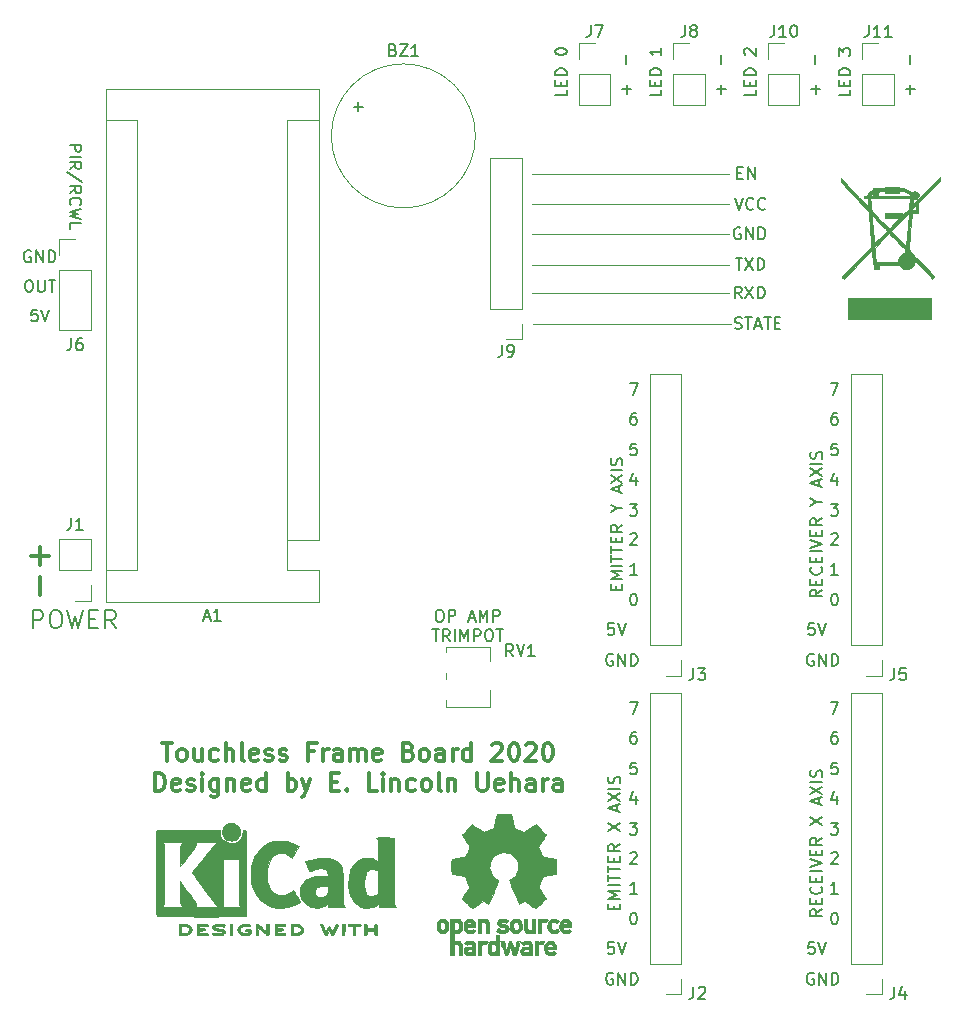
<source format=gbr>
%TF.GenerationSoftware,KiCad,Pcbnew,5.1.6-c6e7f7d~87~ubuntu18.04.1*%
%TF.CreationDate,2020-08-12T00:38:11-03:00*%
%TF.ProjectId,tfMainBoard,74664d61-696e-4426-9f61-72642e6b6963,Rev 1.0.0*%
%TF.SameCoordinates,Original*%
%TF.FileFunction,Legend,Top*%
%TF.FilePolarity,Positive*%
%FSLAX46Y46*%
G04 Gerber Fmt 4.6, Leading zero omitted, Abs format (unit mm)*
G04 Created by KiCad (PCBNEW 5.1.6-c6e7f7d~87~ubuntu18.04.1) date 2020-08-12 00:38:11*
%MOMM*%
%LPD*%
G01*
G04 APERTURE LIST*
%ADD10C,0.150000*%
%ADD11C,0.300000*%
%ADD12C,0.200000*%
%ADD13C,0.120000*%
%ADD14C,0.010000*%
G04 APERTURE END LIST*
D10*
X160671428Y-49380952D02*
X160671428Y-48619047D01*
X160319047Y-51571428D02*
X161080952Y-51571428D01*
X160700000Y-51952380D02*
X160700000Y-51190476D01*
X152671428Y-49380952D02*
X152671428Y-48619047D01*
X152319047Y-51571428D02*
X153080952Y-51571428D01*
X152700000Y-51952380D02*
X152700000Y-51190476D01*
X144671428Y-49380952D02*
X144671428Y-48619047D01*
X144319047Y-51571428D02*
X145080952Y-51571428D01*
X144700000Y-51952380D02*
X144700000Y-51190476D01*
X136671428Y-49380952D02*
X136671428Y-48619047D01*
X136319047Y-51571428D02*
X137080952Y-51571428D01*
X136700000Y-51952380D02*
X136700000Y-51190476D01*
X137252380Y-94252380D02*
X137347619Y-94252380D01*
X137442857Y-94300000D01*
X137490476Y-94347619D01*
X137538095Y-94442857D01*
X137585714Y-94633333D01*
X137585714Y-94871428D01*
X137538095Y-95061904D01*
X137490476Y-95157142D01*
X137442857Y-95204761D01*
X137347619Y-95252380D01*
X137252380Y-95252380D01*
X137157142Y-95204761D01*
X137109523Y-95157142D01*
X137061904Y-95061904D01*
X137014285Y-94871428D01*
X137014285Y-94633333D01*
X137061904Y-94442857D01*
X137109523Y-94347619D01*
X137157142Y-94300000D01*
X137252380Y-94252380D01*
X137490476Y-84385714D02*
X137490476Y-85052380D01*
X137252380Y-84004761D02*
X137014285Y-84719047D01*
X137633333Y-84719047D01*
X137538095Y-81552380D02*
X137061904Y-81552380D01*
X137014285Y-82028571D01*
X137061904Y-81980952D01*
X137157142Y-81933333D01*
X137395238Y-81933333D01*
X137490476Y-81980952D01*
X137538095Y-82028571D01*
X137585714Y-82123809D01*
X137585714Y-82361904D01*
X137538095Y-82457142D01*
X137490476Y-82504761D01*
X137395238Y-82552380D01*
X137157142Y-82552380D01*
X137061904Y-82504761D01*
X137014285Y-82457142D01*
X137585714Y-92652380D02*
X137014285Y-92652380D01*
X137300000Y-92652380D02*
X137300000Y-91652380D01*
X137204761Y-91795238D01*
X137109523Y-91890476D01*
X137014285Y-91938095D01*
X135538095Y-99400000D02*
X135442857Y-99352380D01*
X135300000Y-99352380D01*
X135157142Y-99400000D01*
X135061904Y-99495238D01*
X135014285Y-99590476D01*
X134966666Y-99780952D01*
X134966666Y-99923809D01*
X135014285Y-100114285D01*
X135061904Y-100209523D01*
X135157142Y-100304761D01*
X135300000Y-100352380D01*
X135395238Y-100352380D01*
X135538095Y-100304761D01*
X135585714Y-100257142D01*
X135585714Y-99923809D01*
X135395238Y-99923809D01*
X136014285Y-100352380D02*
X136014285Y-99352380D01*
X136585714Y-100352380D01*
X136585714Y-99352380D01*
X137061904Y-100352380D02*
X137061904Y-99352380D01*
X137300000Y-99352380D01*
X137442857Y-99400000D01*
X137538095Y-99495238D01*
X137585714Y-99590476D01*
X137633333Y-99780952D01*
X137633333Y-99923809D01*
X137585714Y-100114285D01*
X137538095Y-100209523D01*
X137442857Y-100304761D01*
X137300000Y-100352380D01*
X137061904Y-100352380D01*
X136966666Y-76452380D02*
X137633333Y-76452380D01*
X137204761Y-77452380D01*
X137490476Y-78952380D02*
X137300000Y-78952380D01*
X137204761Y-79000000D01*
X137157142Y-79047619D01*
X137061904Y-79190476D01*
X137014285Y-79380952D01*
X137014285Y-79761904D01*
X137061904Y-79857142D01*
X137109523Y-79904761D01*
X137204761Y-79952380D01*
X137395238Y-79952380D01*
X137490476Y-79904761D01*
X137538095Y-79857142D01*
X137585714Y-79761904D01*
X137585714Y-79523809D01*
X137538095Y-79428571D01*
X137490476Y-79380952D01*
X137395238Y-79333333D01*
X137204761Y-79333333D01*
X137109523Y-79380952D01*
X137061904Y-79428571D01*
X137014285Y-79523809D01*
X135609523Y-96752380D02*
X135133333Y-96752380D01*
X135085714Y-97228571D01*
X135133333Y-97180952D01*
X135228571Y-97133333D01*
X135466666Y-97133333D01*
X135561904Y-97180952D01*
X135609523Y-97228571D01*
X135657142Y-97323809D01*
X135657142Y-97561904D01*
X135609523Y-97657142D01*
X135561904Y-97704761D01*
X135466666Y-97752380D01*
X135228571Y-97752380D01*
X135133333Y-97704761D01*
X135085714Y-97657142D01*
X135942857Y-96752380D02*
X136276190Y-97752380D01*
X136609523Y-96752380D01*
X136966666Y-86652380D02*
X137585714Y-86652380D01*
X137252380Y-87033333D01*
X137395238Y-87033333D01*
X137490476Y-87080952D01*
X137538095Y-87128571D01*
X137585714Y-87223809D01*
X137585714Y-87461904D01*
X137538095Y-87557142D01*
X137490476Y-87604761D01*
X137395238Y-87652380D01*
X137109523Y-87652380D01*
X137014285Y-87604761D01*
X136966666Y-87557142D01*
X137014285Y-89247619D02*
X137061904Y-89200000D01*
X137157142Y-89152380D01*
X137395238Y-89152380D01*
X137490476Y-89200000D01*
X137538095Y-89247619D01*
X137585714Y-89342857D01*
X137585714Y-89438095D01*
X137538095Y-89580952D01*
X136966666Y-90152380D01*
X137585714Y-90152380D01*
X154252380Y-94252380D02*
X154347619Y-94252380D01*
X154442857Y-94300000D01*
X154490476Y-94347619D01*
X154538095Y-94442857D01*
X154585714Y-94633333D01*
X154585714Y-94871428D01*
X154538095Y-95061904D01*
X154490476Y-95157142D01*
X154442857Y-95204761D01*
X154347619Y-95252380D01*
X154252380Y-95252380D01*
X154157142Y-95204761D01*
X154109523Y-95157142D01*
X154061904Y-95061904D01*
X154014285Y-94871428D01*
X154014285Y-94633333D01*
X154061904Y-94442857D01*
X154109523Y-94347619D01*
X154157142Y-94300000D01*
X154252380Y-94252380D01*
X154490476Y-84385714D02*
X154490476Y-85052380D01*
X154252380Y-84004761D02*
X154014285Y-84719047D01*
X154633333Y-84719047D01*
X154538095Y-81552380D02*
X154061904Y-81552380D01*
X154014285Y-82028571D01*
X154061904Y-81980952D01*
X154157142Y-81933333D01*
X154395238Y-81933333D01*
X154490476Y-81980952D01*
X154538095Y-82028571D01*
X154585714Y-82123809D01*
X154585714Y-82361904D01*
X154538095Y-82457142D01*
X154490476Y-82504761D01*
X154395238Y-82552380D01*
X154157142Y-82552380D01*
X154061904Y-82504761D01*
X154014285Y-82457142D01*
X154585714Y-92652380D02*
X154014285Y-92652380D01*
X154300000Y-92652380D02*
X154300000Y-91652380D01*
X154204761Y-91795238D01*
X154109523Y-91890476D01*
X154014285Y-91938095D01*
X152538095Y-99400000D02*
X152442857Y-99352380D01*
X152300000Y-99352380D01*
X152157142Y-99400000D01*
X152061904Y-99495238D01*
X152014285Y-99590476D01*
X151966666Y-99780952D01*
X151966666Y-99923809D01*
X152014285Y-100114285D01*
X152061904Y-100209523D01*
X152157142Y-100304761D01*
X152300000Y-100352380D01*
X152395238Y-100352380D01*
X152538095Y-100304761D01*
X152585714Y-100257142D01*
X152585714Y-99923809D01*
X152395238Y-99923809D01*
X153014285Y-100352380D02*
X153014285Y-99352380D01*
X153585714Y-100352380D01*
X153585714Y-99352380D01*
X154061904Y-100352380D02*
X154061904Y-99352380D01*
X154300000Y-99352380D01*
X154442857Y-99400000D01*
X154538095Y-99495238D01*
X154585714Y-99590476D01*
X154633333Y-99780952D01*
X154633333Y-99923809D01*
X154585714Y-100114285D01*
X154538095Y-100209523D01*
X154442857Y-100304761D01*
X154300000Y-100352380D01*
X154061904Y-100352380D01*
X153966666Y-76452380D02*
X154633333Y-76452380D01*
X154204761Y-77452380D01*
X154490476Y-78952380D02*
X154300000Y-78952380D01*
X154204761Y-79000000D01*
X154157142Y-79047619D01*
X154061904Y-79190476D01*
X154014285Y-79380952D01*
X154014285Y-79761904D01*
X154061904Y-79857142D01*
X154109523Y-79904761D01*
X154204761Y-79952380D01*
X154395238Y-79952380D01*
X154490476Y-79904761D01*
X154538095Y-79857142D01*
X154585714Y-79761904D01*
X154585714Y-79523809D01*
X154538095Y-79428571D01*
X154490476Y-79380952D01*
X154395238Y-79333333D01*
X154204761Y-79333333D01*
X154109523Y-79380952D01*
X154061904Y-79428571D01*
X154014285Y-79523809D01*
X152609523Y-96752380D02*
X152133333Y-96752380D01*
X152085714Y-97228571D01*
X152133333Y-97180952D01*
X152228571Y-97133333D01*
X152466666Y-97133333D01*
X152561904Y-97180952D01*
X152609523Y-97228571D01*
X152657142Y-97323809D01*
X152657142Y-97561904D01*
X152609523Y-97657142D01*
X152561904Y-97704761D01*
X152466666Y-97752380D01*
X152228571Y-97752380D01*
X152133333Y-97704761D01*
X152085714Y-97657142D01*
X152942857Y-96752380D02*
X153276190Y-97752380D01*
X153609523Y-96752380D01*
X153966666Y-86652380D02*
X154585714Y-86652380D01*
X154252380Y-87033333D01*
X154395238Y-87033333D01*
X154490476Y-87080952D01*
X154538095Y-87128571D01*
X154585714Y-87223809D01*
X154585714Y-87461904D01*
X154538095Y-87557142D01*
X154490476Y-87604761D01*
X154395238Y-87652380D01*
X154109523Y-87652380D01*
X154014285Y-87604761D01*
X153966666Y-87557142D01*
X154014285Y-89247619D02*
X154061904Y-89200000D01*
X154157142Y-89152380D01*
X154395238Y-89152380D01*
X154490476Y-89200000D01*
X154538095Y-89247619D01*
X154585714Y-89342857D01*
X154585714Y-89438095D01*
X154538095Y-89580952D01*
X153966666Y-90152380D01*
X154585714Y-90152380D01*
X154252380Y-121252380D02*
X154347619Y-121252380D01*
X154442857Y-121300000D01*
X154490476Y-121347619D01*
X154538095Y-121442857D01*
X154585714Y-121633333D01*
X154585714Y-121871428D01*
X154538095Y-122061904D01*
X154490476Y-122157142D01*
X154442857Y-122204761D01*
X154347619Y-122252380D01*
X154252380Y-122252380D01*
X154157142Y-122204761D01*
X154109523Y-122157142D01*
X154061904Y-122061904D01*
X154014285Y-121871428D01*
X154014285Y-121633333D01*
X154061904Y-121442857D01*
X154109523Y-121347619D01*
X154157142Y-121300000D01*
X154252380Y-121252380D01*
X154490476Y-111385714D02*
X154490476Y-112052380D01*
X154252380Y-111004761D02*
X154014285Y-111719047D01*
X154633333Y-111719047D01*
X154538095Y-108552380D02*
X154061904Y-108552380D01*
X154014285Y-109028571D01*
X154061904Y-108980952D01*
X154157142Y-108933333D01*
X154395238Y-108933333D01*
X154490476Y-108980952D01*
X154538095Y-109028571D01*
X154585714Y-109123809D01*
X154585714Y-109361904D01*
X154538095Y-109457142D01*
X154490476Y-109504761D01*
X154395238Y-109552380D01*
X154157142Y-109552380D01*
X154061904Y-109504761D01*
X154014285Y-109457142D01*
X154585714Y-119652380D02*
X154014285Y-119652380D01*
X154300000Y-119652380D02*
X154300000Y-118652380D01*
X154204761Y-118795238D01*
X154109523Y-118890476D01*
X154014285Y-118938095D01*
X152538095Y-126400000D02*
X152442857Y-126352380D01*
X152300000Y-126352380D01*
X152157142Y-126400000D01*
X152061904Y-126495238D01*
X152014285Y-126590476D01*
X151966666Y-126780952D01*
X151966666Y-126923809D01*
X152014285Y-127114285D01*
X152061904Y-127209523D01*
X152157142Y-127304761D01*
X152300000Y-127352380D01*
X152395238Y-127352380D01*
X152538095Y-127304761D01*
X152585714Y-127257142D01*
X152585714Y-126923809D01*
X152395238Y-126923809D01*
X153014285Y-127352380D02*
X153014285Y-126352380D01*
X153585714Y-127352380D01*
X153585714Y-126352380D01*
X154061904Y-127352380D02*
X154061904Y-126352380D01*
X154300000Y-126352380D01*
X154442857Y-126400000D01*
X154538095Y-126495238D01*
X154585714Y-126590476D01*
X154633333Y-126780952D01*
X154633333Y-126923809D01*
X154585714Y-127114285D01*
X154538095Y-127209523D01*
X154442857Y-127304761D01*
X154300000Y-127352380D01*
X154061904Y-127352380D01*
X153966666Y-103452380D02*
X154633333Y-103452380D01*
X154204761Y-104452380D01*
X154490476Y-105952380D02*
X154300000Y-105952380D01*
X154204761Y-106000000D01*
X154157142Y-106047619D01*
X154061904Y-106190476D01*
X154014285Y-106380952D01*
X154014285Y-106761904D01*
X154061904Y-106857142D01*
X154109523Y-106904761D01*
X154204761Y-106952380D01*
X154395238Y-106952380D01*
X154490476Y-106904761D01*
X154538095Y-106857142D01*
X154585714Y-106761904D01*
X154585714Y-106523809D01*
X154538095Y-106428571D01*
X154490476Y-106380952D01*
X154395238Y-106333333D01*
X154204761Y-106333333D01*
X154109523Y-106380952D01*
X154061904Y-106428571D01*
X154014285Y-106523809D01*
X152609523Y-123752380D02*
X152133333Y-123752380D01*
X152085714Y-124228571D01*
X152133333Y-124180952D01*
X152228571Y-124133333D01*
X152466666Y-124133333D01*
X152561904Y-124180952D01*
X152609523Y-124228571D01*
X152657142Y-124323809D01*
X152657142Y-124561904D01*
X152609523Y-124657142D01*
X152561904Y-124704761D01*
X152466666Y-124752380D01*
X152228571Y-124752380D01*
X152133333Y-124704761D01*
X152085714Y-124657142D01*
X152942857Y-123752380D02*
X153276190Y-124752380D01*
X153609523Y-123752380D01*
X153966666Y-113652380D02*
X154585714Y-113652380D01*
X154252380Y-114033333D01*
X154395238Y-114033333D01*
X154490476Y-114080952D01*
X154538095Y-114128571D01*
X154585714Y-114223809D01*
X154585714Y-114461904D01*
X154538095Y-114557142D01*
X154490476Y-114604761D01*
X154395238Y-114652380D01*
X154109523Y-114652380D01*
X154014285Y-114604761D01*
X153966666Y-114557142D01*
X154014285Y-116247619D02*
X154061904Y-116200000D01*
X154157142Y-116152380D01*
X154395238Y-116152380D01*
X154490476Y-116200000D01*
X154538095Y-116247619D01*
X154585714Y-116342857D01*
X154585714Y-116438095D01*
X154538095Y-116580952D01*
X153966666Y-117152380D01*
X154585714Y-117152380D01*
X136966666Y-103452380D02*
X137633333Y-103452380D01*
X137204761Y-104452380D01*
X137490476Y-105952380D02*
X137300000Y-105952380D01*
X137204761Y-106000000D01*
X137157142Y-106047619D01*
X137061904Y-106190476D01*
X137014285Y-106380952D01*
X137014285Y-106761904D01*
X137061904Y-106857142D01*
X137109523Y-106904761D01*
X137204761Y-106952380D01*
X137395238Y-106952380D01*
X137490476Y-106904761D01*
X137538095Y-106857142D01*
X137585714Y-106761904D01*
X137585714Y-106523809D01*
X137538095Y-106428571D01*
X137490476Y-106380952D01*
X137395238Y-106333333D01*
X137204761Y-106333333D01*
X137109523Y-106380952D01*
X137061904Y-106428571D01*
X137014285Y-106523809D01*
X137538095Y-108552380D02*
X137061904Y-108552380D01*
X137014285Y-109028571D01*
X137061904Y-108980952D01*
X137157142Y-108933333D01*
X137395238Y-108933333D01*
X137490476Y-108980952D01*
X137538095Y-109028571D01*
X137585714Y-109123809D01*
X137585714Y-109361904D01*
X137538095Y-109457142D01*
X137490476Y-109504761D01*
X137395238Y-109552380D01*
X137157142Y-109552380D01*
X137061904Y-109504761D01*
X137014285Y-109457142D01*
X137490476Y-111385714D02*
X137490476Y-112052380D01*
X137252380Y-111004761D02*
X137014285Y-111719047D01*
X137633333Y-111719047D01*
X136966666Y-113652380D02*
X137585714Y-113652380D01*
X137252380Y-114033333D01*
X137395238Y-114033333D01*
X137490476Y-114080952D01*
X137538095Y-114128571D01*
X137585714Y-114223809D01*
X137585714Y-114461904D01*
X137538095Y-114557142D01*
X137490476Y-114604761D01*
X137395238Y-114652380D01*
X137109523Y-114652380D01*
X137014285Y-114604761D01*
X136966666Y-114557142D01*
X137014285Y-116247619D02*
X137061904Y-116200000D01*
X137157142Y-116152380D01*
X137395238Y-116152380D01*
X137490476Y-116200000D01*
X137538095Y-116247619D01*
X137585714Y-116342857D01*
X137585714Y-116438095D01*
X137538095Y-116580952D01*
X136966666Y-117152380D01*
X137585714Y-117152380D01*
X137585714Y-119652380D02*
X137014285Y-119652380D01*
X137300000Y-119652380D02*
X137300000Y-118652380D01*
X137204761Y-118795238D01*
X137109523Y-118890476D01*
X137014285Y-118938095D01*
X137252380Y-121252380D02*
X137347619Y-121252380D01*
X137442857Y-121300000D01*
X137490476Y-121347619D01*
X137538095Y-121442857D01*
X137585714Y-121633333D01*
X137585714Y-121871428D01*
X137538095Y-122061904D01*
X137490476Y-122157142D01*
X137442857Y-122204761D01*
X137347619Y-122252380D01*
X137252380Y-122252380D01*
X137157142Y-122204761D01*
X137109523Y-122157142D01*
X137061904Y-122061904D01*
X137014285Y-121871428D01*
X137014285Y-121633333D01*
X137061904Y-121442857D01*
X137109523Y-121347619D01*
X137157142Y-121300000D01*
X137252380Y-121252380D01*
X135609523Y-123752380D02*
X135133333Y-123752380D01*
X135085714Y-124228571D01*
X135133333Y-124180952D01*
X135228571Y-124133333D01*
X135466666Y-124133333D01*
X135561904Y-124180952D01*
X135609523Y-124228571D01*
X135657142Y-124323809D01*
X135657142Y-124561904D01*
X135609523Y-124657142D01*
X135561904Y-124704761D01*
X135466666Y-124752380D01*
X135228571Y-124752380D01*
X135133333Y-124704761D01*
X135085714Y-124657142D01*
X135942857Y-123752380D02*
X136276190Y-124752380D01*
X136609523Y-123752380D01*
X135538095Y-126400000D02*
X135442857Y-126352380D01*
X135300000Y-126352380D01*
X135157142Y-126400000D01*
X135061904Y-126495238D01*
X135014285Y-126590476D01*
X134966666Y-126780952D01*
X134966666Y-126923809D01*
X135014285Y-127114285D01*
X135061904Y-127209523D01*
X135157142Y-127304761D01*
X135300000Y-127352380D01*
X135395238Y-127352380D01*
X135538095Y-127304761D01*
X135585714Y-127257142D01*
X135585714Y-126923809D01*
X135395238Y-126923809D01*
X136014285Y-127352380D02*
X136014285Y-126352380D01*
X136585714Y-127352380D01*
X136585714Y-126352380D01*
X137061904Y-127352380D02*
X137061904Y-126352380D01*
X137300000Y-126352380D01*
X137442857Y-126400000D01*
X137538095Y-126495238D01*
X137585714Y-126590476D01*
X137633333Y-126780952D01*
X137633333Y-126923809D01*
X137585714Y-127114285D01*
X137538095Y-127209523D01*
X137442857Y-127304761D01*
X137300000Y-127352380D01*
X137061904Y-127352380D01*
X120773809Y-95627380D02*
X120964285Y-95627380D01*
X121059523Y-95675000D01*
X121154761Y-95770238D01*
X121202380Y-95960714D01*
X121202380Y-96294047D01*
X121154761Y-96484523D01*
X121059523Y-96579761D01*
X120964285Y-96627380D01*
X120773809Y-96627380D01*
X120678571Y-96579761D01*
X120583333Y-96484523D01*
X120535714Y-96294047D01*
X120535714Y-95960714D01*
X120583333Y-95770238D01*
X120678571Y-95675000D01*
X120773809Y-95627380D01*
X121630952Y-96627380D02*
X121630952Y-95627380D01*
X122011904Y-95627380D01*
X122107142Y-95675000D01*
X122154761Y-95722619D01*
X122202380Y-95817857D01*
X122202380Y-95960714D01*
X122154761Y-96055952D01*
X122107142Y-96103571D01*
X122011904Y-96151190D01*
X121630952Y-96151190D01*
X123345238Y-96341666D02*
X123821428Y-96341666D01*
X123250000Y-96627380D02*
X123583333Y-95627380D01*
X123916666Y-96627380D01*
X124250000Y-96627380D02*
X124250000Y-95627380D01*
X124583333Y-96341666D01*
X124916666Y-95627380D01*
X124916666Y-96627380D01*
X125392857Y-96627380D02*
X125392857Y-95627380D01*
X125773809Y-95627380D01*
X125869047Y-95675000D01*
X125916666Y-95722619D01*
X125964285Y-95817857D01*
X125964285Y-95960714D01*
X125916666Y-96055952D01*
X125869047Y-96103571D01*
X125773809Y-96151190D01*
X125392857Y-96151190D01*
X120250000Y-97277380D02*
X120821428Y-97277380D01*
X120535714Y-98277380D02*
X120535714Y-97277380D01*
X121726190Y-98277380D02*
X121392857Y-97801190D01*
X121154761Y-98277380D02*
X121154761Y-97277380D01*
X121535714Y-97277380D01*
X121630952Y-97325000D01*
X121678571Y-97372619D01*
X121726190Y-97467857D01*
X121726190Y-97610714D01*
X121678571Y-97705952D01*
X121630952Y-97753571D01*
X121535714Y-97801190D01*
X121154761Y-97801190D01*
X122154761Y-98277380D02*
X122154761Y-97277380D01*
X122630952Y-98277380D02*
X122630952Y-97277380D01*
X122964285Y-97991666D01*
X123297619Y-97277380D01*
X123297619Y-98277380D01*
X123773809Y-98277380D02*
X123773809Y-97277380D01*
X124154761Y-97277380D01*
X124250000Y-97325000D01*
X124297619Y-97372619D01*
X124345238Y-97467857D01*
X124345238Y-97610714D01*
X124297619Y-97705952D01*
X124250000Y-97753571D01*
X124154761Y-97801190D01*
X123773809Y-97801190D01*
X124964285Y-97277380D02*
X125154761Y-97277380D01*
X125250000Y-97325000D01*
X125345238Y-97420238D01*
X125392857Y-97610714D01*
X125392857Y-97944047D01*
X125345238Y-98134523D01*
X125250000Y-98229761D01*
X125154761Y-98277380D01*
X124964285Y-98277380D01*
X124869047Y-98229761D01*
X124773809Y-98134523D01*
X124726190Y-97944047D01*
X124726190Y-97610714D01*
X124773809Y-97420238D01*
X124869047Y-97325000D01*
X124964285Y-97277380D01*
X125678571Y-97277380D02*
X126250000Y-97277380D01*
X125964285Y-98277380D02*
X125964285Y-97277380D01*
X86809523Y-70202380D02*
X86333333Y-70202380D01*
X86285714Y-70678571D01*
X86333333Y-70630952D01*
X86428571Y-70583333D01*
X86666666Y-70583333D01*
X86761904Y-70630952D01*
X86809523Y-70678571D01*
X86857142Y-70773809D01*
X86857142Y-71011904D01*
X86809523Y-71107142D01*
X86761904Y-71154761D01*
X86666666Y-71202380D01*
X86428571Y-71202380D01*
X86333333Y-71154761D01*
X86285714Y-71107142D01*
X87142857Y-70202380D02*
X87476190Y-71202380D01*
X87809523Y-70202380D01*
X86000000Y-67702380D02*
X86190476Y-67702380D01*
X86285714Y-67750000D01*
X86380952Y-67845238D01*
X86428571Y-68035714D01*
X86428571Y-68369047D01*
X86380952Y-68559523D01*
X86285714Y-68654761D01*
X86190476Y-68702380D01*
X86000000Y-68702380D01*
X85904761Y-68654761D01*
X85809523Y-68559523D01*
X85761904Y-68369047D01*
X85761904Y-68035714D01*
X85809523Y-67845238D01*
X85904761Y-67750000D01*
X86000000Y-67702380D01*
X86857142Y-67702380D02*
X86857142Y-68511904D01*
X86904761Y-68607142D01*
X86952380Y-68654761D01*
X87047619Y-68702380D01*
X87238095Y-68702380D01*
X87333333Y-68654761D01*
X87380952Y-68607142D01*
X87428571Y-68511904D01*
X87428571Y-67702380D01*
X87761904Y-67702380D02*
X88333333Y-67702380D01*
X88047619Y-68702380D02*
X88047619Y-67702380D01*
X86238095Y-65250000D02*
X86142857Y-65202380D01*
X86000000Y-65202380D01*
X85857142Y-65250000D01*
X85761904Y-65345238D01*
X85714285Y-65440476D01*
X85666666Y-65630952D01*
X85666666Y-65773809D01*
X85714285Y-65964285D01*
X85761904Y-66059523D01*
X85857142Y-66154761D01*
X86000000Y-66202380D01*
X86095238Y-66202380D01*
X86238095Y-66154761D01*
X86285714Y-66107142D01*
X86285714Y-65773809D01*
X86095238Y-65773809D01*
X86714285Y-66202380D02*
X86714285Y-65202380D01*
X87285714Y-66202380D01*
X87285714Y-65202380D01*
X87761904Y-66202380D02*
X87761904Y-65202380D01*
X88000000Y-65202380D01*
X88142857Y-65250000D01*
X88238095Y-65345238D01*
X88285714Y-65440476D01*
X88333333Y-65630952D01*
X88333333Y-65773809D01*
X88285714Y-65964285D01*
X88238095Y-66059523D01*
X88142857Y-66154761D01*
X88000000Y-66202380D01*
X87761904Y-66202380D01*
D11*
X87042857Y-94361904D02*
X87042857Y-92838095D01*
X86238095Y-91042857D02*
X87761904Y-91042857D01*
X87000000Y-91804761D02*
X87000000Y-90280952D01*
X97392857Y-106903571D02*
X98250000Y-106903571D01*
X97821428Y-108403571D02*
X97821428Y-106903571D01*
X98964285Y-108403571D02*
X98821428Y-108332142D01*
X98750000Y-108260714D01*
X98678571Y-108117857D01*
X98678571Y-107689285D01*
X98750000Y-107546428D01*
X98821428Y-107475000D01*
X98964285Y-107403571D01*
X99178571Y-107403571D01*
X99321428Y-107475000D01*
X99392857Y-107546428D01*
X99464285Y-107689285D01*
X99464285Y-108117857D01*
X99392857Y-108260714D01*
X99321428Y-108332142D01*
X99178571Y-108403571D01*
X98964285Y-108403571D01*
X100750000Y-107403571D02*
X100750000Y-108403571D01*
X100107142Y-107403571D02*
X100107142Y-108189285D01*
X100178571Y-108332142D01*
X100321428Y-108403571D01*
X100535714Y-108403571D01*
X100678571Y-108332142D01*
X100750000Y-108260714D01*
X102107142Y-108332142D02*
X101964285Y-108403571D01*
X101678571Y-108403571D01*
X101535714Y-108332142D01*
X101464285Y-108260714D01*
X101392857Y-108117857D01*
X101392857Y-107689285D01*
X101464285Y-107546428D01*
X101535714Y-107475000D01*
X101678571Y-107403571D01*
X101964285Y-107403571D01*
X102107142Y-107475000D01*
X102750000Y-108403571D02*
X102750000Y-106903571D01*
X103392857Y-108403571D02*
X103392857Y-107617857D01*
X103321428Y-107475000D01*
X103178571Y-107403571D01*
X102964285Y-107403571D01*
X102821428Y-107475000D01*
X102750000Y-107546428D01*
X104321428Y-108403571D02*
X104178571Y-108332142D01*
X104107142Y-108189285D01*
X104107142Y-106903571D01*
X105464285Y-108332142D02*
X105321428Y-108403571D01*
X105035714Y-108403571D01*
X104892857Y-108332142D01*
X104821428Y-108189285D01*
X104821428Y-107617857D01*
X104892857Y-107475000D01*
X105035714Y-107403571D01*
X105321428Y-107403571D01*
X105464285Y-107475000D01*
X105535714Y-107617857D01*
X105535714Y-107760714D01*
X104821428Y-107903571D01*
X106107142Y-108332142D02*
X106250000Y-108403571D01*
X106535714Y-108403571D01*
X106678571Y-108332142D01*
X106750000Y-108189285D01*
X106750000Y-108117857D01*
X106678571Y-107975000D01*
X106535714Y-107903571D01*
X106321428Y-107903571D01*
X106178571Y-107832142D01*
X106107142Y-107689285D01*
X106107142Y-107617857D01*
X106178571Y-107475000D01*
X106321428Y-107403571D01*
X106535714Y-107403571D01*
X106678571Y-107475000D01*
X107321428Y-108332142D02*
X107464285Y-108403571D01*
X107750000Y-108403571D01*
X107892857Y-108332142D01*
X107964285Y-108189285D01*
X107964285Y-108117857D01*
X107892857Y-107975000D01*
X107750000Y-107903571D01*
X107535714Y-107903571D01*
X107392857Y-107832142D01*
X107321428Y-107689285D01*
X107321428Y-107617857D01*
X107392857Y-107475000D01*
X107535714Y-107403571D01*
X107750000Y-107403571D01*
X107892857Y-107475000D01*
X110250000Y-107617857D02*
X109750000Y-107617857D01*
X109750000Y-108403571D02*
X109750000Y-106903571D01*
X110464285Y-106903571D01*
X111035714Y-108403571D02*
X111035714Y-107403571D01*
X111035714Y-107689285D02*
X111107142Y-107546428D01*
X111178571Y-107475000D01*
X111321428Y-107403571D01*
X111464285Y-107403571D01*
X112607142Y-108403571D02*
X112607142Y-107617857D01*
X112535714Y-107475000D01*
X112392857Y-107403571D01*
X112107142Y-107403571D01*
X111964285Y-107475000D01*
X112607142Y-108332142D02*
X112464285Y-108403571D01*
X112107142Y-108403571D01*
X111964285Y-108332142D01*
X111892857Y-108189285D01*
X111892857Y-108046428D01*
X111964285Y-107903571D01*
X112107142Y-107832142D01*
X112464285Y-107832142D01*
X112607142Y-107760714D01*
X113321428Y-108403571D02*
X113321428Y-107403571D01*
X113321428Y-107546428D02*
X113392857Y-107475000D01*
X113535714Y-107403571D01*
X113750000Y-107403571D01*
X113892857Y-107475000D01*
X113964285Y-107617857D01*
X113964285Y-108403571D01*
X113964285Y-107617857D02*
X114035714Y-107475000D01*
X114178571Y-107403571D01*
X114392857Y-107403571D01*
X114535714Y-107475000D01*
X114607142Y-107617857D01*
X114607142Y-108403571D01*
X115892857Y-108332142D02*
X115750000Y-108403571D01*
X115464285Y-108403571D01*
X115321428Y-108332142D01*
X115250000Y-108189285D01*
X115250000Y-107617857D01*
X115321428Y-107475000D01*
X115464285Y-107403571D01*
X115750000Y-107403571D01*
X115892857Y-107475000D01*
X115964285Y-107617857D01*
X115964285Y-107760714D01*
X115250000Y-107903571D01*
X118250000Y-107617857D02*
X118464285Y-107689285D01*
X118535714Y-107760714D01*
X118607142Y-107903571D01*
X118607142Y-108117857D01*
X118535714Y-108260714D01*
X118464285Y-108332142D01*
X118321428Y-108403571D01*
X117750000Y-108403571D01*
X117750000Y-106903571D01*
X118250000Y-106903571D01*
X118392857Y-106975000D01*
X118464285Y-107046428D01*
X118535714Y-107189285D01*
X118535714Y-107332142D01*
X118464285Y-107475000D01*
X118392857Y-107546428D01*
X118250000Y-107617857D01*
X117750000Y-107617857D01*
X119464285Y-108403571D02*
X119321428Y-108332142D01*
X119250000Y-108260714D01*
X119178571Y-108117857D01*
X119178571Y-107689285D01*
X119250000Y-107546428D01*
X119321428Y-107475000D01*
X119464285Y-107403571D01*
X119678571Y-107403571D01*
X119821428Y-107475000D01*
X119892857Y-107546428D01*
X119964285Y-107689285D01*
X119964285Y-108117857D01*
X119892857Y-108260714D01*
X119821428Y-108332142D01*
X119678571Y-108403571D01*
X119464285Y-108403571D01*
X121250000Y-108403571D02*
X121250000Y-107617857D01*
X121178571Y-107475000D01*
X121035714Y-107403571D01*
X120750000Y-107403571D01*
X120607142Y-107475000D01*
X121250000Y-108332142D02*
X121107142Y-108403571D01*
X120750000Y-108403571D01*
X120607142Y-108332142D01*
X120535714Y-108189285D01*
X120535714Y-108046428D01*
X120607142Y-107903571D01*
X120750000Y-107832142D01*
X121107142Y-107832142D01*
X121250000Y-107760714D01*
X121964285Y-108403571D02*
X121964285Y-107403571D01*
X121964285Y-107689285D02*
X122035714Y-107546428D01*
X122107142Y-107475000D01*
X122250000Y-107403571D01*
X122392857Y-107403571D01*
X123535714Y-108403571D02*
X123535714Y-106903571D01*
X123535714Y-108332142D02*
X123392857Y-108403571D01*
X123107142Y-108403571D01*
X122964285Y-108332142D01*
X122892857Y-108260714D01*
X122821428Y-108117857D01*
X122821428Y-107689285D01*
X122892857Y-107546428D01*
X122964285Y-107475000D01*
X123107142Y-107403571D01*
X123392857Y-107403571D01*
X123535714Y-107475000D01*
X125321428Y-107046428D02*
X125392857Y-106975000D01*
X125535714Y-106903571D01*
X125892857Y-106903571D01*
X126035714Y-106975000D01*
X126107142Y-107046428D01*
X126178571Y-107189285D01*
X126178571Y-107332142D01*
X126107142Y-107546428D01*
X125250000Y-108403571D01*
X126178571Y-108403571D01*
X127107142Y-106903571D02*
X127250000Y-106903571D01*
X127392857Y-106975000D01*
X127464285Y-107046428D01*
X127535714Y-107189285D01*
X127607142Y-107475000D01*
X127607142Y-107832142D01*
X127535714Y-108117857D01*
X127464285Y-108260714D01*
X127392857Y-108332142D01*
X127250000Y-108403571D01*
X127107142Y-108403571D01*
X126964285Y-108332142D01*
X126892857Y-108260714D01*
X126821428Y-108117857D01*
X126750000Y-107832142D01*
X126750000Y-107475000D01*
X126821428Y-107189285D01*
X126892857Y-107046428D01*
X126964285Y-106975000D01*
X127107142Y-106903571D01*
X128178571Y-107046428D02*
X128250000Y-106975000D01*
X128392857Y-106903571D01*
X128750000Y-106903571D01*
X128892857Y-106975000D01*
X128964285Y-107046428D01*
X129035714Y-107189285D01*
X129035714Y-107332142D01*
X128964285Y-107546428D01*
X128107142Y-108403571D01*
X129035714Y-108403571D01*
X129964285Y-106903571D02*
X130107142Y-106903571D01*
X130250000Y-106975000D01*
X130321428Y-107046428D01*
X130392857Y-107189285D01*
X130464285Y-107475000D01*
X130464285Y-107832142D01*
X130392857Y-108117857D01*
X130321428Y-108260714D01*
X130250000Y-108332142D01*
X130107142Y-108403571D01*
X129964285Y-108403571D01*
X129821428Y-108332142D01*
X129750000Y-108260714D01*
X129678571Y-108117857D01*
X129607142Y-107832142D01*
X129607142Y-107475000D01*
X129678571Y-107189285D01*
X129750000Y-107046428D01*
X129821428Y-106975000D01*
X129964285Y-106903571D01*
X96785714Y-110953571D02*
X96785714Y-109453571D01*
X97142857Y-109453571D01*
X97357142Y-109525000D01*
X97500000Y-109667857D01*
X97571428Y-109810714D01*
X97642857Y-110096428D01*
X97642857Y-110310714D01*
X97571428Y-110596428D01*
X97500000Y-110739285D01*
X97357142Y-110882142D01*
X97142857Y-110953571D01*
X96785714Y-110953571D01*
X98857142Y-110882142D02*
X98714285Y-110953571D01*
X98428571Y-110953571D01*
X98285714Y-110882142D01*
X98214285Y-110739285D01*
X98214285Y-110167857D01*
X98285714Y-110025000D01*
X98428571Y-109953571D01*
X98714285Y-109953571D01*
X98857142Y-110025000D01*
X98928571Y-110167857D01*
X98928571Y-110310714D01*
X98214285Y-110453571D01*
X99500000Y-110882142D02*
X99642857Y-110953571D01*
X99928571Y-110953571D01*
X100071428Y-110882142D01*
X100142857Y-110739285D01*
X100142857Y-110667857D01*
X100071428Y-110525000D01*
X99928571Y-110453571D01*
X99714285Y-110453571D01*
X99571428Y-110382142D01*
X99500000Y-110239285D01*
X99500000Y-110167857D01*
X99571428Y-110025000D01*
X99714285Y-109953571D01*
X99928571Y-109953571D01*
X100071428Y-110025000D01*
X100785714Y-110953571D02*
X100785714Y-109953571D01*
X100785714Y-109453571D02*
X100714285Y-109525000D01*
X100785714Y-109596428D01*
X100857142Y-109525000D01*
X100785714Y-109453571D01*
X100785714Y-109596428D01*
X102142857Y-109953571D02*
X102142857Y-111167857D01*
X102071428Y-111310714D01*
X102000000Y-111382142D01*
X101857142Y-111453571D01*
X101642857Y-111453571D01*
X101500000Y-111382142D01*
X102142857Y-110882142D02*
X102000000Y-110953571D01*
X101714285Y-110953571D01*
X101571428Y-110882142D01*
X101500000Y-110810714D01*
X101428571Y-110667857D01*
X101428571Y-110239285D01*
X101500000Y-110096428D01*
X101571428Y-110025000D01*
X101714285Y-109953571D01*
X102000000Y-109953571D01*
X102142857Y-110025000D01*
X102857142Y-109953571D02*
X102857142Y-110953571D01*
X102857142Y-110096428D02*
X102928571Y-110025000D01*
X103071428Y-109953571D01*
X103285714Y-109953571D01*
X103428571Y-110025000D01*
X103500000Y-110167857D01*
X103500000Y-110953571D01*
X104785714Y-110882142D02*
X104642857Y-110953571D01*
X104357142Y-110953571D01*
X104214285Y-110882142D01*
X104142857Y-110739285D01*
X104142857Y-110167857D01*
X104214285Y-110025000D01*
X104357142Y-109953571D01*
X104642857Y-109953571D01*
X104785714Y-110025000D01*
X104857142Y-110167857D01*
X104857142Y-110310714D01*
X104142857Y-110453571D01*
X106142857Y-110953571D02*
X106142857Y-109453571D01*
X106142857Y-110882142D02*
X106000000Y-110953571D01*
X105714285Y-110953571D01*
X105571428Y-110882142D01*
X105500000Y-110810714D01*
X105428571Y-110667857D01*
X105428571Y-110239285D01*
X105500000Y-110096428D01*
X105571428Y-110025000D01*
X105714285Y-109953571D01*
X106000000Y-109953571D01*
X106142857Y-110025000D01*
X108000000Y-110953571D02*
X108000000Y-109453571D01*
X108000000Y-110025000D02*
X108142857Y-109953571D01*
X108428571Y-109953571D01*
X108571428Y-110025000D01*
X108642857Y-110096428D01*
X108714285Y-110239285D01*
X108714285Y-110667857D01*
X108642857Y-110810714D01*
X108571428Y-110882142D01*
X108428571Y-110953571D01*
X108142857Y-110953571D01*
X108000000Y-110882142D01*
X109214285Y-109953571D02*
X109571428Y-110953571D01*
X109928571Y-109953571D02*
X109571428Y-110953571D01*
X109428571Y-111310714D01*
X109357142Y-111382142D01*
X109214285Y-111453571D01*
X111642857Y-110167857D02*
X112142857Y-110167857D01*
X112357142Y-110953571D02*
X111642857Y-110953571D01*
X111642857Y-109453571D01*
X112357142Y-109453571D01*
X113000000Y-110810714D02*
X113071428Y-110882142D01*
X113000000Y-110953571D01*
X112928571Y-110882142D01*
X113000000Y-110810714D01*
X113000000Y-110953571D01*
X115571428Y-110953571D02*
X114857142Y-110953571D01*
X114857142Y-109453571D01*
X116071428Y-110953571D02*
X116071428Y-109953571D01*
X116071428Y-109453571D02*
X116000000Y-109525000D01*
X116071428Y-109596428D01*
X116142857Y-109525000D01*
X116071428Y-109453571D01*
X116071428Y-109596428D01*
X116785714Y-109953571D02*
X116785714Y-110953571D01*
X116785714Y-110096428D02*
X116857142Y-110025000D01*
X117000000Y-109953571D01*
X117214285Y-109953571D01*
X117357142Y-110025000D01*
X117428571Y-110167857D01*
X117428571Y-110953571D01*
X118785714Y-110882142D02*
X118642857Y-110953571D01*
X118357142Y-110953571D01*
X118214285Y-110882142D01*
X118142857Y-110810714D01*
X118071428Y-110667857D01*
X118071428Y-110239285D01*
X118142857Y-110096428D01*
X118214285Y-110025000D01*
X118357142Y-109953571D01*
X118642857Y-109953571D01*
X118785714Y-110025000D01*
X119642857Y-110953571D02*
X119500000Y-110882142D01*
X119428571Y-110810714D01*
X119357142Y-110667857D01*
X119357142Y-110239285D01*
X119428571Y-110096428D01*
X119500000Y-110025000D01*
X119642857Y-109953571D01*
X119857142Y-109953571D01*
X120000000Y-110025000D01*
X120071428Y-110096428D01*
X120142857Y-110239285D01*
X120142857Y-110667857D01*
X120071428Y-110810714D01*
X120000000Y-110882142D01*
X119857142Y-110953571D01*
X119642857Y-110953571D01*
X121000000Y-110953571D02*
X120857142Y-110882142D01*
X120785714Y-110739285D01*
X120785714Y-109453571D01*
X121571428Y-109953571D02*
X121571428Y-110953571D01*
X121571428Y-110096428D02*
X121642857Y-110025000D01*
X121785714Y-109953571D01*
X122000000Y-109953571D01*
X122142857Y-110025000D01*
X122214285Y-110167857D01*
X122214285Y-110953571D01*
X124071428Y-109453571D02*
X124071428Y-110667857D01*
X124142857Y-110810714D01*
X124214285Y-110882142D01*
X124357142Y-110953571D01*
X124642857Y-110953571D01*
X124785714Y-110882142D01*
X124857142Y-110810714D01*
X124928571Y-110667857D01*
X124928571Y-109453571D01*
X126214285Y-110882142D02*
X126071428Y-110953571D01*
X125785714Y-110953571D01*
X125642857Y-110882142D01*
X125571428Y-110739285D01*
X125571428Y-110167857D01*
X125642857Y-110025000D01*
X125785714Y-109953571D01*
X126071428Y-109953571D01*
X126214285Y-110025000D01*
X126285714Y-110167857D01*
X126285714Y-110310714D01*
X125571428Y-110453571D01*
X126928571Y-110953571D02*
X126928571Y-109453571D01*
X127571428Y-110953571D02*
X127571428Y-110167857D01*
X127500000Y-110025000D01*
X127357142Y-109953571D01*
X127142857Y-109953571D01*
X127000000Y-110025000D01*
X126928571Y-110096428D01*
X128928571Y-110953571D02*
X128928571Y-110167857D01*
X128857142Y-110025000D01*
X128714285Y-109953571D01*
X128428571Y-109953571D01*
X128285714Y-110025000D01*
X128928571Y-110882142D02*
X128785714Y-110953571D01*
X128428571Y-110953571D01*
X128285714Y-110882142D01*
X128214285Y-110739285D01*
X128214285Y-110596428D01*
X128285714Y-110453571D01*
X128428571Y-110382142D01*
X128785714Y-110382142D01*
X128928571Y-110310714D01*
X129642857Y-110953571D02*
X129642857Y-109953571D01*
X129642857Y-110239285D02*
X129714285Y-110096428D01*
X129785714Y-110025000D01*
X129928571Y-109953571D01*
X130071428Y-109953571D01*
X131214285Y-110953571D02*
X131214285Y-110167857D01*
X131142857Y-110025000D01*
X131000000Y-109953571D01*
X130714285Y-109953571D01*
X130571428Y-110025000D01*
X131214285Y-110882142D02*
X131071428Y-110953571D01*
X130714285Y-110953571D01*
X130571428Y-110882142D01*
X130500000Y-110739285D01*
X130500000Y-110596428D01*
X130571428Y-110453571D01*
X130714285Y-110382142D01*
X131071428Y-110382142D01*
X131214285Y-110310714D01*
D12*
X86435714Y-97178571D02*
X86435714Y-95678571D01*
X87007142Y-95678571D01*
X87150000Y-95750000D01*
X87221428Y-95821428D01*
X87292857Y-95964285D01*
X87292857Y-96178571D01*
X87221428Y-96321428D01*
X87150000Y-96392857D01*
X87007142Y-96464285D01*
X86435714Y-96464285D01*
X88221428Y-95678571D02*
X88507142Y-95678571D01*
X88650000Y-95750000D01*
X88792857Y-95892857D01*
X88864285Y-96178571D01*
X88864285Y-96678571D01*
X88792857Y-96964285D01*
X88650000Y-97107142D01*
X88507142Y-97178571D01*
X88221428Y-97178571D01*
X88078571Y-97107142D01*
X87935714Y-96964285D01*
X87864285Y-96678571D01*
X87864285Y-96178571D01*
X87935714Y-95892857D01*
X88078571Y-95750000D01*
X88221428Y-95678571D01*
X89364285Y-95678571D02*
X89721428Y-97178571D01*
X90007142Y-96107142D01*
X90292857Y-97178571D01*
X90650000Y-95678571D01*
X91221428Y-96392857D02*
X91721428Y-96392857D01*
X91935714Y-97178571D02*
X91221428Y-97178571D01*
X91221428Y-95678571D01*
X91935714Y-95678571D01*
X93435714Y-97178571D02*
X92935714Y-96464285D01*
X92578571Y-97178571D02*
X92578571Y-95678571D01*
X93150000Y-95678571D01*
X93292857Y-95750000D01*
X93364285Y-95821428D01*
X93435714Y-95964285D01*
X93435714Y-96178571D01*
X93364285Y-96321428D01*
X93292857Y-96392857D01*
X93150000Y-96464285D01*
X92578571Y-96464285D01*
D10*
X89547619Y-56250000D02*
X90547619Y-56250000D01*
X90547619Y-56630952D01*
X90500000Y-56726190D01*
X90452380Y-56773809D01*
X90357142Y-56821428D01*
X90214285Y-56821428D01*
X90119047Y-56773809D01*
X90071428Y-56726190D01*
X90023809Y-56630952D01*
X90023809Y-56250000D01*
X89547619Y-57250000D02*
X90547619Y-57250000D01*
X89547619Y-58297619D02*
X90023809Y-57964285D01*
X89547619Y-57726190D02*
X90547619Y-57726190D01*
X90547619Y-58107142D01*
X90500000Y-58202380D01*
X90452380Y-58250000D01*
X90357142Y-58297619D01*
X90214285Y-58297619D01*
X90119047Y-58250000D01*
X90071428Y-58202380D01*
X90023809Y-58107142D01*
X90023809Y-57726190D01*
X90595238Y-59440476D02*
X89309523Y-58583333D01*
X89547619Y-60345238D02*
X90023809Y-60011904D01*
X89547619Y-59773809D02*
X90547619Y-59773809D01*
X90547619Y-60154761D01*
X90500000Y-60250000D01*
X90452380Y-60297619D01*
X90357142Y-60345238D01*
X90214285Y-60345238D01*
X90119047Y-60297619D01*
X90071428Y-60250000D01*
X90023809Y-60154761D01*
X90023809Y-59773809D01*
X89642857Y-61345238D02*
X89595238Y-61297619D01*
X89547619Y-61154761D01*
X89547619Y-61059523D01*
X89595238Y-60916666D01*
X89690476Y-60821428D01*
X89785714Y-60773809D01*
X89976190Y-60726190D01*
X90119047Y-60726190D01*
X90309523Y-60773809D01*
X90404761Y-60821428D01*
X90500000Y-60916666D01*
X90547619Y-61059523D01*
X90547619Y-61154761D01*
X90500000Y-61297619D01*
X90452380Y-61345238D01*
X90547619Y-61678571D02*
X89547619Y-61916666D01*
X90261904Y-62107142D01*
X89547619Y-62297619D01*
X90547619Y-62535714D01*
X89547619Y-63392857D02*
X89547619Y-62916666D01*
X90547619Y-62916666D01*
X155652380Y-51600000D02*
X155652380Y-52076190D01*
X154652380Y-52076190D01*
X155128571Y-51266666D02*
X155128571Y-50933333D01*
X155652380Y-50790476D02*
X155652380Y-51266666D01*
X154652380Y-51266666D01*
X154652380Y-50790476D01*
X155652380Y-50361904D02*
X154652380Y-50361904D01*
X154652380Y-50123809D01*
X154700000Y-49980952D01*
X154795238Y-49885714D01*
X154890476Y-49838095D01*
X155080952Y-49790476D01*
X155223809Y-49790476D01*
X155414285Y-49838095D01*
X155509523Y-49885714D01*
X155604761Y-49980952D01*
X155652380Y-50123809D01*
X155652380Y-50361904D01*
X154652380Y-48695238D02*
X154652380Y-48076190D01*
X155033333Y-48409523D01*
X155033333Y-48266666D01*
X155080952Y-48171428D01*
X155128571Y-48123809D01*
X155223809Y-48076190D01*
X155461904Y-48076190D01*
X155557142Y-48123809D01*
X155604761Y-48171428D01*
X155652380Y-48266666D01*
X155652380Y-48552380D01*
X155604761Y-48647619D01*
X155557142Y-48695238D01*
X147652380Y-51600000D02*
X147652380Y-52076190D01*
X146652380Y-52076190D01*
X147128571Y-51266666D02*
X147128571Y-50933333D01*
X147652380Y-50790476D02*
X147652380Y-51266666D01*
X146652380Y-51266666D01*
X146652380Y-50790476D01*
X147652380Y-50361904D02*
X146652380Y-50361904D01*
X146652380Y-50123809D01*
X146700000Y-49980952D01*
X146795238Y-49885714D01*
X146890476Y-49838095D01*
X147080952Y-49790476D01*
X147223809Y-49790476D01*
X147414285Y-49838095D01*
X147509523Y-49885714D01*
X147604761Y-49980952D01*
X147652380Y-50123809D01*
X147652380Y-50361904D01*
X146747619Y-48647619D02*
X146700000Y-48600000D01*
X146652380Y-48504761D01*
X146652380Y-48266666D01*
X146700000Y-48171428D01*
X146747619Y-48123809D01*
X146842857Y-48076190D01*
X146938095Y-48076190D01*
X147080952Y-48123809D01*
X147652380Y-48695238D01*
X147652380Y-48076190D01*
X139652380Y-51600000D02*
X139652380Y-52076190D01*
X138652380Y-52076190D01*
X139128571Y-51266666D02*
X139128571Y-50933333D01*
X139652380Y-50790476D02*
X139652380Y-51266666D01*
X138652380Y-51266666D01*
X138652380Y-50790476D01*
X139652380Y-50361904D02*
X138652380Y-50361904D01*
X138652380Y-50123809D01*
X138700000Y-49980952D01*
X138795238Y-49885714D01*
X138890476Y-49838095D01*
X139080952Y-49790476D01*
X139223809Y-49790476D01*
X139414285Y-49838095D01*
X139509523Y-49885714D01*
X139604761Y-49980952D01*
X139652380Y-50123809D01*
X139652380Y-50361904D01*
X139652380Y-48076190D02*
X139652380Y-48647619D01*
X139652380Y-48361904D02*
X138652380Y-48361904D01*
X138795238Y-48457142D01*
X138890476Y-48552380D01*
X138938095Y-48647619D01*
X153252380Y-93923809D02*
X152776190Y-94257142D01*
X153252380Y-94495238D02*
X152252380Y-94495238D01*
X152252380Y-94114285D01*
X152300000Y-94019047D01*
X152347619Y-93971428D01*
X152442857Y-93923809D01*
X152585714Y-93923809D01*
X152680952Y-93971428D01*
X152728571Y-94019047D01*
X152776190Y-94114285D01*
X152776190Y-94495238D01*
X152728571Y-93495238D02*
X152728571Y-93161904D01*
X153252380Y-93019047D02*
X153252380Y-93495238D01*
X152252380Y-93495238D01*
X152252380Y-93019047D01*
X153157142Y-92019047D02*
X153204761Y-92066666D01*
X153252380Y-92209523D01*
X153252380Y-92304761D01*
X153204761Y-92447619D01*
X153109523Y-92542857D01*
X153014285Y-92590476D01*
X152823809Y-92638095D01*
X152680952Y-92638095D01*
X152490476Y-92590476D01*
X152395238Y-92542857D01*
X152300000Y-92447619D01*
X152252380Y-92304761D01*
X152252380Y-92209523D01*
X152300000Y-92066666D01*
X152347619Y-92019047D01*
X152728571Y-91590476D02*
X152728571Y-91257142D01*
X153252380Y-91114285D02*
X153252380Y-91590476D01*
X152252380Y-91590476D01*
X152252380Y-91114285D01*
X153252380Y-90685714D02*
X152252380Y-90685714D01*
X152252380Y-90352380D02*
X153252380Y-90019047D01*
X152252380Y-89685714D01*
X152728571Y-89352380D02*
X152728571Y-89019047D01*
X153252380Y-88876190D02*
X153252380Y-89352380D01*
X152252380Y-89352380D01*
X152252380Y-88876190D01*
X153252380Y-87876190D02*
X152776190Y-88209523D01*
X153252380Y-88447619D02*
X152252380Y-88447619D01*
X152252380Y-88066666D01*
X152300000Y-87971428D01*
X152347619Y-87923809D01*
X152442857Y-87876190D01*
X152585714Y-87876190D01*
X152680952Y-87923809D01*
X152728571Y-87971428D01*
X152776190Y-88066666D01*
X152776190Y-88447619D01*
X152776190Y-86495238D02*
X153252380Y-86495238D01*
X152252380Y-86828571D02*
X152776190Y-86495238D01*
X152252380Y-86161904D01*
X152966666Y-85114285D02*
X152966666Y-84638095D01*
X153252380Y-85209523D02*
X152252380Y-84876190D01*
X153252380Y-84542857D01*
X152252380Y-84304761D02*
X153252380Y-83638095D01*
X152252380Y-83638095D02*
X153252380Y-84304761D01*
X153252380Y-83257142D02*
X152252380Y-83257142D01*
X153204761Y-82828571D02*
X153252380Y-82685714D01*
X153252380Y-82447619D01*
X153204761Y-82352380D01*
X153157142Y-82304761D01*
X153061904Y-82257142D01*
X152966666Y-82257142D01*
X152871428Y-82304761D01*
X152823809Y-82352380D01*
X152776190Y-82447619D01*
X152728571Y-82638095D01*
X152680952Y-82733333D01*
X152633333Y-82780952D01*
X152538095Y-82828571D01*
X152442857Y-82828571D01*
X152347619Y-82780952D01*
X152300000Y-82733333D01*
X152252380Y-82638095D01*
X152252380Y-82400000D01*
X152300000Y-82257142D01*
X153252380Y-120971428D02*
X152776190Y-121304761D01*
X153252380Y-121542857D02*
X152252380Y-121542857D01*
X152252380Y-121161904D01*
X152300000Y-121066666D01*
X152347619Y-121019047D01*
X152442857Y-120971428D01*
X152585714Y-120971428D01*
X152680952Y-121019047D01*
X152728571Y-121066666D01*
X152776190Y-121161904D01*
X152776190Y-121542857D01*
X152728571Y-120542857D02*
X152728571Y-120209523D01*
X153252380Y-120066666D02*
X153252380Y-120542857D01*
X152252380Y-120542857D01*
X152252380Y-120066666D01*
X153157142Y-119066666D02*
X153204761Y-119114285D01*
X153252380Y-119257142D01*
X153252380Y-119352380D01*
X153204761Y-119495238D01*
X153109523Y-119590476D01*
X153014285Y-119638095D01*
X152823809Y-119685714D01*
X152680952Y-119685714D01*
X152490476Y-119638095D01*
X152395238Y-119590476D01*
X152300000Y-119495238D01*
X152252380Y-119352380D01*
X152252380Y-119257142D01*
X152300000Y-119114285D01*
X152347619Y-119066666D01*
X152728571Y-118638095D02*
X152728571Y-118304761D01*
X153252380Y-118161904D02*
X153252380Y-118638095D01*
X152252380Y-118638095D01*
X152252380Y-118161904D01*
X153252380Y-117733333D02*
X152252380Y-117733333D01*
X152252380Y-117400000D02*
X153252380Y-117066666D01*
X152252380Y-116733333D01*
X152728571Y-116400000D02*
X152728571Y-116066666D01*
X153252380Y-115923809D02*
X153252380Y-116400000D01*
X152252380Y-116400000D01*
X152252380Y-115923809D01*
X153252380Y-114923809D02*
X152776190Y-115257142D01*
X153252380Y-115495238D02*
X152252380Y-115495238D01*
X152252380Y-115114285D01*
X152300000Y-115019047D01*
X152347619Y-114971428D01*
X152442857Y-114923809D01*
X152585714Y-114923809D01*
X152680952Y-114971428D01*
X152728571Y-115019047D01*
X152776190Y-115114285D01*
X152776190Y-115495238D01*
X152252380Y-113828571D02*
X153252380Y-113161904D01*
X152252380Y-113161904D02*
X153252380Y-113828571D01*
X152966666Y-112066666D02*
X152966666Y-111590476D01*
X153252380Y-112161904D02*
X152252380Y-111828571D01*
X153252380Y-111495238D01*
X152252380Y-111257142D02*
X153252380Y-110590476D01*
X152252380Y-110590476D02*
X153252380Y-111257142D01*
X153252380Y-110209523D02*
X152252380Y-110209523D01*
X153204761Y-109780952D02*
X153252380Y-109638095D01*
X153252380Y-109400000D01*
X153204761Y-109304761D01*
X153157142Y-109257142D01*
X153061904Y-109209523D01*
X152966666Y-109209523D01*
X152871428Y-109257142D01*
X152823809Y-109304761D01*
X152776190Y-109400000D01*
X152728571Y-109590476D01*
X152680952Y-109685714D01*
X152633333Y-109733333D01*
X152538095Y-109780952D01*
X152442857Y-109780952D01*
X152347619Y-109733333D01*
X152300000Y-109685714D01*
X152252380Y-109590476D01*
X152252380Y-109352380D01*
X152300000Y-109209523D01*
X135628571Y-120995238D02*
X135628571Y-120661904D01*
X136152380Y-120519047D02*
X136152380Y-120995238D01*
X135152380Y-120995238D01*
X135152380Y-120519047D01*
X136152380Y-120090476D02*
X135152380Y-120090476D01*
X135866666Y-119757142D01*
X135152380Y-119423809D01*
X136152380Y-119423809D01*
X136152380Y-118947619D02*
X135152380Y-118947619D01*
X135152380Y-118614285D02*
X135152380Y-118042857D01*
X136152380Y-118328571D02*
X135152380Y-118328571D01*
X135152380Y-117852380D02*
X135152380Y-117280952D01*
X136152380Y-117566666D02*
X135152380Y-117566666D01*
X135628571Y-116947619D02*
X135628571Y-116614285D01*
X136152380Y-116471428D02*
X136152380Y-116947619D01*
X135152380Y-116947619D01*
X135152380Y-116471428D01*
X136152380Y-115471428D02*
X135676190Y-115804761D01*
X136152380Y-116042857D02*
X135152380Y-116042857D01*
X135152380Y-115661904D01*
X135200000Y-115566666D01*
X135247619Y-115519047D01*
X135342857Y-115471428D01*
X135485714Y-115471428D01*
X135580952Y-115519047D01*
X135628571Y-115566666D01*
X135676190Y-115661904D01*
X135676190Y-116042857D01*
X135152380Y-114376190D02*
X136152380Y-113709523D01*
X135152380Y-113709523D02*
X136152380Y-114376190D01*
X135866666Y-112614285D02*
X135866666Y-112138095D01*
X136152380Y-112709523D02*
X135152380Y-112376190D01*
X136152380Y-112042857D01*
X135152380Y-111804761D02*
X136152380Y-111138095D01*
X135152380Y-111138095D02*
X136152380Y-111804761D01*
X136152380Y-110757142D02*
X135152380Y-110757142D01*
X136104761Y-110328571D02*
X136152380Y-110185714D01*
X136152380Y-109947619D01*
X136104761Y-109852380D01*
X136057142Y-109804761D01*
X135961904Y-109757142D01*
X135866666Y-109757142D01*
X135771428Y-109804761D01*
X135723809Y-109852380D01*
X135676190Y-109947619D01*
X135628571Y-110138095D01*
X135580952Y-110233333D01*
X135533333Y-110280952D01*
X135438095Y-110328571D01*
X135342857Y-110328571D01*
X135247619Y-110280952D01*
X135200000Y-110233333D01*
X135152380Y-110138095D01*
X135152380Y-109900000D01*
X135200000Y-109757142D01*
X135828571Y-93947619D02*
X135828571Y-93614285D01*
X136352380Y-93471428D02*
X136352380Y-93947619D01*
X135352380Y-93947619D01*
X135352380Y-93471428D01*
X136352380Y-93042857D02*
X135352380Y-93042857D01*
X136066666Y-92709523D01*
X135352380Y-92376190D01*
X136352380Y-92376190D01*
X136352380Y-91900000D02*
X135352380Y-91900000D01*
X135352380Y-91566666D02*
X135352380Y-90995238D01*
X136352380Y-91280952D02*
X135352380Y-91280952D01*
X135352380Y-90804761D02*
X135352380Y-90233333D01*
X136352380Y-90519047D02*
X135352380Y-90519047D01*
X135828571Y-89900000D02*
X135828571Y-89566666D01*
X136352380Y-89423809D02*
X136352380Y-89900000D01*
X135352380Y-89900000D01*
X135352380Y-89423809D01*
X136352380Y-88423809D02*
X135876190Y-88757142D01*
X136352380Y-88995238D02*
X135352380Y-88995238D01*
X135352380Y-88614285D01*
X135400000Y-88519047D01*
X135447619Y-88471428D01*
X135542857Y-88423809D01*
X135685714Y-88423809D01*
X135780952Y-88471428D01*
X135828571Y-88519047D01*
X135876190Y-88614285D01*
X135876190Y-88995238D01*
X135876190Y-87042857D02*
X136352380Y-87042857D01*
X135352380Y-87376190D02*
X135876190Y-87042857D01*
X135352380Y-86709523D01*
X136066666Y-85661904D02*
X136066666Y-85185714D01*
X136352380Y-85757142D02*
X135352380Y-85423809D01*
X136352380Y-85090476D01*
X135352380Y-84852380D02*
X136352380Y-84185714D01*
X135352380Y-84185714D02*
X136352380Y-84852380D01*
X136352380Y-83804761D02*
X135352380Y-83804761D01*
X136304761Y-83376190D02*
X136352380Y-83233333D01*
X136352380Y-82995238D01*
X136304761Y-82900000D01*
X136257142Y-82852380D01*
X136161904Y-82804761D01*
X136066666Y-82804761D01*
X135971428Y-82852380D01*
X135923809Y-82900000D01*
X135876190Y-82995238D01*
X135828571Y-83185714D01*
X135780952Y-83280952D01*
X135733333Y-83328571D01*
X135638095Y-83376190D01*
X135542857Y-83376190D01*
X135447619Y-83328571D01*
X135400000Y-83280952D01*
X135352380Y-83185714D01*
X135352380Y-82947619D01*
X135400000Y-82804761D01*
X131652380Y-51600000D02*
X131652380Y-52076190D01*
X130652380Y-52076190D01*
X131128571Y-51266666D02*
X131128571Y-50933333D01*
X131652380Y-50790476D02*
X131652380Y-51266666D01*
X130652380Y-51266666D01*
X130652380Y-50790476D01*
X131652380Y-50361904D02*
X130652380Y-50361904D01*
X130652380Y-50123809D01*
X130700000Y-49980952D01*
X130795238Y-49885714D01*
X130890476Y-49838095D01*
X131080952Y-49790476D01*
X131223809Y-49790476D01*
X131414285Y-49838095D01*
X131509523Y-49885714D01*
X131604761Y-49980952D01*
X131652380Y-50123809D01*
X131652380Y-50361904D01*
X130652380Y-48409523D02*
X130652380Y-48314285D01*
X130700000Y-48219047D01*
X130747619Y-48171428D01*
X130842857Y-48123809D01*
X131033333Y-48076190D01*
X131271428Y-48076190D01*
X131461904Y-48123809D01*
X131557142Y-48171428D01*
X131604761Y-48219047D01*
X131652380Y-48314285D01*
X131652380Y-48409523D01*
X131604761Y-48504761D01*
X131557142Y-48552380D01*
X131461904Y-48600000D01*
X131271428Y-48647619D01*
X131033333Y-48647619D01*
X130842857Y-48600000D01*
X130747619Y-48552380D01*
X130700000Y-48504761D01*
X130652380Y-48409523D01*
D13*
X128700000Y-58700000D02*
X145400000Y-58700000D01*
X128700000Y-61300000D02*
X145400000Y-61300000D01*
X128700000Y-63800000D02*
X145400000Y-63800000D01*
X128700000Y-66400000D02*
X145400000Y-66400000D01*
X128700000Y-68800000D02*
X145400000Y-68800000D01*
X128800000Y-71400000D02*
X145500000Y-71400000D01*
D10*
X146061904Y-58628571D02*
X146395238Y-58628571D01*
X146538095Y-59152380D02*
X146061904Y-59152380D01*
X146061904Y-58152380D01*
X146538095Y-58152380D01*
X146966666Y-59152380D02*
X146966666Y-58152380D01*
X147538095Y-59152380D01*
X147538095Y-58152380D01*
X145866666Y-60752380D02*
X146200000Y-61752380D01*
X146533333Y-60752380D01*
X147438095Y-61657142D02*
X147390476Y-61704761D01*
X147247619Y-61752380D01*
X147152380Y-61752380D01*
X147009523Y-61704761D01*
X146914285Y-61609523D01*
X146866666Y-61514285D01*
X146819047Y-61323809D01*
X146819047Y-61180952D01*
X146866666Y-60990476D01*
X146914285Y-60895238D01*
X147009523Y-60800000D01*
X147152380Y-60752380D01*
X147247619Y-60752380D01*
X147390476Y-60800000D01*
X147438095Y-60847619D01*
X148438095Y-61657142D02*
X148390476Y-61704761D01*
X148247619Y-61752380D01*
X148152380Y-61752380D01*
X148009523Y-61704761D01*
X147914285Y-61609523D01*
X147866666Y-61514285D01*
X147819047Y-61323809D01*
X147819047Y-61180952D01*
X147866666Y-60990476D01*
X147914285Y-60895238D01*
X148009523Y-60800000D01*
X148152380Y-60752380D01*
X148247619Y-60752380D01*
X148390476Y-60800000D01*
X148438095Y-60847619D01*
X146338095Y-63300000D02*
X146242857Y-63252380D01*
X146100000Y-63252380D01*
X145957142Y-63300000D01*
X145861904Y-63395238D01*
X145814285Y-63490476D01*
X145766666Y-63680952D01*
X145766666Y-63823809D01*
X145814285Y-64014285D01*
X145861904Y-64109523D01*
X145957142Y-64204761D01*
X146100000Y-64252380D01*
X146195238Y-64252380D01*
X146338095Y-64204761D01*
X146385714Y-64157142D01*
X146385714Y-63823809D01*
X146195238Y-63823809D01*
X146814285Y-64252380D02*
X146814285Y-63252380D01*
X147385714Y-64252380D01*
X147385714Y-63252380D01*
X147861904Y-64252380D02*
X147861904Y-63252380D01*
X148100000Y-63252380D01*
X148242857Y-63300000D01*
X148338095Y-63395238D01*
X148385714Y-63490476D01*
X148433333Y-63680952D01*
X148433333Y-63823809D01*
X148385714Y-64014285D01*
X148338095Y-64109523D01*
X148242857Y-64204761D01*
X148100000Y-64252380D01*
X147861904Y-64252380D01*
X145938095Y-65852380D02*
X146509523Y-65852380D01*
X146223809Y-66852380D02*
X146223809Y-65852380D01*
X146747619Y-65852380D02*
X147414285Y-66852380D01*
X147414285Y-65852380D02*
X146747619Y-66852380D01*
X147795238Y-66852380D02*
X147795238Y-65852380D01*
X148033333Y-65852380D01*
X148176190Y-65900000D01*
X148271428Y-65995238D01*
X148319047Y-66090476D01*
X148366666Y-66280952D01*
X148366666Y-66423809D01*
X148319047Y-66614285D01*
X148271428Y-66709523D01*
X148176190Y-66804761D01*
X148033333Y-66852380D01*
X147795238Y-66852380D01*
X146433333Y-69252380D02*
X146100000Y-68776190D01*
X145861904Y-69252380D02*
X145861904Y-68252380D01*
X146242857Y-68252380D01*
X146338095Y-68300000D01*
X146385714Y-68347619D01*
X146433333Y-68442857D01*
X146433333Y-68585714D01*
X146385714Y-68680952D01*
X146338095Y-68728571D01*
X146242857Y-68776190D01*
X145861904Y-68776190D01*
X146766666Y-68252380D02*
X147433333Y-69252380D01*
X147433333Y-68252380D02*
X146766666Y-69252380D01*
X147814285Y-69252380D02*
X147814285Y-68252380D01*
X148052380Y-68252380D01*
X148195238Y-68300000D01*
X148290476Y-68395238D01*
X148338095Y-68490476D01*
X148385714Y-68680952D01*
X148385714Y-68823809D01*
X148338095Y-69014285D01*
X148290476Y-69109523D01*
X148195238Y-69204761D01*
X148052380Y-69252380D01*
X147814285Y-69252380D01*
X145871428Y-71804761D02*
X146014285Y-71852380D01*
X146252380Y-71852380D01*
X146347619Y-71804761D01*
X146395238Y-71757142D01*
X146442857Y-71661904D01*
X146442857Y-71566666D01*
X146395238Y-71471428D01*
X146347619Y-71423809D01*
X146252380Y-71376190D01*
X146061904Y-71328571D01*
X145966666Y-71280952D01*
X145919047Y-71233333D01*
X145871428Y-71138095D01*
X145871428Y-71042857D01*
X145919047Y-70947619D01*
X145966666Y-70900000D01*
X146061904Y-70852380D01*
X146300000Y-70852380D01*
X146442857Y-70900000D01*
X146728571Y-70852380D02*
X147300000Y-70852380D01*
X147014285Y-71852380D02*
X147014285Y-70852380D01*
X147585714Y-71566666D02*
X148061904Y-71566666D01*
X147490476Y-71852380D02*
X147823809Y-70852380D01*
X148157142Y-71852380D01*
X148347619Y-70852380D02*
X148919047Y-70852380D01*
X148633333Y-71852380D02*
X148633333Y-70852380D01*
X149252380Y-71328571D02*
X149585714Y-71328571D01*
X149728571Y-71852380D02*
X149252380Y-71852380D01*
X149252380Y-70852380D01*
X149728571Y-70852380D01*
D14*
%TO.C,REF\u002A\u002A*%
G36*
X163207205Y-59187248D02*
G01*
X163205978Y-59359706D01*
X162311386Y-60268628D01*
X161416794Y-61177549D01*
X161415490Y-62011765D01*
X160870699Y-62011765D01*
X160856661Y-62117598D01*
X160851345Y-62165837D01*
X160842386Y-62256679D01*
X160830261Y-62384704D01*
X160815450Y-62544494D01*
X160798432Y-62730630D01*
X160779687Y-62937693D01*
X160759694Y-63160265D01*
X160738932Y-63392926D01*
X160717880Y-63630257D01*
X160697017Y-63866840D01*
X160676823Y-64097256D01*
X160657778Y-64316086D01*
X160640359Y-64517911D01*
X160625047Y-64697312D01*
X160612321Y-64848870D01*
X160602659Y-64967168D01*
X160596542Y-65046784D01*
X160594449Y-65082302D01*
X160594450Y-65082471D01*
X160609716Y-65110970D01*
X160655570Y-65169815D01*
X160732635Y-65259691D01*
X160841535Y-65381283D01*
X160982895Y-65535276D01*
X161157338Y-65722355D01*
X161365488Y-65943204D01*
X161607968Y-66198510D01*
X161676125Y-66270000D01*
X162757075Y-67403039D01*
X162669684Y-67490196D01*
X162582294Y-67577353D01*
X162440902Y-67423521D01*
X162389176Y-67367926D01*
X162308376Y-67281953D01*
X162203833Y-67171235D01*
X162080879Y-67041403D01*
X161944843Y-66898089D01*
X161801059Y-66746927D01*
X161715040Y-66656644D01*
X161553549Y-66487509D01*
X161423017Y-66352033D01*
X161320116Y-66247752D01*
X161241517Y-66172203D01*
X161183892Y-66122922D01*
X161143911Y-66097446D01*
X161118248Y-66093311D01*
X161103573Y-66108054D01*
X161096558Y-66139212D01*
X161093875Y-66184320D01*
X161093515Y-66196630D01*
X161074863Y-66281433D01*
X161028906Y-66383934D01*
X160964819Y-66487924D01*
X160891774Y-66577191D01*
X160862546Y-66604766D01*
X160712578Y-66701250D01*
X160537395Y-66755234D01*
X160382512Y-66768039D01*
X160206986Y-66743886D01*
X160044879Y-66673061D01*
X159901404Y-66558017D01*
X159874932Y-66529381D01*
X159778133Y-66419412D01*
X158103529Y-66419412D01*
X158103529Y-66768039D01*
X157655294Y-66768039D01*
X157655294Y-66605168D01*
X157649669Y-66493980D01*
X157630771Y-66416805D01*
X157607803Y-66374825D01*
X157591393Y-66344789D01*
X157577341Y-66301239D01*
X157564716Y-66237720D01*
X157552587Y-66147774D01*
X157540024Y-66024947D01*
X157526094Y-65862782D01*
X157516556Y-65742144D01*
X157472800Y-65176934D01*
X156398626Y-66265085D01*
X156204405Y-66461981D01*
X156017957Y-66651281D01*
X155842690Y-66829506D01*
X155682011Y-66993180D01*
X155539326Y-67138824D01*
X155418042Y-67262962D01*
X155321566Y-67362115D01*
X155253304Y-67432807D01*
X155216702Y-67471520D01*
X155156568Y-67532811D01*
X155106408Y-67575559D01*
X155079429Y-67589804D01*
X155044968Y-67573118D01*
X154994736Y-67531425D01*
X154977709Y-67514447D01*
X154905512Y-67439089D01*
X155303001Y-67035164D01*
X155404408Y-66932266D01*
X155535167Y-66799820D01*
X155689541Y-66643625D01*
X155861796Y-66469478D01*
X156046194Y-66283176D01*
X156236999Y-66090518D01*
X156428477Y-65897301D01*
X156565833Y-65758777D01*
X156774628Y-65547678D01*
X156950038Y-65368960D01*
X157094308Y-65220204D01*
X157209680Y-65098991D01*
X157298399Y-65002903D01*
X157342370Y-64952727D01*
X157695469Y-64952727D01*
X157739677Y-65517981D01*
X157753009Y-65683668D01*
X157765905Y-65835185D01*
X157777636Y-65964611D01*
X157787470Y-66064027D01*
X157794676Y-66125515D01*
X157796995Y-66139265D01*
X157810105Y-66195294D01*
X159690436Y-66195294D01*
X159702988Y-66038925D01*
X159740884Y-65854173D01*
X159820188Y-65690742D01*
X159935899Y-65554585D01*
X160083019Y-65451654D01*
X160248146Y-65389866D01*
X160301716Y-65360883D01*
X160328535Y-65298680D01*
X160329097Y-65295937D01*
X160332315Y-65269677D01*
X160328337Y-65242787D01*
X160313281Y-65210279D01*
X160283264Y-65167166D01*
X160234403Y-65108461D01*
X160162816Y-65029174D01*
X160064620Y-64924319D01*
X159935932Y-64788907D01*
X159927617Y-64780186D01*
X159789200Y-64634837D01*
X159642043Y-64480021D01*
X159496259Y-64326397D01*
X159361958Y-64184623D01*
X159249253Y-64065355D01*
X159224118Y-64038692D01*
X159127762Y-63938153D01*
X159042166Y-63852115D01*
X158973473Y-63786496D01*
X158927828Y-63747214D01*
X158912503Y-63738580D01*
X158889648Y-63756650D01*
X158836201Y-63806219D01*
X158756370Y-63883162D01*
X158654364Y-63983351D01*
X158534392Y-64102660D01*
X158400663Y-64236962D01*
X158291364Y-64347589D01*
X157695469Y-64952727D01*
X157342370Y-64952727D01*
X157362708Y-64929519D01*
X157404852Y-64876420D01*
X157427073Y-64841189D01*
X157432017Y-64824873D01*
X157430144Y-64789266D01*
X157424454Y-64708669D01*
X157415315Y-64587720D01*
X157403096Y-64431058D01*
X157388164Y-64243320D01*
X157370887Y-64029146D01*
X157351635Y-63793172D01*
X157330775Y-63540036D01*
X157313963Y-63337729D01*
X157218843Y-62197099D01*
X157463602Y-62197099D01*
X157464656Y-62221714D01*
X157469614Y-62291041D01*
X157478078Y-62400171D01*
X157489648Y-62544200D01*
X157503928Y-62718219D01*
X157520517Y-62917322D01*
X157539019Y-63136604D01*
X157556775Y-63344797D01*
X157576887Y-63581016D01*
X157595621Y-63804000D01*
X157612546Y-64008428D01*
X157627235Y-64188975D01*
X157639257Y-64340320D01*
X157648183Y-64457139D01*
X157653585Y-64534111D01*
X157655084Y-64564004D01*
X157657423Y-64582608D01*
X157666689Y-64589991D01*
X157686454Y-64583070D01*
X157720290Y-64558767D01*
X157771769Y-64513999D01*
X157844462Y-64445688D01*
X157941942Y-64350751D01*
X158067779Y-64226110D01*
X158201297Y-64092917D01*
X158747301Y-63547337D01*
X158743474Y-63543235D01*
X159104387Y-63543235D01*
X159120836Y-63565761D01*
X159166883Y-63618801D01*
X159237914Y-63697481D01*
X159329314Y-63796926D01*
X159436468Y-63912261D01*
X159554760Y-64038612D01*
X159679576Y-64171104D01*
X159806300Y-64304863D01*
X159930318Y-64435013D01*
X160047013Y-64556680D01*
X160151772Y-64664990D01*
X160239979Y-64755068D01*
X160307019Y-64822038D01*
X160348276Y-64861027D01*
X160359527Y-64868970D01*
X160363236Y-64843332D01*
X160370935Y-64772519D01*
X160382202Y-64660964D01*
X160396611Y-64513100D01*
X160413741Y-64333359D01*
X160433167Y-64126175D01*
X160454467Y-63895981D01*
X160477217Y-63647210D01*
X160495381Y-63446615D01*
X160518616Y-63186512D01*
X160540083Y-62941484D01*
X160559421Y-62715976D01*
X160576268Y-62514432D01*
X160590265Y-62341297D01*
X160601050Y-62201018D01*
X160608261Y-62098037D01*
X160611539Y-62036801D01*
X160611164Y-62020902D01*
X160591574Y-62035064D01*
X160541689Y-62080587D01*
X160465868Y-62153064D01*
X160368472Y-62248090D01*
X160253864Y-62361258D01*
X160126403Y-62488162D01*
X159990452Y-62624396D01*
X159850371Y-62765554D01*
X159710522Y-62907230D01*
X159575265Y-63045016D01*
X159448962Y-63174508D01*
X159335974Y-63291300D01*
X159240662Y-63390984D01*
X159167388Y-63469154D01*
X159120511Y-63521406D01*
X159104387Y-63543235D01*
X158743474Y-63543235D01*
X158543699Y-63329132D01*
X158440008Y-63218393D01*
X158323628Y-63094759D01*
X158199160Y-62963054D01*
X158071206Y-62828100D01*
X157944367Y-62694720D01*
X157823245Y-62567737D01*
X157712442Y-62451972D01*
X157616558Y-62352250D01*
X157540194Y-62273392D01*
X157487954Y-62220222D01*
X157464437Y-62197562D01*
X157463602Y-62197099D01*
X157218843Y-62197099D01*
X157195069Y-61912026D01*
X154816471Y-59410520D01*
X154818221Y-59060882D01*
X155010336Y-59266103D01*
X155117855Y-59380564D01*
X155244796Y-59515041D01*
X155387734Y-59665956D01*
X155543243Y-59829729D01*
X155707897Y-60002782D01*
X155878271Y-60181537D01*
X156050939Y-60362415D01*
X156222475Y-60541838D01*
X156389454Y-60716226D01*
X156548450Y-60882002D01*
X156696037Y-61035586D01*
X156828789Y-61173400D01*
X156943282Y-61291866D01*
X157036088Y-61387404D01*
X157103783Y-61456437D01*
X157142940Y-61495385D01*
X157151522Y-61502857D01*
X157152112Y-61476866D01*
X157148866Y-61410319D01*
X157142347Y-61312272D01*
X157133120Y-61191779D01*
X157129159Y-61143645D01*
X157099661Y-60791569D01*
X157330620Y-60791569D01*
X157342544Y-60847598D01*
X157348625Y-60891909D01*
X157357170Y-60975283D01*
X157367191Y-61087097D01*
X157377701Y-61216728D01*
X157381338Y-61264706D01*
X157392066Y-61402460D01*
X157402894Y-61530387D01*
X157412739Y-61636399D01*
X157420518Y-61708409D01*
X157422272Y-61721477D01*
X157428889Y-61748307D01*
X157443212Y-61779712D01*
X157468287Y-61819214D01*
X157507159Y-61870332D01*
X157562874Y-61936589D01*
X157638477Y-62021503D01*
X157737013Y-62128595D01*
X157861529Y-62261386D01*
X158015070Y-62423397D01*
X158171700Y-62587783D01*
X158327530Y-62750461D01*
X158472994Y-62901118D01*
X158604469Y-63036093D01*
X158718335Y-63151722D01*
X158810970Y-63244343D01*
X158878754Y-63310294D01*
X158918065Y-63345910D01*
X158926448Y-63351208D01*
X158948504Y-63331996D01*
X159000058Y-63281893D01*
X159076106Y-63205926D01*
X159171645Y-63109121D01*
X159281672Y-62996504D01*
X159361240Y-62914461D01*
X159776650Y-62484902D01*
X158551765Y-62484902D01*
X158551765Y-62011765D01*
X160045882Y-62011765D01*
X160045882Y-62222582D01*
X160319804Y-61949510D01*
X160514116Y-61755800D01*
X160892549Y-61755800D01*
X160896169Y-61786358D01*
X160914491Y-61803383D01*
X160958707Y-61810801D01*
X161040012Y-61812536D01*
X161054412Y-61812549D01*
X161216274Y-61812549D01*
X161216274Y-61378204D01*
X161054412Y-61538628D01*
X160963105Y-61636161D01*
X160908493Y-61710883D01*
X160892549Y-61755800D01*
X160514116Y-61755800D01*
X160593725Y-61676438D01*
X160593725Y-61433219D01*
X160594488Y-61321323D01*
X160597979Y-61250137D01*
X160606000Y-61210579D01*
X160620356Y-61193562D01*
X160642004Y-61190000D01*
X160666080Y-61184771D01*
X160683875Y-61163805D01*
X160697541Y-61119186D01*
X160709228Y-61042997D01*
X160721089Y-60927320D01*
X160724896Y-60884951D01*
X160733137Y-60791569D01*
X157330620Y-60791569D01*
X157099661Y-60791569D01*
X156783725Y-60791569D01*
X156783725Y-60567451D01*
X156917987Y-60567451D01*
X156996514Y-60565300D01*
X157039183Y-60554919D01*
X157044403Y-60548740D01*
X157319407Y-60548740D01*
X157333880Y-60562855D01*
X157384014Y-60567212D01*
X157417849Y-60567451D01*
X157530784Y-60567451D01*
X157951936Y-60567451D01*
X160753245Y-60567451D01*
X160658496Y-60470419D01*
X160511336Y-60350681D01*
X160329207Y-60258330D01*
X160109023Y-60192100D01*
X159890245Y-60155470D01*
X159747059Y-60138379D01*
X159747059Y-60318431D01*
X158601569Y-60318431D01*
X158601569Y-60114161D01*
X158433480Y-60131197D01*
X158316037Y-60145574D01*
X158190909Y-60164633D01*
X158115980Y-60178245D01*
X157966569Y-60208257D01*
X157959252Y-60387854D01*
X157951936Y-60567451D01*
X157530784Y-60567451D01*
X157530784Y-60467843D01*
X157527492Y-60405443D01*
X157519267Y-60370760D01*
X157515952Y-60368235D01*
X157479086Y-60384208D01*
X157425226Y-60422957D01*
X157371231Y-60470732D01*
X157333962Y-60513781D01*
X157330642Y-60519379D01*
X157319407Y-60548740D01*
X157044403Y-60548740D01*
X157059885Y-60530416D01*
X157068242Y-60503724D01*
X157102352Y-60434456D01*
X157167864Y-60351185D01*
X157253507Y-60265587D01*
X157348009Y-60189339D01*
X157410083Y-60149625D01*
X157480795Y-60106155D01*
X157517044Y-60069638D01*
X157529780Y-60026578D01*
X157530759Y-60000931D01*
X157530760Y-59994706D01*
X158800784Y-59994706D01*
X158800784Y-60119216D01*
X159547843Y-60119216D01*
X159547843Y-59994706D01*
X158800784Y-59994706D01*
X157530760Y-59994706D01*
X157530784Y-59920000D01*
X157740376Y-59920000D01*
X157836807Y-59922331D01*
X157911963Y-59928543D01*
X157953743Y-59937465D01*
X157958268Y-59941078D01*
X157984770Y-59946624D01*
X158049267Y-59944352D01*
X158140677Y-59934935D01*
X158203137Y-59926240D01*
X158316392Y-59909159D01*
X158419970Y-59893739D01*
X158497808Y-59882363D01*
X158520637Y-59879132D01*
X158580282Y-59860660D01*
X158601569Y-59831715D01*
X158608041Y-59819926D01*
X158631192Y-59810933D01*
X158676626Y-59804381D01*
X158749945Y-59799915D01*
X158856754Y-59797181D01*
X159002654Y-59795826D01*
X159174314Y-59795490D01*
X159357519Y-59795681D01*
X159496892Y-59796579D01*
X159598404Y-59798677D01*
X159668026Y-59802467D01*
X159711731Y-59808439D01*
X159735488Y-59817085D01*
X159745269Y-59828897D01*
X159747059Y-59842630D01*
X159762295Y-59886221D01*
X159812201Y-59911027D01*
X159903076Y-59919874D01*
X159919426Y-59920000D01*
X160073320Y-59935876D01*
X160248109Y-59979579D01*
X160428032Y-60045224D01*
X160597324Y-60126927D01*
X160740223Y-60218801D01*
X160758731Y-60233358D01*
X160819056Y-60280720D01*
X160854780Y-60299690D01*
X160879728Y-60293557D01*
X160905336Y-60268256D01*
X160980972Y-60218695D01*
X161079409Y-60199669D01*
X161185412Y-60209564D01*
X161283746Y-60246763D01*
X161359176Y-60309651D01*
X161364639Y-60316961D01*
X161421081Y-60434354D01*
X161431582Y-60555869D01*
X161397301Y-60671707D01*
X161319396Y-60772068D01*
X161309870Y-60780355D01*
X161254558Y-60819722D01*
X161198438Y-60837058D01*
X161119541Y-60838310D01*
X161099832Y-60837200D01*
X161022638Y-60834367D01*
X160982876Y-60840857D01*
X160968481Y-60860441D01*
X160967004Y-60878726D01*
X160963987Y-60931768D01*
X160956500Y-61011539D01*
X160951119Y-61059265D01*
X160943314Y-61135069D01*
X160946560Y-61173874D01*
X160965383Y-61188058D01*
X160998911Y-61190000D01*
X161018796Y-61183587D01*
X161050874Y-61162831D01*
X161097522Y-61125456D01*
X161161118Y-61069189D01*
X161244038Y-60991755D01*
X161348660Y-60890878D01*
X161477361Y-60764283D01*
X161632518Y-60609696D01*
X161816508Y-60424842D01*
X162031709Y-60207446D01*
X162135419Y-60102395D01*
X163208431Y-59014791D01*
X163207205Y-59187248D01*
G37*
X163207205Y-59187248D02*
X163205978Y-59359706D01*
X162311386Y-60268628D01*
X161416794Y-61177549D01*
X161415490Y-62011765D01*
X160870699Y-62011765D01*
X160856661Y-62117598D01*
X160851345Y-62165837D01*
X160842386Y-62256679D01*
X160830261Y-62384704D01*
X160815450Y-62544494D01*
X160798432Y-62730630D01*
X160779687Y-62937693D01*
X160759694Y-63160265D01*
X160738932Y-63392926D01*
X160717880Y-63630257D01*
X160697017Y-63866840D01*
X160676823Y-64097256D01*
X160657778Y-64316086D01*
X160640359Y-64517911D01*
X160625047Y-64697312D01*
X160612321Y-64848870D01*
X160602659Y-64967168D01*
X160596542Y-65046784D01*
X160594449Y-65082302D01*
X160594450Y-65082471D01*
X160609716Y-65110970D01*
X160655570Y-65169815D01*
X160732635Y-65259691D01*
X160841535Y-65381283D01*
X160982895Y-65535276D01*
X161157338Y-65722355D01*
X161365488Y-65943204D01*
X161607968Y-66198510D01*
X161676125Y-66270000D01*
X162757075Y-67403039D01*
X162669684Y-67490196D01*
X162582294Y-67577353D01*
X162440902Y-67423521D01*
X162389176Y-67367926D01*
X162308376Y-67281953D01*
X162203833Y-67171235D01*
X162080879Y-67041403D01*
X161944843Y-66898089D01*
X161801059Y-66746927D01*
X161715040Y-66656644D01*
X161553549Y-66487509D01*
X161423017Y-66352033D01*
X161320116Y-66247752D01*
X161241517Y-66172203D01*
X161183892Y-66122922D01*
X161143911Y-66097446D01*
X161118248Y-66093311D01*
X161103573Y-66108054D01*
X161096558Y-66139212D01*
X161093875Y-66184320D01*
X161093515Y-66196630D01*
X161074863Y-66281433D01*
X161028906Y-66383934D01*
X160964819Y-66487924D01*
X160891774Y-66577191D01*
X160862546Y-66604766D01*
X160712578Y-66701250D01*
X160537395Y-66755234D01*
X160382512Y-66768039D01*
X160206986Y-66743886D01*
X160044879Y-66673061D01*
X159901404Y-66558017D01*
X159874932Y-66529381D01*
X159778133Y-66419412D01*
X158103529Y-66419412D01*
X158103529Y-66768039D01*
X157655294Y-66768039D01*
X157655294Y-66605168D01*
X157649669Y-66493980D01*
X157630771Y-66416805D01*
X157607803Y-66374825D01*
X157591393Y-66344789D01*
X157577341Y-66301239D01*
X157564716Y-66237720D01*
X157552587Y-66147774D01*
X157540024Y-66024947D01*
X157526094Y-65862782D01*
X157516556Y-65742144D01*
X157472800Y-65176934D01*
X156398626Y-66265085D01*
X156204405Y-66461981D01*
X156017957Y-66651281D01*
X155842690Y-66829506D01*
X155682011Y-66993180D01*
X155539326Y-67138824D01*
X155418042Y-67262962D01*
X155321566Y-67362115D01*
X155253304Y-67432807D01*
X155216702Y-67471520D01*
X155156568Y-67532811D01*
X155106408Y-67575559D01*
X155079429Y-67589804D01*
X155044968Y-67573118D01*
X154994736Y-67531425D01*
X154977709Y-67514447D01*
X154905512Y-67439089D01*
X155303001Y-67035164D01*
X155404408Y-66932266D01*
X155535167Y-66799820D01*
X155689541Y-66643625D01*
X155861796Y-66469478D01*
X156046194Y-66283176D01*
X156236999Y-66090518D01*
X156428477Y-65897301D01*
X156565833Y-65758777D01*
X156774628Y-65547678D01*
X156950038Y-65368960D01*
X157094308Y-65220204D01*
X157209680Y-65098991D01*
X157298399Y-65002903D01*
X157342370Y-64952727D01*
X157695469Y-64952727D01*
X157739677Y-65517981D01*
X157753009Y-65683668D01*
X157765905Y-65835185D01*
X157777636Y-65964611D01*
X157787470Y-66064027D01*
X157794676Y-66125515D01*
X157796995Y-66139265D01*
X157810105Y-66195294D01*
X159690436Y-66195294D01*
X159702988Y-66038925D01*
X159740884Y-65854173D01*
X159820188Y-65690742D01*
X159935899Y-65554585D01*
X160083019Y-65451654D01*
X160248146Y-65389866D01*
X160301716Y-65360883D01*
X160328535Y-65298680D01*
X160329097Y-65295937D01*
X160332315Y-65269677D01*
X160328337Y-65242787D01*
X160313281Y-65210279D01*
X160283264Y-65167166D01*
X160234403Y-65108461D01*
X160162816Y-65029174D01*
X160064620Y-64924319D01*
X159935932Y-64788907D01*
X159927617Y-64780186D01*
X159789200Y-64634837D01*
X159642043Y-64480021D01*
X159496259Y-64326397D01*
X159361958Y-64184623D01*
X159249253Y-64065355D01*
X159224118Y-64038692D01*
X159127762Y-63938153D01*
X159042166Y-63852115D01*
X158973473Y-63786496D01*
X158927828Y-63747214D01*
X158912503Y-63738580D01*
X158889648Y-63756650D01*
X158836201Y-63806219D01*
X158756370Y-63883162D01*
X158654364Y-63983351D01*
X158534392Y-64102660D01*
X158400663Y-64236962D01*
X158291364Y-64347589D01*
X157695469Y-64952727D01*
X157342370Y-64952727D01*
X157362708Y-64929519D01*
X157404852Y-64876420D01*
X157427073Y-64841189D01*
X157432017Y-64824873D01*
X157430144Y-64789266D01*
X157424454Y-64708669D01*
X157415315Y-64587720D01*
X157403096Y-64431058D01*
X157388164Y-64243320D01*
X157370887Y-64029146D01*
X157351635Y-63793172D01*
X157330775Y-63540036D01*
X157313963Y-63337729D01*
X157218843Y-62197099D01*
X157463602Y-62197099D01*
X157464656Y-62221714D01*
X157469614Y-62291041D01*
X157478078Y-62400171D01*
X157489648Y-62544200D01*
X157503928Y-62718219D01*
X157520517Y-62917322D01*
X157539019Y-63136604D01*
X157556775Y-63344797D01*
X157576887Y-63581016D01*
X157595621Y-63804000D01*
X157612546Y-64008428D01*
X157627235Y-64188975D01*
X157639257Y-64340320D01*
X157648183Y-64457139D01*
X157653585Y-64534111D01*
X157655084Y-64564004D01*
X157657423Y-64582608D01*
X157666689Y-64589991D01*
X157686454Y-64583070D01*
X157720290Y-64558767D01*
X157771769Y-64513999D01*
X157844462Y-64445688D01*
X157941942Y-64350751D01*
X158067779Y-64226110D01*
X158201297Y-64092917D01*
X158747301Y-63547337D01*
X158743474Y-63543235D01*
X159104387Y-63543235D01*
X159120836Y-63565761D01*
X159166883Y-63618801D01*
X159237914Y-63697481D01*
X159329314Y-63796926D01*
X159436468Y-63912261D01*
X159554760Y-64038612D01*
X159679576Y-64171104D01*
X159806300Y-64304863D01*
X159930318Y-64435013D01*
X160047013Y-64556680D01*
X160151772Y-64664990D01*
X160239979Y-64755068D01*
X160307019Y-64822038D01*
X160348276Y-64861027D01*
X160359527Y-64868970D01*
X160363236Y-64843332D01*
X160370935Y-64772519D01*
X160382202Y-64660964D01*
X160396611Y-64513100D01*
X160413741Y-64333359D01*
X160433167Y-64126175D01*
X160454467Y-63895981D01*
X160477217Y-63647210D01*
X160495381Y-63446615D01*
X160518616Y-63186512D01*
X160540083Y-62941484D01*
X160559421Y-62715976D01*
X160576268Y-62514432D01*
X160590265Y-62341297D01*
X160601050Y-62201018D01*
X160608261Y-62098037D01*
X160611539Y-62036801D01*
X160611164Y-62020902D01*
X160591574Y-62035064D01*
X160541689Y-62080587D01*
X160465868Y-62153064D01*
X160368472Y-62248090D01*
X160253864Y-62361258D01*
X160126403Y-62488162D01*
X159990452Y-62624396D01*
X159850371Y-62765554D01*
X159710522Y-62907230D01*
X159575265Y-63045016D01*
X159448962Y-63174508D01*
X159335974Y-63291300D01*
X159240662Y-63390984D01*
X159167388Y-63469154D01*
X159120511Y-63521406D01*
X159104387Y-63543235D01*
X158743474Y-63543235D01*
X158543699Y-63329132D01*
X158440008Y-63218393D01*
X158323628Y-63094759D01*
X158199160Y-62963054D01*
X158071206Y-62828100D01*
X157944367Y-62694720D01*
X157823245Y-62567737D01*
X157712442Y-62451972D01*
X157616558Y-62352250D01*
X157540194Y-62273392D01*
X157487954Y-62220222D01*
X157464437Y-62197562D01*
X157463602Y-62197099D01*
X157218843Y-62197099D01*
X157195069Y-61912026D01*
X154816471Y-59410520D01*
X154818221Y-59060882D01*
X155010336Y-59266103D01*
X155117855Y-59380564D01*
X155244796Y-59515041D01*
X155387734Y-59665956D01*
X155543243Y-59829729D01*
X155707897Y-60002782D01*
X155878271Y-60181537D01*
X156050939Y-60362415D01*
X156222475Y-60541838D01*
X156389454Y-60716226D01*
X156548450Y-60882002D01*
X156696037Y-61035586D01*
X156828789Y-61173400D01*
X156943282Y-61291866D01*
X157036088Y-61387404D01*
X157103783Y-61456437D01*
X157142940Y-61495385D01*
X157151522Y-61502857D01*
X157152112Y-61476866D01*
X157148866Y-61410319D01*
X157142347Y-61312272D01*
X157133120Y-61191779D01*
X157129159Y-61143645D01*
X157099661Y-60791569D01*
X157330620Y-60791569D01*
X157342544Y-60847598D01*
X157348625Y-60891909D01*
X157357170Y-60975283D01*
X157367191Y-61087097D01*
X157377701Y-61216728D01*
X157381338Y-61264706D01*
X157392066Y-61402460D01*
X157402894Y-61530387D01*
X157412739Y-61636399D01*
X157420518Y-61708409D01*
X157422272Y-61721477D01*
X157428889Y-61748307D01*
X157443212Y-61779712D01*
X157468287Y-61819214D01*
X157507159Y-61870332D01*
X157562874Y-61936589D01*
X157638477Y-62021503D01*
X157737013Y-62128595D01*
X157861529Y-62261386D01*
X158015070Y-62423397D01*
X158171700Y-62587783D01*
X158327530Y-62750461D01*
X158472994Y-62901118D01*
X158604469Y-63036093D01*
X158718335Y-63151722D01*
X158810970Y-63244343D01*
X158878754Y-63310294D01*
X158918065Y-63345910D01*
X158926448Y-63351208D01*
X158948504Y-63331996D01*
X159000058Y-63281893D01*
X159076106Y-63205926D01*
X159171645Y-63109121D01*
X159281672Y-62996504D01*
X159361240Y-62914461D01*
X159776650Y-62484902D01*
X158551765Y-62484902D01*
X158551765Y-62011765D01*
X160045882Y-62011765D01*
X160045882Y-62222582D01*
X160319804Y-61949510D01*
X160514116Y-61755800D01*
X160892549Y-61755800D01*
X160896169Y-61786358D01*
X160914491Y-61803383D01*
X160958707Y-61810801D01*
X161040012Y-61812536D01*
X161054412Y-61812549D01*
X161216274Y-61812549D01*
X161216274Y-61378204D01*
X161054412Y-61538628D01*
X160963105Y-61636161D01*
X160908493Y-61710883D01*
X160892549Y-61755800D01*
X160514116Y-61755800D01*
X160593725Y-61676438D01*
X160593725Y-61433219D01*
X160594488Y-61321323D01*
X160597979Y-61250137D01*
X160606000Y-61210579D01*
X160620356Y-61193562D01*
X160642004Y-61190000D01*
X160666080Y-61184771D01*
X160683875Y-61163805D01*
X160697541Y-61119186D01*
X160709228Y-61042997D01*
X160721089Y-60927320D01*
X160724896Y-60884951D01*
X160733137Y-60791569D01*
X157330620Y-60791569D01*
X157099661Y-60791569D01*
X156783725Y-60791569D01*
X156783725Y-60567451D01*
X156917987Y-60567451D01*
X156996514Y-60565300D01*
X157039183Y-60554919D01*
X157044403Y-60548740D01*
X157319407Y-60548740D01*
X157333880Y-60562855D01*
X157384014Y-60567212D01*
X157417849Y-60567451D01*
X157530784Y-60567451D01*
X157951936Y-60567451D01*
X160753245Y-60567451D01*
X160658496Y-60470419D01*
X160511336Y-60350681D01*
X160329207Y-60258330D01*
X160109023Y-60192100D01*
X159890245Y-60155470D01*
X159747059Y-60138379D01*
X159747059Y-60318431D01*
X158601569Y-60318431D01*
X158601569Y-60114161D01*
X158433480Y-60131197D01*
X158316037Y-60145574D01*
X158190909Y-60164633D01*
X158115980Y-60178245D01*
X157966569Y-60208257D01*
X157959252Y-60387854D01*
X157951936Y-60567451D01*
X157530784Y-60567451D01*
X157530784Y-60467843D01*
X157527492Y-60405443D01*
X157519267Y-60370760D01*
X157515952Y-60368235D01*
X157479086Y-60384208D01*
X157425226Y-60422957D01*
X157371231Y-60470732D01*
X157333962Y-60513781D01*
X157330642Y-60519379D01*
X157319407Y-60548740D01*
X157044403Y-60548740D01*
X157059885Y-60530416D01*
X157068242Y-60503724D01*
X157102352Y-60434456D01*
X157167864Y-60351185D01*
X157253507Y-60265587D01*
X157348009Y-60189339D01*
X157410083Y-60149625D01*
X157480795Y-60106155D01*
X157517044Y-60069638D01*
X157529780Y-60026578D01*
X157530759Y-60000931D01*
X157530760Y-59994706D01*
X158800784Y-59994706D01*
X158800784Y-60119216D01*
X159547843Y-60119216D01*
X159547843Y-59994706D01*
X158800784Y-59994706D01*
X157530760Y-59994706D01*
X157530784Y-59920000D01*
X157740376Y-59920000D01*
X157836807Y-59922331D01*
X157911963Y-59928543D01*
X157953743Y-59937465D01*
X157958268Y-59941078D01*
X157984770Y-59946624D01*
X158049267Y-59944352D01*
X158140677Y-59934935D01*
X158203137Y-59926240D01*
X158316392Y-59909159D01*
X158419970Y-59893739D01*
X158497808Y-59882363D01*
X158520637Y-59879132D01*
X158580282Y-59860660D01*
X158601569Y-59831715D01*
X158608041Y-59819926D01*
X158631192Y-59810933D01*
X158676626Y-59804381D01*
X158749945Y-59799915D01*
X158856754Y-59797181D01*
X159002654Y-59795826D01*
X159174314Y-59795490D01*
X159357519Y-59795681D01*
X159496892Y-59796579D01*
X159598404Y-59798677D01*
X159668026Y-59802467D01*
X159711731Y-59808439D01*
X159735488Y-59817085D01*
X159745269Y-59828897D01*
X159747059Y-59842630D01*
X159762295Y-59886221D01*
X159812201Y-59911027D01*
X159903076Y-59919874D01*
X159919426Y-59920000D01*
X160073320Y-59935876D01*
X160248109Y-59979579D01*
X160428032Y-60045224D01*
X160597324Y-60126927D01*
X160740223Y-60218801D01*
X160758731Y-60233358D01*
X160819056Y-60280720D01*
X160854780Y-60299690D01*
X160879728Y-60293557D01*
X160905336Y-60268256D01*
X160980972Y-60218695D01*
X161079409Y-60199669D01*
X161185412Y-60209564D01*
X161283746Y-60246763D01*
X161359176Y-60309651D01*
X161364639Y-60316961D01*
X161421081Y-60434354D01*
X161431582Y-60555869D01*
X161397301Y-60671707D01*
X161319396Y-60772068D01*
X161309870Y-60780355D01*
X161254558Y-60819722D01*
X161198438Y-60837058D01*
X161119541Y-60838310D01*
X161099832Y-60837200D01*
X161022638Y-60834367D01*
X160982876Y-60840857D01*
X160968481Y-60860441D01*
X160967004Y-60878726D01*
X160963987Y-60931768D01*
X160956500Y-61011539D01*
X160951119Y-61059265D01*
X160943314Y-61135069D01*
X160946560Y-61173874D01*
X160965383Y-61188058D01*
X160998911Y-61190000D01*
X161018796Y-61183587D01*
X161050874Y-61162831D01*
X161097522Y-61125456D01*
X161161118Y-61069189D01*
X161244038Y-60991755D01*
X161348660Y-60890878D01*
X161477361Y-60764283D01*
X161632518Y-60609696D01*
X161816508Y-60424842D01*
X162031709Y-60207446D01*
X162135419Y-60102395D01*
X163208431Y-59014791D01*
X163207205Y-59187248D01*
G36*
X162461372Y-70976471D02*
G01*
X155488823Y-70976471D01*
X155488823Y-69258235D01*
X162461372Y-69258235D01*
X162461372Y-70976471D01*
G37*
X162461372Y-70976471D02*
X155488823Y-70976471D01*
X155488823Y-69258235D01*
X162461372Y-69258235D01*
X162461372Y-70976471D01*
D13*
%TO.C,RV1*%
X121380000Y-98780000D02*
X125120000Y-98780000D01*
X121380000Y-103820000D02*
X125120000Y-103820000D01*
X125120000Y-99960000D02*
X125120000Y-98780000D01*
X125120000Y-103820000D02*
X125120000Y-102440000D01*
X121380000Y-101460000D02*
X121380000Y-100940000D01*
X121380000Y-103820000D02*
X121380000Y-103239000D01*
X121380000Y-99160000D02*
X121380000Y-98780000D01*
D14*
%TO.C,REF\u002A\u002A*%
G36*
X127046535Y-113533172D02*
G01*
X127159117Y-114130363D01*
X127574531Y-114301610D01*
X127989944Y-114472857D01*
X128488302Y-114133978D01*
X128627868Y-114039622D01*
X128754028Y-113955375D01*
X128860895Y-113885083D01*
X128942582Y-113832592D01*
X128993201Y-113801749D01*
X129006986Y-113795098D01*
X129031820Y-113812203D01*
X129084888Y-113859489D01*
X129160240Y-113930917D01*
X129251929Y-114020445D01*
X129354007Y-114122034D01*
X129460526Y-114229643D01*
X129565536Y-114337232D01*
X129663091Y-114438760D01*
X129747242Y-114528186D01*
X129812040Y-114599471D01*
X129851538Y-114646573D01*
X129860980Y-114662337D01*
X129847391Y-114691398D01*
X129809293Y-114755066D01*
X129750694Y-114847112D01*
X129675597Y-114961309D01*
X129588009Y-115091429D01*
X129537254Y-115165646D01*
X129444745Y-115301167D01*
X129362540Y-115423461D01*
X129294630Y-115526440D01*
X129245000Y-115604018D01*
X129217640Y-115650106D01*
X129213529Y-115659792D01*
X129222849Y-115687319D01*
X129248254Y-115751473D01*
X129285911Y-115843235D01*
X129331986Y-115953584D01*
X129382646Y-116073500D01*
X129434059Y-116193964D01*
X129482389Y-116305954D01*
X129523806Y-116400452D01*
X129554474Y-116468437D01*
X129570562Y-116500888D01*
X129571511Y-116502165D01*
X129596772Y-116508362D01*
X129664046Y-116522185D01*
X129766360Y-116542277D01*
X129896741Y-116567279D01*
X130048216Y-116595831D01*
X130136594Y-116612296D01*
X130298452Y-116643114D01*
X130444649Y-116672439D01*
X130567787Y-116698666D01*
X130660469Y-116720191D01*
X130715301Y-116735410D01*
X130726323Y-116740238D01*
X130737119Y-116772919D01*
X130745829Y-116846730D01*
X130752460Y-116953037D01*
X130757018Y-117083212D01*
X130759509Y-117228621D01*
X130759938Y-117380635D01*
X130758311Y-117530622D01*
X130754635Y-117669951D01*
X130748915Y-117789990D01*
X130741158Y-117882110D01*
X130731368Y-117937677D01*
X130725496Y-117949245D01*
X130690399Y-117963110D01*
X130616028Y-117982933D01*
X130512223Y-118006384D01*
X130388819Y-118031136D01*
X130345741Y-118039143D01*
X130138047Y-118077186D01*
X129973984Y-118107824D01*
X129848130Y-118132274D01*
X129755065Y-118151754D01*
X129689367Y-118167481D01*
X129645617Y-118180673D01*
X129618392Y-118192549D01*
X129602272Y-118204325D01*
X129600017Y-118206653D01*
X129577503Y-118244145D01*
X129543158Y-118317110D01*
X129500411Y-118416612D01*
X129452692Y-118533718D01*
X129403430Y-118659493D01*
X129356055Y-118785002D01*
X129313995Y-118901310D01*
X129280680Y-118999484D01*
X129259541Y-119070588D01*
X129254005Y-119105687D01*
X129254466Y-119106917D01*
X129273223Y-119135606D01*
X129315776Y-119198730D01*
X129377653Y-119289718D01*
X129454382Y-119402000D01*
X129541491Y-119529005D01*
X129566299Y-119565098D01*
X129654753Y-119695948D01*
X129732588Y-119815336D01*
X129795566Y-119916407D01*
X129839445Y-119992304D01*
X129859985Y-120036172D01*
X129860980Y-120041562D01*
X129843722Y-120069889D01*
X129796036Y-120126006D01*
X129724050Y-120203882D01*
X129633897Y-120297485D01*
X129531705Y-120400786D01*
X129423606Y-120507751D01*
X129315728Y-120612351D01*
X129214204Y-120708554D01*
X129125162Y-120790329D01*
X129054733Y-120851645D01*
X129009047Y-120886471D01*
X128996409Y-120892157D01*
X128966991Y-120878765D01*
X128906761Y-120842644D01*
X128825530Y-120789881D01*
X128763030Y-120747412D01*
X128649785Y-120669485D01*
X128515674Y-120577729D01*
X128381155Y-120486120D01*
X128308833Y-120437091D01*
X128064038Y-120271515D01*
X127858551Y-120382620D01*
X127764936Y-120431293D01*
X127685330Y-120469126D01*
X127631467Y-120490703D01*
X127617757Y-120493706D01*
X127601270Y-120471538D01*
X127568745Y-120408894D01*
X127522609Y-120311554D01*
X127465290Y-120185294D01*
X127399216Y-120035895D01*
X127326815Y-119869133D01*
X127250516Y-119690787D01*
X127172746Y-119506636D01*
X127095934Y-119322457D01*
X127022506Y-119144030D01*
X126954892Y-118977132D01*
X126895520Y-118827542D01*
X126846816Y-118701038D01*
X126811210Y-118603399D01*
X126791130Y-118540402D01*
X126787900Y-118518766D01*
X126813496Y-118491169D01*
X126869539Y-118446370D01*
X126944311Y-118393679D01*
X126950587Y-118389510D01*
X127143845Y-118234814D01*
X127299674Y-118054336D01*
X127416724Y-117853847D01*
X127493645Y-117639119D01*
X127529086Y-117415922D01*
X127521697Y-117190026D01*
X127470127Y-116967204D01*
X127373026Y-116753224D01*
X127344458Y-116706409D01*
X127195868Y-116517363D01*
X127020327Y-116365557D01*
X126823910Y-116251779D01*
X126612693Y-116176820D01*
X126392753Y-116141467D01*
X126170163Y-116146512D01*
X125951001Y-116192744D01*
X125741342Y-116280951D01*
X125547261Y-116411924D01*
X125487226Y-116465082D01*
X125334435Y-116631484D01*
X125223097Y-116806657D01*
X125146723Y-117003011D01*
X125104187Y-117197462D01*
X125093686Y-117416087D01*
X125128701Y-117635797D01*
X125205673Y-117849165D01*
X125321047Y-118048767D01*
X125471266Y-118227174D01*
X125652773Y-118376962D01*
X125676627Y-118392751D01*
X125752201Y-118444457D01*
X125809651Y-118489257D01*
X125837117Y-118517862D01*
X125837517Y-118518766D01*
X125831620Y-118549709D01*
X125808245Y-118619936D01*
X125769821Y-118723670D01*
X125718777Y-118855135D01*
X125657542Y-119008552D01*
X125588544Y-119178146D01*
X125514214Y-119358138D01*
X125436978Y-119542753D01*
X125359268Y-119726213D01*
X125283511Y-119902741D01*
X125212137Y-120066559D01*
X125147574Y-120211892D01*
X125092252Y-120332962D01*
X125048600Y-120423992D01*
X125019046Y-120479205D01*
X125007144Y-120493706D01*
X124970777Y-120482414D01*
X124902730Y-120452130D01*
X124814737Y-120408265D01*
X124766351Y-120382620D01*
X124560863Y-120271515D01*
X124316068Y-120437091D01*
X124191106Y-120521915D01*
X124054295Y-120615261D01*
X123926089Y-120703153D01*
X123861871Y-120747412D01*
X123771551Y-120808063D01*
X123695071Y-120856126D01*
X123642407Y-120885515D01*
X123625302Y-120891727D01*
X123600405Y-120874968D01*
X123545305Y-120828181D01*
X123465343Y-120756225D01*
X123365861Y-120663957D01*
X123252200Y-120556235D01*
X123180315Y-120487071D01*
X123054551Y-120363502D01*
X122945863Y-120252979D01*
X122858645Y-120160230D01*
X122797289Y-120089982D01*
X122766191Y-120046965D01*
X122763208Y-120038235D01*
X122777053Y-120005029D01*
X122815312Y-119937887D01*
X122873742Y-119843608D01*
X122948097Y-119728990D01*
X123034135Y-119600828D01*
X123058603Y-119565098D01*
X123147755Y-119435234D01*
X123227738Y-119318314D01*
X123294080Y-119220907D01*
X123342311Y-119149584D01*
X123367957Y-119110915D01*
X123370435Y-119106917D01*
X123366729Y-119076100D01*
X123347061Y-119008344D01*
X123314860Y-118912584D01*
X123273555Y-118797754D01*
X123226575Y-118672789D01*
X123177349Y-118546624D01*
X123129308Y-118428193D01*
X123085881Y-118326430D01*
X123050496Y-118250271D01*
X123026584Y-118208649D01*
X123024884Y-118206653D01*
X123010262Y-118194758D01*
X122985565Y-118182995D01*
X122945372Y-118170146D01*
X122884263Y-118154994D01*
X122796817Y-118136321D01*
X122677612Y-118112910D01*
X122521227Y-118083542D01*
X122322243Y-118047000D01*
X122279160Y-118039143D01*
X122151471Y-118014472D01*
X122040153Y-117990338D01*
X121955045Y-117969069D01*
X121905983Y-117952993D01*
X121899405Y-117949245D01*
X121888564Y-117916018D01*
X121879753Y-117841766D01*
X121872976Y-117735121D01*
X121868240Y-117604712D01*
X121865550Y-117459172D01*
X121864913Y-117307131D01*
X121866334Y-117157221D01*
X121869820Y-117018073D01*
X121875376Y-116898317D01*
X121883008Y-116806586D01*
X121892722Y-116751511D01*
X121898578Y-116740238D01*
X121931180Y-116728868D01*
X122005418Y-116710369D01*
X122113896Y-116686347D01*
X122249217Y-116658407D01*
X122403985Y-116628153D01*
X122488308Y-116612296D01*
X122648296Y-116582389D01*
X122790967Y-116555295D01*
X122909348Y-116532376D01*
X122996465Y-116514988D01*
X123045345Y-116504492D01*
X123053390Y-116502165D01*
X123066987Y-116475931D01*
X123095729Y-116412740D01*
X123135785Y-116321622D01*
X123183324Y-116211602D01*
X123234515Y-116091710D01*
X123285526Y-115970972D01*
X123332526Y-115858416D01*
X123371684Y-115763071D01*
X123399169Y-115693962D01*
X123411149Y-115660119D01*
X123411372Y-115658640D01*
X123397791Y-115631942D01*
X123359715Y-115570505D01*
X123301147Y-115480434D01*
X123226088Y-115367835D01*
X123138540Y-115238815D01*
X123087647Y-115164706D01*
X122994909Y-115028822D01*
X122912541Y-114905454D01*
X122844561Y-114800842D01*
X122794988Y-114721228D01*
X122767842Y-114672852D01*
X122763921Y-114662007D01*
X122780775Y-114636765D01*
X122827368Y-114582869D01*
X122897749Y-114506358D01*
X122985965Y-114413268D01*
X123086065Y-114309640D01*
X123192098Y-114201509D01*
X123298111Y-114094915D01*
X123398152Y-113995895D01*
X123486270Y-113910487D01*
X123556513Y-113844730D01*
X123602928Y-113804661D01*
X123618456Y-113795098D01*
X123643739Y-113808545D01*
X123704211Y-113846320D01*
X123793992Y-113904580D01*
X123907203Y-113979479D01*
X124037964Y-114067170D01*
X124136600Y-114133978D01*
X124634957Y-114472857D01*
X125050371Y-114301610D01*
X125465784Y-114130363D01*
X125578366Y-113533172D01*
X125690949Y-112935980D01*
X126933952Y-112935980D01*
X127046535Y-113533172D01*
G37*
X127046535Y-113533172D02*
X127159117Y-114130363D01*
X127574531Y-114301610D01*
X127989944Y-114472857D01*
X128488302Y-114133978D01*
X128627868Y-114039622D01*
X128754028Y-113955375D01*
X128860895Y-113885083D01*
X128942582Y-113832592D01*
X128993201Y-113801749D01*
X129006986Y-113795098D01*
X129031820Y-113812203D01*
X129084888Y-113859489D01*
X129160240Y-113930917D01*
X129251929Y-114020445D01*
X129354007Y-114122034D01*
X129460526Y-114229643D01*
X129565536Y-114337232D01*
X129663091Y-114438760D01*
X129747242Y-114528186D01*
X129812040Y-114599471D01*
X129851538Y-114646573D01*
X129860980Y-114662337D01*
X129847391Y-114691398D01*
X129809293Y-114755066D01*
X129750694Y-114847112D01*
X129675597Y-114961309D01*
X129588009Y-115091429D01*
X129537254Y-115165646D01*
X129444745Y-115301167D01*
X129362540Y-115423461D01*
X129294630Y-115526440D01*
X129245000Y-115604018D01*
X129217640Y-115650106D01*
X129213529Y-115659792D01*
X129222849Y-115687319D01*
X129248254Y-115751473D01*
X129285911Y-115843235D01*
X129331986Y-115953584D01*
X129382646Y-116073500D01*
X129434059Y-116193964D01*
X129482389Y-116305954D01*
X129523806Y-116400452D01*
X129554474Y-116468437D01*
X129570562Y-116500888D01*
X129571511Y-116502165D01*
X129596772Y-116508362D01*
X129664046Y-116522185D01*
X129766360Y-116542277D01*
X129896741Y-116567279D01*
X130048216Y-116595831D01*
X130136594Y-116612296D01*
X130298452Y-116643114D01*
X130444649Y-116672439D01*
X130567787Y-116698666D01*
X130660469Y-116720191D01*
X130715301Y-116735410D01*
X130726323Y-116740238D01*
X130737119Y-116772919D01*
X130745829Y-116846730D01*
X130752460Y-116953037D01*
X130757018Y-117083212D01*
X130759509Y-117228621D01*
X130759938Y-117380635D01*
X130758311Y-117530622D01*
X130754635Y-117669951D01*
X130748915Y-117789990D01*
X130741158Y-117882110D01*
X130731368Y-117937677D01*
X130725496Y-117949245D01*
X130690399Y-117963110D01*
X130616028Y-117982933D01*
X130512223Y-118006384D01*
X130388819Y-118031136D01*
X130345741Y-118039143D01*
X130138047Y-118077186D01*
X129973984Y-118107824D01*
X129848130Y-118132274D01*
X129755065Y-118151754D01*
X129689367Y-118167481D01*
X129645617Y-118180673D01*
X129618392Y-118192549D01*
X129602272Y-118204325D01*
X129600017Y-118206653D01*
X129577503Y-118244145D01*
X129543158Y-118317110D01*
X129500411Y-118416612D01*
X129452692Y-118533718D01*
X129403430Y-118659493D01*
X129356055Y-118785002D01*
X129313995Y-118901310D01*
X129280680Y-118999484D01*
X129259541Y-119070588D01*
X129254005Y-119105687D01*
X129254466Y-119106917D01*
X129273223Y-119135606D01*
X129315776Y-119198730D01*
X129377653Y-119289718D01*
X129454382Y-119402000D01*
X129541491Y-119529005D01*
X129566299Y-119565098D01*
X129654753Y-119695948D01*
X129732588Y-119815336D01*
X129795566Y-119916407D01*
X129839445Y-119992304D01*
X129859985Y-120036172D01*
X129860980Y-120041562D01*
X129843722Y-120069889D01*
X129796036Y-120126006D01*
X129724050Y-120203882D01*
X129633897Y-120297485D01*
X129531705Y-120400786D01*
X129423606Y-120507751D01*
X129315728Y-120612351D01*
X129214204Y-120708554D01*
X129125162Y-120790329D01*
X129054733Y-120851645D01*
X129009047Y-120886471D01*
X128996409Y-120892157D01*
X128966991Y-120878765D01*
X128906761Y-120842644D01*
X128825530Y-120789881D01*
X128763030Y-120747412D01*
X128649785Y-120669485D01*
X128515674Y-120577729D01*
X128381155Y-120486120D01*
X128308833Y-120437091D01*
X128064038Y-120271515D01*
X127858551Y-120382620D01*
X127764936Y-120431293D01*
X127685330Y-120469126D01*
X127631467Y-120490703D01*
X127617757Y-120493706D01*
X127601270Y-120471538D01*
X127568745Y-120408894D01*
X127522609Y-120311554D01*
X127465290Y-120185294D01*
X127399216Y-120035895D01*
X127326815Y-119869133D01*
X127250516Y-119690787D01*
X127172746Y-119506636D01*
X127095934Y-119322457D01*
X127022506Y-119144030D01*
X126954892Y-118977132D01*
X126895520Y-118827542D01*
X126846816Y-118701038D01*
X126811210Y-118603399D01*
X126791130Y-118540402D01*
X126787900Y-118518766D01*
X126813496Y-118491169D01*
X126869539Y-118446370D01*
X126944311Y-118393679D01*
X126950587Y-118389510D01*
X127143845Y-118234814D01*
X127299674Y-118054336D01*
X127416724Y-117853847D01*
X127493645Y-117639119D01*
X127529086Y-117415922D01*
X127521697Y-117190026D01*
X127470127Y-116967204D01*
X127373026Y-116753224D01*
X127344458Y-116706409D01*
X127195868Y-116517363D01*
X127020327Y-116365557D01*
X126823910Y-116251779D01*
X126612693Y-116176820D01*
X126392753Y-116141467D01*
X126170163Y-116146512D01*
X125951001Y-116192744D01*
X125741342Y-116280951D01*
X125547261Y-116411924D01*
X125487226Y-116465082D01*
X125334435Y-116631484D01*
X125223097Y-116806657D01*
X125146723Y-117003011D01*
X125104187Y-117197462D01*
X125093686Y-117416087D01*
X125128701Y-117635797D01*
X125205673Y-117849165D01*
X125321047Y-118048767D01*
X125471266Y-118227174D01*
X125652773Y-118376962D01*
X125676627Y-118392751D01*
X125752201Y-118444457D01*
X125809651Y-118489257D01*
X125837117Y-118517862D01*
X125837517Y-118518766D01*
X125831620Y-118549709D01*
X125808245Y-118619936D01*
X125769821Y-118723670D01*
X125718777Y-118855135D01*
X125657542Y-119008552D01*
X125588544Y-119178146D01*
X125514214Y-119358138D01*
X125436978Y-119542753D01*
X125359268Y-119726213D01*
X125283511Y-119902741D01*
X125212137Y-120066559D01*
X125147574Y-120211892D01*
X125092252Y-120332962D01*
X125048600Y-120423992D01*
X125019046Y-120479205D01*
X125007144Y-120493706D01*
X124970777Y-120482414D01*
X124902730Y-120452130D01*
X124814737Y-120408265D01*
X124766351Y-120382620D01*
X124560863Y-120271515D01*
X124316068Y-120437091D01*
X124191106Y-120521915D01*
X124054295Y-120615261D01*
X123926089Y-120703153D01*
X123861871Y-120747412D01*
X123771551Y-120808063D01*
X123695071Y-120856126D01*
X123642407Y-120885515D01*
X123625302Y-120891727D01*
X123600405Y-120874968D01*
X123545305Y-120828181D01*
X123465343Y-120756225D01*
X123365861Y-120663957D01*
X123252200Y-120556235D01*
X123180315Y-120487071D01*
X123054551Y-120363502D01*
X122945863Y-120252979D01*
X122858645Y-120160230D01*
X122797289Y-120089982D01*
X122766191Y-120046965D01*
X122763208Y-120038235D01*
X122777053Y-120005029D01*
X122815312Y-119937887D01*
X122873742Y-119843608D01*
X122948097Y-119728990D01*
X123034135Y-119600828D01*
X123058603Y-119565098D01*
X123147755Y-119435234D01*
X123227738Y-119318314D01*
X123294080Y-119220907D01*
X123342311Y-119149584D01*
X123367957Y-119110915D01*
X123370435Y-119106917D01*
X123366729Y-119076100D01*
X123347061Y-119008344D01*
X123314860Y-118912584D01*
X123273555Y-118797754D01*
X123226575Y-118672789D01*
X123177349Y-118546624D01*
X123129308Y-118428193D01*
X123085881Y-118326430D01*
X123050496Y-118250271D01*
X123026584Y-118208649D01*
X123024884Y-118206653D01*
X123010262Y-118194758D01*
X122985565Y-118182995D01*
X122945372Y-118170146D01*
X122884263Y-118154994D01*
X122796817Y-118136321D01*
X122677612Y-118112910D01*
X122521227Y-118083542D01*
X122322243Y-118047000D01*
X122279160Y-118039143D01*
X122151471Y-118014472D01*
X122040153Y-117990338D01*
X121955045Y-117969069D01*
X121905983Y-117952993D01*
X121899405Y-117949245D01*
X121888564Y-117916018D01*
X121879753Y-117841766D01*
X121872976Y-117735121D01*
X121868240Y-117604712D01*
X121865550Y-117459172D01*
X121864913Y-117307131D01*
X121866334Y-117157221D01*
X121869820Y-117018073D01*
X121875376Y-116898317D01*
X121883008Y-116806586D01*
X121892722Y-116751511D01*
X121898578Y-116740238D01*
X121931180Y-116728868D01*
X122005418Y-116710369D01*
X122113896Y-116686347D01*
X122249217Y-116658407D01*
X122403985Y-116628153D01*
X122488308Y-116612296D01*
X122648296Y-116582389D01*
X122790967Y-116555295D01*
X122909348Y-116532376D01*
X122996465Y-116514988D01*
X123045345Y-116504492D01*
X123053390Y-116502165D01*
X123066987Y-116475931D01*
X123095729Y-116412740D01*
X123135785Y-116321622D01*
X123183324Y-116211602D01*
X123234515Y-116091710D01*
X123285526Y-115970972D01*
X123332526Y-115858416D01*
X123371684Y-115763071D01*
X123399169Y-115693962D01*
X123411149Y-115660119D01*
X123411372Y-115658640D01*
X123397791Y-115631942D01*
X123359715Y-115570505D01*
X123301147Y-115480434D01*
X123226088Y-115367835D01*
X123138540Y-115238815D01*
X123087647Y-115164706D01*
X122994909Y-115028822D01*
X122912541Y-114905454D01*
X122844561Y-114800842D01*
X122794988Y-114721228D01*
X122767842Y-114672852D01*
X122763921Y-114662007D01*
X122780775Y-114636765D01*
X122827368Y-114582869D01*
X122897749Y-114506358D01*
X122985965Y-114413268D01*
X123086065Y-114309640D01*
X123192098Y-114201509D01*
X123298111Y-114094915D01*
X123398152Y-113995895D01*
X123486270Y-113910487D01*
X123556513Y-113844730D01*
X123602928Y-113804661D01*
X123618456Y-113795098D01*
X123643739Y-113808545D01*
X123704211Y-113846320D01*
X123793992Y-113904580D01*
X123907203Y-113979479D01*
X124037964Y-114067170D01*
X124136600Y-114133978D01*
X124634957Y-114472857D01*
X125050371Y-114301610D01*
X125465784Y-114130363D01*
X125578366Y-113533172D01*
X125690949Y-112935980D01*
X126933952Y-112935980D01*
X127046535Y-113533172D01*
G36*
X129863637Y-121787472D02*
G01*
X129949290Y-121813641D01*
X130004437Y-121846707D01*
X130022401Y-121872855D01*
X130017457Y-121903852D01*
X129985372Y-121952547D01*
X129958243Y-121987035D01*
X129902317Y-122049383D01*
X129860299Y-122075615D01*
X129824480Y-122073903D01*
X129718224Y-122046863D01*
X129640189Y-122048091D01*
X129576820Y-122078735D01*
X129555546Y-122096670D01*
X129487451Y-122159779D01*
X129487451Y-122983922D01*
X129213529Y-122983922D01*
X129213529Y-121788628D01*
X129350490Y-121788628D01*
X129432719Y-121791879D01*
X129475144Y-121803426D01*
X129487445Y-121825952D01*
X129487451Y-121826620D01*
X129493260Y-121850215D01*
X129519531Y-121847138D01*
X129555931Y-121830115D01*
X129631111Y-121798439D01*
X129692158Y-121779381D01*
X129770708Y-121774496D01*
X129863637Y-121787472D01*
G37*
X129863637Y-121787472D02*
X129949290Y-121813641D01*
X130004437Y-121846707D01*
X130022401Y-121872855D01*
X130017457Y-121903852D01*
X129985372Y-121952547D01*
X129958243Y-121987035D01*
X129902317Y-122049383D01*
X129860299Y-122075615D01*
X129824480Y-122073903D01*
X129718224Y-122046863D01*
X129640189Y-122048091D01*
X129576820Y-122078735D01*
X129555546Y-122096670D01*
X129487451Y-122159779D01*
X129487451Y-122983922D01*
X129213529Y-122983922D01*
X129213529Y-121788628D01*
X129350490Y-121788628D01*
X129432719Y-121791879D01*
X129475144Y-121803426D01*
X129487445Y-121825952D01*
X129487451Y-121826620D01*
X129493260Y-121850215D01*
X129519531Y-121847138D01*
X129555931Y-121830115D01*
X129631111Y-121798439D01*
X129692158Y-121779381D01*
X129770708Y-121774496D01*
X129863637Y-121787472D01*
G36*
X124806760Y-121809199D02*
G01*
X124868736Y-121838802D01*
X124928759Y-121881561D01*
X124974486Y-121930775D01*
X125007793Y-121993544D01*
X125030555Y-122076971D01*
X125044647Y-122188159D01*
X125051942Y-122334209D01*
X125054318Y-122522223D01*
X125054355Y-122541912D01*
X125054902Y-122983922D01*
X124780980Y-122983922D01*
X124780980Y-122576435D01*
X124780785Y-122425471D01*
X124779436Y-122316056D01*
X124775788Y-122239933D01*
X124768696Y-122188848D01*
X124757013Y-122154545D01*
X124739594Y-122128768D01*
X124715329Y-122103298D01*
X124630435Y-122048571D01*
X124537761Y-122038416D01*
X124449473Y-122073017D01*
X124418770Y-122098770D01*
X124396229Y-122122982D01*
X124380046Y-122148912D01*
X124369168Y-122184708D01*
X124362542Y-122238519D01*
X124359115Y-122318493D01*
X124357834Y-122432779D01*
X124357647Y-122571907D01*
X124357647Y-122983922D01*
X124083725Y-122983922D01*
X124083725Y-121788628D01*
X124220686Y-121788628D01*
X124302916Y-121791879D01*
X124345340Y-121803426D01*
X124357641Y-121825952D01*
X124357647Y-121826620D01*
X124363354Y-121848681D01*
X124388527Y-121846177D01*
X124438578Y-121821937D01*
X124552094Y-121786271D01*
X124681945Y-121782305D01*
X124806760Y-121809199D01*
G37*
X124806760Y-121809199D02*
X124868736Y-121838802D01*
X124928759Y-121881561D01*
X124974486Y-121930775D01*
X125007793Y-121993544D01*
X125030555Y-122076971D01*
X125044647Y-122188159D01*
X125051942Y-122334209D01*
X125054318Y-122522223D01*
X125054355Y-122541912D01*
X125054902Y-122983922D01*
X124780980Y-122983922D01*
X124780980Y-122576435D01*
X124780785Y-122425471D01*
X124779436Y-122316056D01*
X124775788Y-122239933D01*
X124768696Y-122188848D01*
X124757013Y-122154545D01*
X124739594Y-122128768D01*
X124715329Y-122103298D01*
X124630435Y-122048571D01*
X124537761Y-122038416D01*
X124449473Y-122073017D01*
X124418770Y-122098770D01*
X124396229Y-122122982D01*
X124380046Y-122148912D01*
X124369168Y-122184708D01*
X124362542Y-122238519D01*
X124359115Y-122318493D01*
X124357834Y-122432779D01*
X124357647Y-122571907D01*
X124357647Y-122983922D01*
X124083725Y-122983922D01*
X124083725Y-121788628D01*
X124220686Y-121788628D01*
X124302916Y-121791879D01*
X124345340Y-121803426D01*
X124357641Y-121825952D01*
X124357647Y-121826620D01*
X124363354Y-121848681D01*
X124388527Y-121846177D01*
X124438578Y-121821937D01*
X124552094Y-121786271D01*
X124681945Y-121782305D01*
X124806760Y-121809199D01*
G36*
X131603287Y-121784355D02*
G01*
X131667051Y-121799845D01*
X131789300Y-121856569D01*
X131893834Y-121943202D01*
X131966180Y-122047074D01*
X131976119Y-122070396D01*
X131989754Y-122131484D01*
X131999298Y-122221853D01*
X132002549Y-122313190D01*
X132002549Y-122485882D01*
X131641470Y-122485882D01*
X131492546Y-122486445D01*
X131387632Y-122489864D01*
X131320937Y-122498731D01*
X131286666Y-122515641D01*
X131279028Y-122543189D01*
X131292229Y-122583968D01*
X131315877Y-122631683D01*
X131381843Y-122711314D01*
X131473512Y-122750987D01*
X131585555Y-122749695D01*
X131712472Y-122706514D01*
X131822158Y-122653224D01*
X131913173Y-122725191D01*
X132004188Y-122797157D01*
X131918563Y-122876269D01*
X131804250Y-122951017D01*
X131663666Y-122996084D01*
X131512449Y-123008696D01*
X131366236Y-122986079D01*
X131342647Y-122978405D01*
X131214141Y-122911296D01*
X131118551Y-122811247D01*
X131053861Y-122675271D01*
X131018057Y-122500380D01*
X131017640Y-122496632D01*
X131014434Y-122306032D01*
X131027393Y-122238035D01*
X131280392Y-122238035D01*
X131303627Y-122248491D01*
X131366710Y-122256500D01*
X131459706Y-122261073D01*
X131518638Y-122261765D01*
X131628537Y-122261332D01*
X131697252Y-122258578D01*
X131733405Y-122251321D01*
X131745615Y-122237376D01*
X131742504Y-122214562D01*
X131739894Y-122205735D01*
X131695344Y-122122800D01*
X131625279Y-122055960D01*
X131563446Y-122026589D01*
X131481301Y-122028362D01*
X131398062Y-122064990D01*
X131328238Y-122125634D01*
X131286337Y-122199456D01*
X131280392Y-122238035D01*
X131027393Y-122238035D01*
X131046385Y-122138395D01*
X131109773Y-121997711D01*
X131200878Y-121887974D01*
X131315978Y-121813174D01*
X131451355Y-121777304D01*
X131603287Y-121784355D01*
G37*
X131603287Y-121784355D02*
X131667051Y-121799845D01*
X131789300Y-121856569D01*
X131893834Y-121943202D01*
X131966180Y-122047074D01*
X131976119Y-122070396D01*
X131989754Y-122131484D01*
X131999298Y-122221853D01*
X132002549Y-122313190D01*
X132002549Y-122485882D01*
X131641470Y-122485882D01*
X131492546Y-122486445D01*
X131387632Y-122489864D01*
X131320937Y-122498731D01*
X131286666Y-122515641D01*
X131279028Y-122543189D01*
X131292229Y-122583968D01*
X131315877Y-122631683D01*
X131381843Y-122711314D01*
X131473512Y-122750987D01*
X131585555Y-122749695D01*
X131712472Y-122706514D01*
X131822158Y-122653224D01*
X131913173Y-122725191D01*
X132004188Y-122797157D01*
X131918563Y-122876269D01*
X131804250Y-122951017D01*
X131663666Y-122996084D01*
X131512449Y-123008696D01*
X131366236Y-122986079D01*
X131342647Y-122978405D01*
X131214141Y-122911296D01*
X131118551Y-122811247D01*
X131053861Y-122675271D01*
X131018057Y-122500380D01*
X131017640Y-122496632D01*
X131014434Y-122306032D01*
X131027393Y-122238035D01*
X131280392Y-122238035D01*
X131303627Y-122248491D01*
X131366710Y-122256500D01*
X131459706Y-122261073D01*
X131518638Y-122261765D01*
X131628537Y-122261332D01*
X131697252Y-122258578D01*
X131733405Y-122251321D01*
X131745615Y-122237376D01*
X131742504Y-122214562D01*
X131739894Y-122205735D01*
X131695344Y-122122800D01*
X131625279Y-122055960D01*
X131563446Y-122026589D01*
X131481301Y-122028362D01*
X131398062Y-122064990D01*
X131328238Y-122125634D01*
X131286337Y-122199456D01*
X131280392Y-122238035D01*
X131027393Y-122238035D01*
X131046385Y-122138395D01*
X131109773Y-121997711D01*
X131200878Y-121887974D01*
X131315978Y-121813174D01*
X131451355Y-121777304D01*
X131603287Y-121784355D01*
G36*
X130690976Y-121799056D02*
G01*
X130835256Y-121860348D01*
X130880699Y-121890185D01*
X130938779Y-121936036D01*
X130975238Y-121972089D01*
X130981568Y-121983832D01*
X130963693Y-122009889D01*
X130917950Y-122054105D01*
X130881328Y-122084965D01*
X130781088Y-122165520D01*
X130701935Y-122098918D01*
X130640769Y-122055921D01*
X130581129Y-122041079D01*
X130512872Y-122044704D01*
X130404482Y-122071652D01*
X130329872Y-122127587D01*
X130284530Y-122218014D01*
X130263947Y-122348435D01*
X130263942Y-122348517D01*
X130265722Y-122494290D01*
X130293387Y-122601245D01*
X130348571Y-122674064D01*
X130386192Y-122698723D01*
X130486105Y-122729431D01*
X130592822Y-122729449D01*
X130685669Y-122699655D01*
X130707647Y-122685098D01*
X130762765Y-122647914D01*
X130805859Y-122641820D01*
X130852335Y-122669496D01*
X130903716Y-122719205D01*
X130985046Y-122803116D01*
X130894749Y-122877546D01*
X130755236Y-122961549D01*
X130597912Y-123002947D01*
X130433503Y-122999950D01*
X130325531Y-122972500D01*
X130199331Y-122904620D01*
X130098401Y-122797831D01*
X130052548Y-122722451D01*
X130015410Y-122614297D01*
X129996827Y-122477318D01*
X129996684Y-122328864D01*
X130014865Y-122186281D01*
X130051255Y-122066918D01*
X130056987Y-122054680D01*
X130141865Y-121934655D01*
X130256782Y-121847267D01*
X130392659Y-121794329D01*
X130540417Y-121777654D01*
X130690976Y-121799056D01*
G37*
X130690976Y-121799056D02*
X130835256Y-121860348D01*
X130880699Y-121890185D01*
X130938779Y-121936036D01*
X130975238Y-121972089D01*
X130981568Y-121983832D01*
X130963693Y-122009889D01*
X130917950Y-122054105D01*
X130881328Y-122084965D01*
X130781088Y-122165520D01*
X130701935Y-122098918D01*
X130640769Y-122055921D01*
X130581129Y-122041079D01*
X130512872Y-122044704D01*
X130404482Y-122071652D01*
X130329872Y-122127587D01*
X130284530Y-122218014D01*
X130263947Y-122348435D01*
X130263942Y-122348517D01*
X130265722Y-122494290D01*
X130293387Y-122601245D01*
X130348571Y-122674064D01*
X130386192Y-122698723D01*
X130486105Y-122729431D01*
X130592822Y-122729449D01*
X130685669Y-122699655D01*
X130707647Y-122685098D01*
X130762765Y-122647914D01*
X130805859Y-122641820D01*
X130852335Y-122669496D01*
X130903716Y-122719205D01*
X130985046Y-122803116D01*
X130894749Y-122877546D01*
X130755236Y-122961549D01*
X130597912Y-123002947D01*
X130433503Y-122999950D01*
X130325531Y-122972500D01*
X130199331Y-122904620D01*
X130098401Y-122797831D01*
X130052548Y-122722451D01*
X130015410Y-122614297D01*
X129996827Y-122477318D01*
X129996684Y-122328864D01*
X130014865Y-122186281D01*
X130051255Y-122066918D01*
X130056987Y-122054680D01*
X130141865Y-121934655D01*
X130256782Y-121847267D01*
X130392659Y-121794329D01*
X130540417Y-121777654D01*
X130690976Y-121799056D01*
G36*
X128267254Y-122176245D02*
G01*
X128269608Y-122358879D01*
X128278207Y-122497600D01*
X128295360Y-122598147D01*
X128323374Y-122666254D01*
X128364557Y-122707659D01*
X128421217Y-122728097D01*
X128491372Y-122733318D01*
X128564848Y-122727468D01*
X128620657Y-122706093D01*
X128661109Y-122663458D01*
X128688509Y-122593825D01*
X128705167Y-122491460D01*
X128713389Y-122350624D01*
X128715490Y-122176245D01*
X128715490Y-121788628D01*
X128989411Y-121788628D01*
X128989411Y-122983922D01*
X128852451Y-122983922D01*
X128769884Y-122980576D01*
X128727368Y-122968826D01*
X128715490Y-122946520D01*
X128708336Y-122926654D01*
X128679865Y-122930857D01*
X128622476Y-122958971D01*
X128490945Y-123002342D01*
X128351438Y-122999270D01*
X128217765Y-122952174D01*
X128154108Y-122914971D01*
X128105553Y-122874691D01*
X128070081Y-122824291D01*
X128045674Y-122756729D01*
X128030313Y-122664965D01*
X128021982Y-122541955D01*
X128018662Y-122380659D01*
X128018235Y-122255928D01*
X128018235Y-121788628D01*
X128267254Y-121788628D01*
X128267254Y-122176245D01*
G37*
X128267254Y-122176245D02*
X128269608Y-122358879D01*
X128278207Y-122497600D01*
X128295360Y-122598147D01*
X128323374Y-122666254D01*
X128364557Y-122707659D01*
X128421217Y-122728097D01*
X128491372Y-122733318D01*
X128564848Y-122727468D01*
X128620657Y-122706093D01*
X128661109Y-122663458D01*
X128688509Y-122593825D01*
X128705167Y-122491460D01*
X128713389Y-122350624D01*
X128715490Y-122176245D01*
X128715490Y-121788628D01*
X128989411Y-121788628D01*
X128989411Y-122983922D01*
X128852451Y-122983922D01*
X128769884Y-122980576D01*
X128727368Y-122968826D01*
X128715490Y-122946520D01*
X128708336Y-122926654D01*
X128679865Y-122930857D01*
X128622476Y-122958971D01*
X128490945Y-123002342D01*
X128351438Y-122999270D01*
X128217765Y-122952174D01*
X128154108Y-122914971D01*
X128105553Y-122874691D01*
X128070081Y-122824291D01*
X128045674Y-122756729D01*
X128030313Y-122664965D01*
X128021982Y-122541955D01*
X128018662Y-122380659D01*
X128018235Y-122255928D01*
X128018235Y-121788628D01*
X128267254Y-121788628D01*
X128267254Y-122176245D01*
G36*
X127509547Y-121803364D02*
G01*
X127635502Y-121871959D01*
X127734047Y-121980245D01*
X127780478Y-122068315D01*
X127800412Y-122146101D01*
X127813328Y-122256993D01*
X127818863Y-122384738D01*
X127816654Y-122513084D01*
X127806337Y-122625779D01*
X127794286Y-122685969D01*
X127753634Y-122768311D01*
X127683230Y-122855770D01*
X127598382Y-122932251D01*
X127514397Y-122981655D01*
X127512349Y-122982439D01*
X127408134Y-123004027D01*
X127284627Y-123004562D01*
X127167261Y-122984908D01*
X127121942Y-122969155D01*
X127005220Y-122902966D01*
X126921624Y-122816246D01*
X126866701Y-122701438D01*
X126835995Y-122550982D01*
X126829047Y-122472173D01*
X126829933Y-122373145D01*
X127096862Y-122373145D01*
X127105854Y-122517645D01*
X127131736Y-122627760D01*
X127172868Y-122698116D01*
X127202172Y-122718235D01*
X127277251Y-122732265D01*
X127366494Y-122728111D01*
X127443650Y-122707922D01*
X127463883Y-122696815D01*
X127517265Y-122632123D01*
X127552500Y-122533119D01*
X127567498Y-122412632D01*
X127560172Y-122283494D01*
X127543799Y-122205775D01*
X127496790Y-122115771D01*
X127422582Y-122059509D01*
X127333209Y-122040057D01*
X127240707Y-122060481D01*
X127169653Y-122110437D01*
X127132312Y-122151655D01*
X127110518Y-122192281D01*
X127100130Y-122247264D01*
X127097006Y-122331549D01*
X127096862Y-122373145D01*
X126829933Y-122373145D01*
X126830930Y-122261874D01*
X126865180Y-122089423D01*
X126931802Y-121954814D01*
X127030799Y-121858040D01*
X127162175Y-121799094D01*
X127190385Y-121792259D01*
X127359926Y-121776213D01*
X127509547Y-121803364D01*
G37*
X127509547Y-121803364D02*
X127635502Y-121871959D01*
X127734047Y-121980245D01*
X127780478Y-122068315D01*
X127800412Y-122146101D01*
X127813328Y-122256993D01*
X127818863Y-122384738D01*
X127816654Y-122513084D01*
X127806337Y-122625779D01*
X127794286Y-122685969D01*
X127753634Y-122768311D01*
X127683230Y-122855770D01*
X127598382Y-122932251D01*
X127514397Y-122981655D01*
X127512349Y-122982439D01*
X127408134Y-123004027D01*
X127284627Y-123004562D01*
X127167261Y-122984908D01*
X127121942Y-122969155D01*
X127005220Y-122902966D01*
X126921624Y-122816246D01*
X126866701Y-122701438D01*
X126835995Y-122550982D01*
X126829047Y-122472173D01*
X126829933Y-122373145D01*
X127096862Y-122373145D01*
X127105854Y-122517645D01*
X127131736Y-122627760D01*
X127172868Y-122698116D01*
X127202172Y-122718235D01*
X127277251Y-122732265D01*
X127366494Y-122728111D01*
X127443650Y-122707922D01*
X127463883Y-122696815D01*
X127517265Y-122632123D01*
X127552500Y-122533119D01*
X127567498Y-122412632D01*
X127560172Y-122283494D01*
X127543799Y-122205775D01*
X127496790Y-122115771D01*
X127422582Y-122059509D01*
X127333209Y-122040057D01*
X127240707Y-122060481D01*
X127169653Y-122110437D01*
X127132312Y-122151655D01*
X127110518Y-122192281D01*
X127100130Y-122247264D01*
X127097006Y-122331549D01*
X127096862Y-122373145D01*
X126829933Y-122373145D01*
X126830930Y-122261874D01*
X126865180Y-122089423D01*
X126931802Y-121954814D01*
X127030799Y-121858040D01*
X127162175Y-121799094D01*
X127190385Y-121792259D01*
X127359926Y-121776213D01*
X127509547Y-121803364D01*
G36*
X126327759Y-121784345D02*
G01*
X126422059Y-121802229D01*
X126519890Y-121839633D01*
X126530343Y-121844402D01*
X126604531Y-121883412D01*
X126655910Y-121919664D01*
X126672517Y-121942887D01*
X126656702Y-121980761D01*
X126618288Y-122036644D01*
X126601237Y-122057505D01*
X126530969Y-122139618D01*
X126440379Y-122086168D01*
X126354164Y-122050561D01*
X126254549Y-122031529D01*
X126159019Y-122030326D01*
X126085061Y-122048210D01*
X126067312Y-122059373D01*
X126033512Y-122110553D01*
X126029404Y-122169509D01*
X126054696Y-122215567D01*
X126069656Y-122224499D01*
X126114486Y-122235592D01*
X126193286Y-122248630D01*
X126290426Y-122261088D01*
X126308346Y-122263042D01*
X126464365Y-122290030D01*
X126577523Y-122335873D01*
X126652569Y-122404803D01*
X126694253Y-122501054D01*
X126707238Y-122618617D01*
X126689299Y-122752254D01*
X126631050Y-122857195D01*
X126532255Y-122933630D01*
X126392682Y-122981748D01*
X126237745Y-123000732D01*
X126111398Y-123000504D01*
X126008913Y-122983262D01*
X125938921Y-122959457D01*
X125850483Y-122917978D01*
X125768754Y-122869842D01*
X125739705Y-122848655D01*
X125665000Y-122787676D01*
X125755098Y-122696508D01*
X125845196Y-122605339D01*
X125947632Y-122673128D01*
X126050374Y-122724042D01*
X126160087Y-122750673D01*
X126265551Y-122753483D01*
X126355546Y-122732935D01*
X126418854Y-122689493D01*
X126439296Y-122652838D01*
X126436229Y-122594053D01*
X126385434Y-122549099D01*
X126287048Y-122518057D01*
X126179256Y-122503710D01*
X126013365Y-122476337D01*
X125890124Y-122424693D01*
X125807886Y-122347266D01*
X125765001Y-122242544D01*
X125759060Y-122118387D01*
X125788406Y-121988702D01*
X125855309Y-121890677D01*
X125960371Y-121823866D01*
X126104190Y-121787820D01*
X126210738Y-121780754D01*
X126327759Y-121784345D01*
G37*
X126327759Y-121784345D02*
X126422059Y-121802229D01*
X126519890Y-121839633D01*
X126530343Y-121844402D01*
X126604531Y-121883412D01*
X126655910Y-121919664D01*
X126672517Y-121942887D01*
X126656702Y-121980761D01*
X126618288Y-122036644D01*
X126601237Y-122057505D01*
X126530969Y-122139618D01*
X126440379Y-122086168D01*
X126354164Y-122050561D01*
X126254549Y-122031529D01*
X126159019Y-122030326D01*
X126085061Y-122048210D01*
X126067312Y-122059373D01*
X126033512Y-122110553D01*
X126029404Y-122169509D01*
X126054696Y-122215567D01*
X126069656Y-122224499D01*
X126114486Y-122235592D01*
X126193286Y-122248630D01*
X126290426Y-122261088D01*
X126308346Y-122263042D01*
X126464365Y-122290030D01*
X126577523Y-122335873D01*
X126652569Y-122404803D01*
X126694253Y-122501054D01*
X126707238Y-122618617D01*
X126689299Y-122752254D01*
X126631050Y-122857195D01*
X126532255Y-122933630D01*
X126392682Y-122981748D01*
X126237745Y-123000732D01*
X126111398Y-123000504D01*
X126008913Y-122983262D01*
X125938921Y-122959457D01*
X125850483Y-122917978D01*
X125768754Y-122869842D01*
X125739705Y-122848655D01*
X125665000Y-122787676D01*
X125755098Y-122696508D01*
X125845196Y-122605339D01*
X125947632Y-122673128D01*
X126050374Y-122724042D01*
X126160087Y-122750673D01*
X126265551Y-122753483D01*
X126355546Y-122732935D01*
X126418854Y-122689493D01*
X126439296Y-122652838D01*
X126436229Y-122594053D01*
X126385434Y-122549099D01*
X126287048Y-122518057D01*
X126179256Y-122503710D01*
X126013365Y-122476337D01*
X125890124Y-122424693D01*
X125807886Y-122347266D01*
X125765001Y-122242544D01*
X125759060Y-122118387D01*
X125788406Y-121988702D01*
X125855309Y-121890677D01*
X125960371Y-121823866D01*
X126104190Y-121787820D01*
X126210738Y-121780754D01*
X126327759Y-121784345D01*
G36*
X123613204Y-121816354D02*
G01*
X123638019Y-121828037D01*
X123723906Y-121890951D01*
X123805121Y-121982769D01*
X123865764Y-122083868D01*
X123883012Y-122130349D01*
X123898749Y-122213376D01*
X123908133Y-122313713D01*
X123909272Y-122355147D01*
X123909411Y-122485882D01*
X123156953Y-122485882D01*
X123172993Y-122554363D01*
X123212363Y-122635355D01*
X123281194Y-122705351D01*
X123363081Y-122750441D01*
X123415263Y-122759804D01*
X123486029Y-122748441D01*
X123570460Y-122719943D01*
X123599142Y-122706831D01*
X123705209Y-122653858D01*
X123795728Y-122722901D01*
X123847961Y-122769597D01*
X123875753Y-122808140D01*
X123877160Y-122819452D01*
X123852332Y-122846868D01*
X123797917Y-122888532D01*
X123748528Y-122921037D01*
X123615252Y-122979468D01*
X123465839Y-123005915D01*
X123317751Y-122999039D01*
X123199705Y-122963096D01*
X123078018Y-122886101D01*
X122991540Y-122784728D01*
X122937441Y-122653570D01*
X122912891Y-122487224D01*
X122910714Y-122411108D01*
X122919427Y-122236685D01*
X122920497Y-122231611D01*
X123169827Y-122231611D01*
X123176694Y-122247968D01*
X123204917Y-122256988D01*
X123263127Y-122260854D01*
X123359958Y-122261749D01*
X123397243Y-122261765D01*
X123510683Y-122260413D01*
X123582622Y-122255505D01*
X123621313Y-122245760D01*
X123635005Y-122229899D01*
X123635490Y-122224805D01*
X123619863Y-122184326D01*
X123580753Y-122127621D01*
X123563939Y-122107766D01*
X123501519Y-122051611D01*
X123436453Y-122029532D01*
X123401397Y-122027686D01*
X123306558Y-122050766D01*
X123227027Y-122112759D01*
X123176577Y-122202802D01*
X123175683Y-122205735D01*
X123169827Y-122231611D01*
X122920497Y-122231611D01*
X122948399Y-122099343D01*
X123000590Y-121989461D01*
X123064421Y-121911461D01*
X123182433Y-121826882D01*
X123321158Y-121781686D01*
X123468710Y-121777600D01*
X123613204Y-121816354D01*
G37*
X123613204Y-121816354D02*
X123638019Y-121828037D01*
X123723906Y-121890951D01*
X123805121Y-121982769D01*
X123865764Y-122083868D01*
X123883012Y-122130349D01*
X123898749Y-122213376D01*
X123908133Y-122313713D01*
X123909272Y-122355147D01*
X123909411Y-122485882D01*
X123156953Y-122485882D01*
X123172993Y-122554363D01*
X123212363Y-122635355D01*
X123281194Y-122705351D01*
X123363081Y-122750441D01*
X123415263Y-122759804D01*
X123486029Y-122748441D01*
X123570460Y-122719943D01*
X123599142Y-122706831D01*
X123705209Y-122653858D01*
X123795728Y-122722901D01*
X123847961Y-122769597D01*
X123875753Y-122808140D01*
X123877160Y-122819452D01*
X123852332Y-122846868D01*
X123797917Y-122888532D01*
X123748528Y-122921037D01*
X123615252Y-122979468D01*
X123465839Y-123005915D01*
X123317751Y-122999039D01*
X123199705Y-122963096D01*
X123078018Y-122886101D01*
X122991540Y-122784728D01*
X122937441Y-122653570D01*
X122912891Y-122487224D01*
X122910714Y-122411108D01*
X122919427Y-122236685D01*
X122920497Y-122231611D01*
X123169827Y-122231611D01*
X123176694Y-122247968D01*
X123204917Y-122256988D01*
X123263127Y-122260854D01*
X123359958Y-122261749D01*
X123397243Y-122261765D01*
X123510683Y-122260413D01*
X123582622Y-122255505D01*
X123621313Y-122245760D01*
X123635005Y-122229899D01*
X123635490Y-122224805D01*
X123619863Y-122184326D01*
X123580753Y-122127621D01*
X123563939Y-122107766D01*
X123501519Y-122051611D01*
X123436453Y-122029532D01*
X123401397Y-122027686D01*
X123306558Y-122050766D01*
X123227027Y-122112759D01*
X123176577Y-122202802D01*
X123175683Y-122205735D01*
X123169827Y-122231611D01*
X122920497Y-122231611D01*
X122948399Y-122099343D01*
X123000590Y-121989461D01*
X123064421Y-121911461D01*
X123182433Y-121826882D01*
X123321158Y-121781686D01*
X123468710Y-121777600D01*
X123613204Y-121816354D01*
G36*
X121273247Y-121801568D02*
G01*
X121403522Y-121859163D01*
X121502419Y-121955334D01*
X121570082Y-122090229D01*
X121606655Y-122263996D01*
X121609276Y-122291126D01*
X121611330Y-122482408D01*
X121584699Y-122650073D01*
X121531001Y-122785967D01*
X121502247Y-122829681D01*
X121402091Y-122922198D01*
X121274537Y-122982119D01*
X121131837Y-123006985D01*
X120986240Y-122994339D01*
X120875562Y-122955391D01*
X120780384Y-122889755D01*
X120702594Y-122803699D01*
X120701249Y-122801685D01*
X120669657Y-122748570D01*
X120649127Y-122695160D01*
X120636695Y-122627754D01*
X120629397Y-122532653D01*
X120626182Y-122454666D01*
X120624844Y-122383944D01*
X120873814Y-122383944D01*
X120876247Y-122454348D01*
X120885080Y-122548068D01*
X120900664Y-122608214D01*
X120928766Y-122651006D01*
X120955086Y-122676002D01*
X121048392Y-122728338D01*
X121146020Y-122735333D01*
X121236942Y-122697676D01*
X121282402Y-122655479D01*
X121315162Y-122612956D01*
X121334323Y-122572267D01*
X121342733Y-122519314D01*
X121343237Y-122439997D01*
X121340645Y-122366950D01*
X121335071Y-122262601D01*
X121326234Y-122194920D01*
X121310307Y-122150774D01*
X121283462Y-122117031D01*
X121262189Y-122097746D01*
X121173206Y-122047086D01*
X121077211Y-122044560D01*
X120996719Y-122074567D01*
X120928053Y-122137231D01*
X120887144Y-122240168D01*
X120873814Y-122383944D01*
X120624844Y-122383944D01*
X120623246Y-122299582D01*
X120628260Y-122183600D01*
X120643283Y-122096367D01*
X120670376Y-122027530D01*
X120711600Y-121966737D01*
X120726885Y-121948686D01*
X120822454Y-121858746D01*
X120924961Y-121806211D01*
X121050321Y-121784201D01*
X121111450Y-121782402D01*
X121273247Y-121801568D01*
G37*
X121273247Y-121801568D02*
X121403522Y-121859163D01*
X121502419Y-121955334D01*
X121570082Y-122090229D01*
X121606655Y-122263996D01*
X121609276Y-122291126D01*
X121611330Y-122482408D01*
X121584699Y-122650073D01*
X121531001Y-122785967D01*
X121502247Y-122829681D01*
X121402091Y-122922198D01*
X121274537Y-122982119D01*
X121131837Y-123006985D01*
X120986240Y-122994339D01*
X120875562Y-122955391D01*
X120780384Y-122889755D01*
X120702594Y-122803699D01*
X120701249Y-122801685D01*
X120669657Y-122748570D01*
X120649127Y-122695160D01*
X120636695Y-122627754D01*
X120629397Y-122532653D01*
X120626182Y-122454666D01*
X120624844Y-122383944D01*
X120873814Y-122383944D01*
X120876247Y-122454348D01*
X120885080Y-122548068D01*
X120900664Y-122608214D01*
X120928766Y-122651006D01*
X120955086Y-122676002D01*
X121048392Y-122728338D01*
X121146020Y-122735333D01*
X121236942Y-122697676D01*
X121282402Y-122655479D01*
X121315162Y-122612956D01*
X121334323Y-122572267D01*
X121342733Y-122519314D01*
X121343237Y-122439997D01*
X121340645Y-122366950D01*
X121335071Y-122262601D01*
X121326234Y-122194920D01*
X121310307Y-122150774D01*
X121283462Y-122117031D01*
X121262189Y-122097746D01*
X121173206Y-122047086D01*
X121077211Y-122044560D01*
X120996719Y-122074567D01*
X120928053Y-122137231D01*
X120887144Y-122240168D01*
X120873814Y-122383944D01*
X120624844Y-122383944D01*
X120623246Y-122299582D01*
X120628260Y-122183600D01*
X120643283Y-122096367D01*
X120670376Y-122027530D01*
X120711600Y-121966737D01*
X120726885Y-121948686D01*
X120822454Y-121858746D01*
X120924961Y-121806211D01*
X121050321Y-121784201D01*
X121111450Y-121782402D01*
X121273247Y-121801568D01*
G36*
X130325307Y-123662784D02*
G01*
X130444337Y-123693731D01*
X130544021Y-123757600D01*
X130592288Y-123805313D01*
X130671408Y-123918106D01*
X130716752Y-124048950D01*
X130732330Y-124209792D01*
X130732410Y-124222794D01*
X130732549Y-124353530D01*
X129980091Y-124353530D01*
X129996130Y-124422010D01*
X130025091Y-124484031D01*
X130075778Y-124548654D01*
X130086379Y-124558971D01*
X130177494Y-124614805D01*
X130281400Y-124624275D01*
X130401000Y-124587540D01*
X130421274Y-124577647D01*
X130483456Y-124547574D01*
X130525106Y-124530440D01*
X130532373Y-124528855D01*
X130557740Y-124544242D01*
X130606120Y-124581887D01*
X130630679Y-124602459D01*
X130681570Y-124649714D01*
X130698281Y-124680917D01*
X130686683Y-124709620D01*
X130680483Y-124717468D01*
X130638493Y-124751819D01*
X130569206Y-124793565D01*
X130520882Y-124817935D01*
X130383711Y-124860873D01*
X130231847Y-124874786D01*
X130088024Y-124858300D01*
X130047745Y-124846496D01*
X129923078Y-124779689D01*
X129830671Y-124676892D01*
X129769990Y-124537105D01*
X129740498Y-124359330D01*
X129737260Y-124266373D01*
X129746714Y-124131033D01*
X129985490Y-124131033D01*
X130008584Y-124141038D01*
X130070662Y-124148888D01*
X130160914Y-124153521D01*
X130222058Y-124154314D01*
X130332040Y-124153549D01*
X130401457Y-124149970D01*
X130439538Y-124141649D01*
X130455515Y-124126657D01*
X130458627Y-124104903D01*
X130437278Y-124037892D01*
X130383529Y-123971664D01*
X130312822Y-123920832D01*
X130242089Y-123900038D01*
X130146016Y-123918484D01*
X130062849Y-123971811D01*
X130005186Y-124048677D01*
X129985490Y-124131033D01*
X129746714Y-124131033D01*
X129751028Y-124069291D01*
X129793520Y-123912271D01*
X129865635Y-123794069D01*
X129968273Y-123713440D01*
X130102332Y-123669139D01*
X130174957Y-123660607D01*
X130325307Y-123662784D01*
G37*
X130325307Y-123662784D02*
X130444337Y-123693731D01*
X130544021Y-123757600D01*
X130592288Y-123805313D01*
X130671408Y-123918106D01*
X130716752Y-124048950D01*
X130732330Y-124209792D01*
X130732410Y-124222794D01*
X130732549Y-124353530D01*
X129980091Y-124353530D01*
X129996130Y-124422010D01*
X130025091Y-124484031D01*
X130075778Y-124548654D01*
X130086379Y-124558971D01*
X130177494Y-124614805D01*
X130281400Y-124624275D01*
X130401000Y-124587540D01*
X130421274Y-124577647D01*
X130483456Y-124547574D01*
X130525106Y-124530440D01*
X130532373Y-124528855D01*
X130557740Y-124544242D01*
X130606120Y-124581887D01*
X130630679Y-124602459D01*
X130681570Y-124649714D01*
X130698281Y-124680917D01*
X130686683Y-124709620D01*
X130680483Y-124717468D01*
X130638493Y-124751819D01*
X130569206Y-124793565D01*
X130520882Y-124817935D01*
X130383711Y-124860873D01*
X130231847Y-124874786D01*
X130088024Y-124858300D01*
X130047745Y-124846496D01*
X129923078Y-124779689D01*
X129830671Y-124676892D01*
X129769990Y-124537105D01*
X129740498Y-124359330D01*
X129737260Y-124266373D01*
X129746714Y-124131033D01*
X129985490Y-124131033D01*
X130008584Y-124141038D01*
X130070662Y-124148888D01*
X130160914Y-124153521D01*
X130222058Y-124154314D01*
X130332040Y-124153549D01*
X130401457Y-124149970D01*
X130439538Y-124141649D01*
X130455515Y-124126657D01*
X130458627Y-124104903D01*
X130437278Y-124037892D01*
X130383529Y-123971664D01*
X130312822Y-123920832D01*
X130242089Y-123900038D01*
X130146016Y-123918484D01*
X130062849Y-123971811D01*
X130005186Y-124048677D01*
X129985490Y-124131033D01*
X129746714Y-124131033D01*
X129751028Y-124069291D01*
X129793520Y-123912271D01*
X129865635Y-123794069D01*
X129968273Y-123713440D01*
X130102332Y-123669139D01*
X130174957Y-123660607D01*
X130325307Y-123662784D01*
G36*
X129538446Y-123655883D02*
G01*
X129634177Y-123674755D01*
X129688677Y-123702699D01*
X129746008Y-123749123D01*
X129664441Y-123852111D01*
X129614150Y-123914479D01*
X129580001Y-123944907D01*
X129546063Y-123949555D01*
X129496406Y-123934586D01*
X129473096Y-123926117D01*
X129378063Y-123913622D01*
X129291032Y-123940406D01*
X129227138Y-124000915D01*
X129216759Y-124020208D01*
X129205456Y-124071314D01*
X129196732Y-124165500D01*
X129190997Y-124296089D01*
X129188660Y-124456405D01*
X129188627Y-124479211D01*
X129188627Y-124876471D01*
X128914705Y-124876471D01*
X128914705Y-123656275D01*
X129051666Y-123656275D01*
X129130638Y-123658337D01*
X129171779Y-123667513D01*
X129186992Y-123688290D01*
X129188627Y-123707886D01*
X129188627Y-123759497D01*
X129254240Y-123707886D01*
X129329475Y-123672675D01*
X129430544Y-123655265D01*
X129538446Y-123655883D01*
G37*
X129538446Y-123655883D02*
X129634177Y-123674755D01*
X129688677Y-123702699D01*
X129746008Y-123749123D01*
X129664441Y-123852111D01*
X129614150Y-123914479D01*
X129580001Y-123944907D01*
X129546063Y-123949555D01*
X129496406Y-123934586D01*
X129473096Y-123926117D01*
X129378063Y-123913622D01*
X129291032Y-123940406D01*
X129227138Y-124000915D01*
X129216759Y-124020208D01*
X129205456Y-124071314D01*
X129196732Y-124165500D01*
X129190997Y-124296089D01*
X129188660Y-124456405D01*
X129188627Y-124479211D01*
X129188627Y-124876471D01*
X128914705Y-124876471D01*
X128914705Y-123656275D01*
X129051666Y-123656275D01*
X129130638Y-123658337D01*
X129171779Y-123667513D01*
X129186992Y-123688290D01*
X129188627Y-123707886D01*
X129188627Y-123759497D01*
X129254240Y-123707886D01*
X129329475Y-123672675D01*
X129430544Y-123655265D01*
X129538446Y-123655883D01*
G36*
X128356459Y-123663669D02*
G01*
X128461420Y-123689163D01*
X128491761Y-123702669D01*
X128550573Y-123738046D01*
X128595709Y-123777890D01*
X128629106Y-123829120D01*
X128652701Y-123898654D01*
X128668433Y-123993409D01*
X128678239Y-124120305D01*
X128684057Y-124286258D01*
X128686266Y-124397108D01*
X128694396Y-124876471D01*
X128555531Y-124876471D01*
X128471287Y-124872938D01*
X128427884Y-124860866D01*
X128416666Y-124840594D01*
X128410744Y-124818674D01*
X128384266Y-124822865D01*
X128348186Y-124840441D01*
X128257862Y-124867382D01*
X128141777Y-124874642D01*
X128019680Y-124862767D01*
X127911321Y-124832305D01*
X127901602Y-124828077D01*
X127802568Y-124758505D01*
X127737281Y-124661789D01*
X127707240Y-124548738D01*
X127709535Y-124508122D01*
X127954633Y-124508122D01*
X127976229Y-124562782D01*
X128040259Y-124601952D01*
X128143565Y-124622974D01*
X128198774Y-124625766D01*
X128290782Y-124618620D01*
X128351941Y-124590848D01*
X128366862Y-124577647D01*
X128407287Y-124505829D01*
X128416666Y-124440686D01*
X128416666Y-124353530D01*
X128295269Y-124353530D01*
X128154153Y-124360722D01*
X128055173Y-124383345D01*
X127992633Y-124422964D01*
X127978631Y-124440628D01*
X127954633Y-124508122D01*
X127709535Y-124508122D01*
X127713941Y-124430157D01*
X127758880Y-124316855D01*
X127820196Y-124240285D01*
X127857332Y-124207181D01*
X127893687Y-124185425D01*
X127940990Y-124172161D01*
X128010973Y-124164528D01*
X128115364Y-124159670D01*
X128156770Y-124158273D01*
X128416666Y-124149780D01*
X128416285Y-124071116D01*
X128406219Y-123988428D01*
X128369829Y-123938431D01*
X128296311Y-123906489D01*
X128294339Y-123905920D01*
X128190105Y-123893361D01*
X128088108Y-123909766D01*
X128012305Y-123949657D01*
X127981890Y-123969354D01*
X127949132Y-123966629D01*
X127898721Y-123938091D01*
X127869119Y-123917950D01*
X127811218Y-123874919D01*
X127775352Y-123842662D01*
X127769597Y-123833427D01*
X127793295Y-123785636D01*
X127863313Y-123728562D01*
X127893725Y-123709305D01*
X127981155Y-123676140D01*
X128098983Y-123657350D01*
X128229866Y-123653129D01*
X128356459Y-123663669D01*
G37*
X128356459Y-123663669D02*
X128461420Y-123689163D01*
X128491761Y-123702669D01*
X128550573Y-123738046D01*
X128595709Y-123777890D01*
X128629106Y-123829120D01*
X128652701Y-123898654D01*
X128668433Y-123993409D01*
X128678239Y-124120305D01*
X128684057Y-124286258D01*
X128686266Y-124397108D01*
X128694396Y-124876471D01*
X128555531Y-124876471D01*
X128471287Y-124872938D01*
X128427884Y-124860866D01*
X128416666Y-124840594D01*
X128410744Y-124818674D01*
X128384266Y-124822865D01*
X128348186Y-124840441D01*
X128257862Y-124867382D01*
X128141777Y-124874642D01*
X128019680Y-124862767D01*
X127911321Y-124832305D01*
X127901602Y-124828077D01*
X127802568Y-124758505D01*
X127737281Y-124661789D01*
X127707240Y-124548738D01*
X127709535Y-124508122D01*
X127954633Y-124508122D01*
X127976229Y-124562782D01*
X128040259Y-124601952D01*
X128143565Y-124622974D01*
X128198774Y-124625766D01*
X128290782Y-124618620D01*
X128351941Y-124590848D01*
X128366862Y-124577647D01*
X128407287Y-124505829D01*
X128416666Y-124440686D01*
X128416666Y-124353530D01*
X128295269Y-124353530D01*
X128154153Y-124360722D01*
X128055173Y-124383345D01*
X127992633Y-124422964D01*
X127978631Y-124440628D01*
X127954633Y-124508122D01*
X127709535Y-124508122D01*
X127713941Y-124430157D01*
X127758880Y-124316855D01*
X127820196Y-124240285D01*
X127857332Y-124207181D01*
X127893687Y-124185425D01*
X127940990Y-124172161D01*
X128010973Y-124164528D01*
X128115364Y-124159670D01*
X128156770Y-124158273D01*
X128416666Y-124149780D01*
X128416285Y-124071116D01*
X128406219Y-123988428D01*
X128369829Y-123938431D01*
X128296311Y-123906489D01*
X128294339Y-123905920D01*
X128190105Y-123893361D01*
X128088108Y-123909766D01*
X128012305Y-123949657D01*
X127981890Y-123969354D01*
X127949132Y-123966629D01*
X127898721Y-123938091D01*
X127869119Y-123917950D01*
X127811218Y-123874919D01*
X127775352Y-123842662D01*
X127769597Y-123833427D01*
X127793295Y-123785636D01*
X127863313Y-123728562D01*
X127893725Y-123709305D01*
X127981155Y-123676140D01*
X128098983Y-123657350D01*
X128229866Y-123653129D01*
X128356459Y-123663669D01*
G36*
X126857528Y-123661332D02*
G01*
X126956014Y-123668726D01*
X127084776Y-124054706D01*
X127213537Y-124440686D01*
X127253911Y-124303726D01*
X127278207Y-124219083D01*
X127310167Y-124104697D01*
X127344679Y-123978963D01*
X127362928Y-123911520D01*
X127431571Y-123656275D01*
X127714773Y-123656275D01*
X127630122Y-123923971D01*
X127588435Y-124055638D01*
X127538074Y-124214458D01*
X127485481Y-124380128D01*
X127438530Y-124527843D01*
X127331589Y-124864020D01*
X127100661Y-124879044D01*
X127038050Y-124672316D01*
X126999438Y-124543896D01*
X126957300Y-124402322D01*
X126920472Y-124277285D01*
X126919018Y-124272309D01*
X126891511Y-124187586D01*
X126867242Y-124129778D01*
X126850243Y-124107918D01*
X126846750Y-124110446D01*
X126834490Y-124144336D01*
X126811195Y-124216930D01*
X126779700Y-124319101D01*
X126742842Y-124441720D01*
X126722899Y-124509167D01*
X126614895Y-124876471D01*
X126385679Y-124876471D01*
X126202439Y-124297500D01*
X126150963Y-124135091D01*
X126104070Y-123987602D01*
X126063977Y-123861960D01*
X126032897Y-123765095D01*
X126013045Y-123703934D01*
X126007011Y-123686065D01*
X126011788Y-123667768D01*
X126049297Y-123659755D01*
X126127355Y-123660557D01*
X126139574Y-123661163D01*
X126284326Y-123668726D01*
X126379130Y-124017353D01*
X126413977Y-124144497D01*
X126445117Y-124256265D01*
X126469809Y-124342953D01*
X126485312Y-124394856D01*
X126488176Y-124403318D01*
X126500046Y-124393587D01*
X126523983Y-124343172D01*
X126557239Y-124258935D01*
X126597064Y-124147741D01*
X126630730Y-124047297D01*
X126759041Y-123653939D01*
X126857528Y-123661332D01*
G37*
X126857528Y-123661332D02*
X126956014Y-123668726D01*
X127084776Y-124054706D01*
X127213537Y-124440686D01*
X127253911Y-124303726D01*
X127278207Y-124219083D01*
X127310167Y-124104697D01*
X127344679Y-123978963D01*
X127362928Y-123911520D01*
X127431571Y-123656275D01*
X127714773Y-123656275D01*
X127630122Y-123923971D01*
X127588435Y-124055638D01*
X127538074Y-124214458D01*
X127485481Y-124380128D01*
X127438530Y-124527843D01*
X127331589Y-124864020D01*
X127100661Y-124879044D01*
X127038050Y-124672316D01*
X126999438Y-124543896D01*
X126957300Y-124402322D01*
X126920472Y-124277285D01*
X126919018Y-124272309D01*
X126891511Y-124187586D01*
X126867242Y-124129778D01*
X126850243Y-124107918D01*
X126846750Y-124110446D01*
X126834490Y-124144336D01*
X126811195Y-124216930D01*
X126779700Y-124319101D01*
X126742842Y-124441720D01*
X126722899Y-124509167D01*
X126614895Y-124876471D01*
X126385679Y-124876471D01*
X126202439Y-124297500D01*
X126150963Y-124135091D01*
X126104070Y-123987602D01*
X126063977Y-123861960D01*
X126032897Y-123765095D01*
X126013045Y-123703934D01*
X126007011Y-123686065D01*
X126011788Y-123667768D01*
X126049297Y-123659755D01*
X126127355Y-123660557D01*
X126139574Y-123661163D01*
X126284326Y-123668726D01*
X126379130Y-124017353D01*
X126413977Y-124144497D01*
X126445117Y-124256265D01*
X126469809Y-124342953D01*
X126485312Y-124394856D01*
X126488176Y-124403318D01*
X126500046Y-124393587D01*
X126523983Y-124343172D01*
X126557239Y-124258935D01*
X126597064Y-124147741D01*
X126630730Y-124047297D01*
X126759041Y-123653939D01*
X126857528Y-123661332D01*
G36*
X125901568Y-124876471D02*
G01*
X125764607Y-124876471D01*
X125685111Y-124874140D01*
X125643708Y-124864488D01*
X125628801Y-124843525D01*
X125627647Y-124829351D01*
X125625133Y-124800927D01*
X125609280Y-124795475D01*
X125567621Y-124812998D01*
X125535224Y-124829351D01*
X125410849Y-124868103D01*
X125275646Y-124870346D01*
X125165726Y-124841444D01*
X125063366Y-124771619D01*
X124985340Y-124668555D01*
X124942614Y-124546989D01*
X124941526Y-124540192D01*
X124935178Y-124466032D01*
X124932021Y-124359570D01*
X124932275Y-124279052D01*
X125204289Y-124279052D01*
X125210590Y-124386070D01*
X125224925Y-124474278D01*
X125244331Y-124524090D01*
X125317746Y-124592162D01*
X125404914Y-124616564D01*
X125494804Y-124596831D01*
X125571617Y-124537968D01*
X125600708Y-124498379D01*
X125617717Y-124451138D01*
X125625684Y-124382181D01*
X125627647Y-124278607D01*
X125624134Y-124176039D01*
X125614857Y-124085921D01*
X125601706Y-124025613D01*
X125599514Y-124020208D01*
X125546478Y-123955940D01*
X125469067Y-123920656D01*
X125382454Y-123914959D01*
X125301807Y-123939453D01*
X125242297Y-123994742D01*
X125236124Y-124005743D01*
X125216801Y-124072827D01*
X125206274Y-124169284D01*
X125204289Y-124279052D01*
X124932275Y-124279052D01*
X124932404Y-124238225D01*
X124934194Y-124172918D01*
X124946373Y-124011355D01*
X124971685Y-123890053D01*
X125013793Y-123800379D01*
X125076359Y-123733699D01*
X125137100Y-123694557D01*
X125221964Y-123667040D01*
X125327515Y-123657603D01*
X125435598Y-123665290D01*
X125528058Y-123689146D01*
X125576910Y-123717685D01*
X125627647Y-123763601D01*
X125627647Y-123183137D01*
X125901568Y-123183137D01*
X125901568Y-124876471D01*
G37*
X125901568Y-124876471D02*
X125764607Y-124876471D01*
X125685111Y-124874140D01*
X125643708Y-124864488D01*
X125628801Y-124843525D01*
X125627647Y-124829351D01*
X125625133Y-124800927D01*
X125609280Y-124795475D01*
X125567621Y-124812998D01*
X125535224Y-124829351D01*
X125410849Y-124868103D01*
X125275646Y-124870346D01*
X125165726Y-124841444D01*
X125063366Y-124771619D01*
X124985340Y-124668555D01*
X124942614Y-124546989D01*
X124941526Y-124540192D01*
X124935178Y-124466032D01*
X124932021Y-124359570D01*
X124932275Y-124279052D01*
X125204289Y-124279052D01*
X125210590Y-124386070D01*
X125224925Y-124474278D01*
X125244331Y-124524090D01*
X125317746Y-124592162D01*
X125404914Y-124616564D01*
X125494804Y-124596831D01*
X125571617Y-124537968D01*
X125600708Y-124498379D01*
X125617717Y-124451138D01*
X125625684Y-124382181D01*
X125627647Y-124278607D01*
X125624134Y-124176039D01*
X125614857Y-124085921D01*
X125601706Y-124025613D01*
X125599514Y-124020208D01*
X125546478Y-123955940D01*
X125469067Y-123920656D01*
X125382454Y-123914959D01*
X125301807Y-123939453D01*
X125242297Y-123994742D01*
X125236124Y-124005743D01*
X125216801Y-124072827D01*
X125206274Y-124169284D01*
X125204289Y-124279052D01*
X124932275Y-124279052D01*
X124932404Y-124238225D01*
X124934194Y-124172918D01*
X124946373Y-124011355D01*
X124971685Y-123890053D01*
X125013793Y-123800379D01*
X125076359Y-123733699D01*
X125137100Y-123694557D01*
X125221964Y-123667040D01*
X125327515Y-123657603D01*
X125435598Y-123665290D01*
X125528058Y-123689146D01*
X125576910Y-123717685D01*
X125627647Y-123763601D01*
X125627647Y-123183137D01*
X125901568Y-123183137D01*
X125901568Y-124876471D01*
G36*
X124332764Y-123658921D02*
G01*
X124370030Y-123670091D01*
X124382043Y-123694633D01*
X124382549Y-123705712D01*
X124384704Y-123736572D01*
X124399551Y-123741417D01*
X124439657Y-123720260D01*
X124463480Y-123705806D01*
X124538638Y-123674850D01*
X124628406Y-123659544D01*
X124722529Y-123658367D01*
X124810754Y-123669799D01*
X124882826Y-123692320D01*
X124928492Y-123724409D01*
X124937498Y-123764545D01*
X124932953Y-123775415D01*
X124899821Y-123820534D01*
X124848445Y-123876026D01*
X124839152Y-123884996D01*
X124790182Y-123926245D01*
X124747931Y-123939572D01*
X124688841Y-123930271D01*
X124665169Y-123924090D01*
X124591504Y-123909246D01*
X124539710Y-123915921D01*
X124495969Y-123939465D01*
X124455902Y-123971061D01*
X124426392Y-124010798D01*
X124405884Y-124066252D01*
X124392824Y-124145003D01*
X124385656Y-124254629D01*
X124382824Y-124402706D01*
X124382549Y-124492111D01*
X124382549Y-124876471D01*
X124133529Y-124876471D01*
X124133529Y-123656275D01*
X124258039Y-123656275D01*
X124332764Y-123658921D01*
G37*
X124332764Y-123658921D02*
X124370030Y-123670091D01*
X124382043Y-123694633D01*
X124382549Y-123705712D01*
X124384704Y-123736572D01*
X124399551Y-123741417D01*
X124439657Y-123720260D01*
X124463480Y-123705806D01*
X124538638Y-123674850D01*
X124628406Y-123659544D01*
X124722529Y-123658367D01*
X124810754Y-123669799D01*
X124882826Y-123692320D01*
X124928492Y-123724409D01*
X124937498Y-123764545D01*
X124932953Y-123775415D01*
X124899821Y-123820534D01*
X124848445Y-123876026D01*
X124839152Y-123884996D01*
X124790182Y-123926245D01*
X124747931Y-123939572D01*
X124688841Y-123930271D01*
X124665169Y-123924090D01*
X124591504Y-123909246D01*
X124539710Y-123915921D01*
X124495969Y-123939465D01*
X124455902Y-123971061D01*
X124426392Y-124010798D01*
X124405884Y-124066252D01*
X124392824Y-124145003D01*
X124385656Y-124254629D01*
X124382824Y-124402706D01*
X124382549Y-124492111D01*
X124382549Y-124876471D01*
X124133529Y-124876471D01*
X124133529Y-123656275D01*
X124258039Y-123656275D01*
X124332764Y-123658921D01*
G36*
X123558720Y-123665922D02*
G01*
X123675870Y-123697180D01*
X123765051Y-123753837D01*
X123827984Y-123828045D01*
X123847548Y-123859716D01*
X123861992Y-123892891D01*
X123872089Y-123935329D01*
X123878615Y-123994788D01*
X123882342Y-124079029D01*
X123884046Y-124195810D01*
X123884500Y-124352890D01*
X123884509Y-124394565D01*
X123884509Y-124876471D01*
X123764980Y-124876471D01*
X123688739Y-124871131D01*
X123632366Y-124857604D01*
X123618242Y-124849262D01*
X123579630Y-124834864D01*
X123540192Y-124849262D01*
X123475262Y-124867237D01*
X123380945Y-124874472D01*
X123276407Y-124871333D01*
X123180811Y-124858186D01*
X123125000Y-124841318D01*
X123016998Y-124771986D01*
X122949503Y-124675772D01*
X122919159Y-124547844D01*
X122918877Y-124544559D01*
X122921540Y-124487808D01*
X123162353Y-124487808D01*
X123183405Y-124552358D01*
X123217697Y-124588686D01*
X123286532Y-124616162D01*
X123377390Y-124627129D01*
X123470042Y-124621731D01*
X123544256Y-124600110D01*
X123565049Y-124586239D01*
X123601381Y-124522143D01*
X123610588Y-124449278D01*
X123610588Y-124353530D01*
X123472827Y-124353530D01*
X123341953Y-124363605D01*
X123242741Y-124392148D01*
X123181023Y-124436639D01*
X123162353Y-124487808D01*
X122921540Y-124487808D01*
X122925436Y-124404790D01*
X122971534Y-124294282D01*
X123058200Y-124210712D01*
X123070179Y-124203110D01*
X123121655Y-124178357D01*
X123185368Y-124163368D01*
X123274435Y-124156082D01*
X123380245Y-124154407D01*
X123610588Y-124154314D01*
X123610588Y-124057755D01*
X123600817Y-123982836D01*
X123575884Y-123932644D01*
X123572965Y-123929972D01*
X123517481Y-123908015D01*
X123433727Y-123899505D01*
X123341167Y-123903687D01*
X123259270Y-123919809D01*
X123210673Y-123943990D01*
X123184341Y-123963359D01*
X123156535Y-123967057D01*
X123118161Y-123951188D01*
X123060125Y-123911855D01*
X122973331Y-123845164D01*
X122965365Y-123838916D01*
X122969447Y-123815800D01*
X123003501Y-123777352D01*
X123055260Y-123734627D01*
X123112455Y-123698679D01*
X123130425Y-123690191D01*
X123195972Y-123673252D01*
X123292020Y-123661170D01*
X123399329Y-123656323D01*
X123404347Y-123656313D01*
X123558720Y-123665922D01*
G37*
X123558720Y-123665922D02*
X123675870Y-123697180D01*
X123765051Y-123753837D01*
X123827984Y-123828045D01*
X123847548Y-123859716D01*
X123861992Y-123892891D01*
X123872089Y-123935329D01*
X123878615Y-123994788D01*
X123882342Y-124079029D01*
X123884046Y-124195810D01*
X123884500Y-124352890D01*
X123884509Y-124394565D01*
X123884509Y-124876471D01*
X123764980Y-124876471D01*
X123688739Y-124871131D01*
X123632366Y-124857604D01*
X123618242Y-124849262D01*
X123579630Y-124834864D01*
X123540192Y-124849262D01*
X123475262Y-124867237D01*
X123380945Y-124874472D01*
X123276407Y-124871333D01*
X123180811Y-124858186D01*
X123125000Y-124841318D01*
X123016998Y-124771986D01*
X122949503Y-124675772D01*
X122919159Y-124547844D01*
X122918877Y-124544559D01*
X122921540Y-124487808D01*
X123162353Y-124487808D01*
X123183405Y-124552358D01*
X123217697Y-124588686D01*
X123286532Y-124616162D01*
X123377390Y-124627129D01*
X123470042Y-124621731D01*
X123544256Y-124600110D01*
X123565049Y-124586239D01*
X123601381Y-124522143D01*
X123610588Y-124449278D01*
X123610588Y-124353530D01*
X123472827Y-124353530D01*
X123341953Y-124363605D01*
X123242741Y-124392148D01*
X123181023Y-124436639D01*
X123162353Y-124487808D01*
X122921540Y-124487808D01*
X122925436Y-124404790D01*
X122971534Y-124294282D01*
X123058200Y-124210712D01*
X123070179Y-124203110D01*
X123121655Y-124178357D01*
X123185368Y-124163368D01*
X123274435Y-124156082D01*
X123380245Y-124154407D01*
X123610588Y-124154314D01*
X123610588Y-124057755D01*
X123600817Y-123982836D01*
X123575884Y-123932644D01*
X123572965Y-123929972D01*
X123517481Y-123908015D01*
X123433727Y-123899505D01*
X123341167Y-123903687D01*
X123259270Y-123919809D01*
X123210673Y-123943990D01*
X123184341Y-123963359D01*
X123156535Y-123967057D01*
X123118161Y-123951188D01*
X123060125Y-123911855D01*
X122973331Y-123845164D01*
X122965365Y-123838916D01*
X122969447Y-123815800D01*
X123003501Y-123777352D01*
X123055260Y-123734627D01*
X123112455Y-123698679D01*
X123130425Y-123690191D01*
X123195972Y-123673252D01*
X123292020Y-123661170D01*
X123399329Y-123656323D01*
X123404347Y-123656313D01*
X123558720Y-123665922D01*
G36*
X122519909Y-121809560D02*
G01*
X122572412Y-121835499D01*
X122637158Y-121880700D01*
X122684347Y-121929991D01*
X122716665Y-121991885D01*
X122736797Y-122074896D01*
X122747430Y-122187538D01*
X122751247Y-122338324D01*
X122751470Y-122403149D01*
X122750818Y-122545221D01*
X122748112Y-122646757D01*
X122742224Y-122717015D01*
X122732027Y-122765256D01*
X122716394Y-122800738D01*
X122700128Y-122824943D01*
X122596295Y-122927929D01*
X122474021Y-122989874D01*
X122342114Y-123008506D01*
X122209384Y-122981549D01*
X122167333Y-122962486D01*
X122066666Y-122910015D01*
X122066666Y-123732259D01*
X122140135Y-123694267D01*
X122236941Y-123664872D01*
X122355928Y-123657342D01*
X122474745Y-123671245D01*
X122564473Y-123702476D01*
X122638899Y-123761954D01*
X122702490Y-123847066D01*
X122707271Y-123855805D01*
X122727437Y-123896966D01*
X122742165Y-123938454D01*
X122752303Y-123988713D01*
X122758699Y-124056184D01*
X122762201Y-124149309D01*
X122763658Y-124276531D01*
X122763921Y-124419701D01*
X122763921Y-124876471D01*
X122490000Y-124876471D01*
X122490000Y-124034231D01*
X122413383Y-123969763D01*
X122333793Y-123918194D01*
X122258422Y-123908818D01*
X122182633Y-123932947D01*
X122142241Y-123956574D01*
X122112179Y-123990227D01*
X122090797Y-124041087D01*
X122076450Y-124116334D01*
X122067490Y-124223146D01*
X122062270Y-124368704D01*
X122060431Y-124465588D01*
X122054215Y-124864020D01*
X121923480Y-124871547D01*
X121792745Y-124879073D01*
X121792745Y-122406582D01*
X122066666Y-122406582D01*
X122073650Y-122544423D01*
X122097182Y-122640107D01*
X122141135Y-122699641D01*
X122209382Y-122729029D01*
X122278333Y-122734902D01*
X122356386Y-122728154D01*
X122408189Y-122701594D01*
X122440583Y-122666499D01*
X122466084Y-122628752D01*
X122481265Y-122586700D01*
X122488019Y-122527779D01*
X122488241Y-122439428D01*
X122485968Y-122365448D01*
X122480749Y-122254000D01*
X122472979Y-122180833D01*
X122459895Y-122134422D01*
X122438732Y-122103244D01*
X122418760Y-122085223D01*
X122335314Y-122045925D01*
X122236551Y-122039579D01*
X122179841Y-122053116D01*
X122123692Y-122101233D01*
X122086499Y-122194833D01*
X122068472Y-122333254D01*
X122066666Y-122406582D01*
X121792745Y-122406582D01*
X121792745Y-121788628D01*
X121929705Y-121788628D01*
X122011935Y-121791879D01*
X122054360Y-121803426D01*
X122066661Y-121825952D01*
X122066666Y-121826620D01*
X122072374Y-121848681D01*
X122097547Y-121846176D01*
X122147598Y-121821935D01*
X122264219Y-121784851D01*
X122395429Y-121780953D01*
X122519909Y-121809560D01*
G37*
X122519909Y-121809560D02*
X122572412Y-121835499D01*
X122637158Y-121880700D01*
X122684347Y-121929991D01*
X122716665Y-121991885D01*
X122736797Y-122074896D01*
X122747430Y-122187538D01*
X122751247Y-122338324D01*
X122751470Y-122403149D01*
X122750818Y-122545221D01*
X122748112Y-122646757D01*
X122742224Y-122717015D01*
X122732027Y-122765256D01*
X122716394Y-122800738D01*
X122700128Y-122824943D01*
X122596295Y-122927929D01*
X122474021Y-122989874D01*
X122342114Y-123008506D01*
X122209384Y-122981549D01*
X122167333Y-122962486D01*
X122066666Y-122910015D01*
X122066666Y-123732259D01*
X122140135Y-123694267D01*
X122236941Y-123664872D01*
X122355928Y-123657342D01*
X122474745Y-123671245D01*
X122564473Y-123702476D01*
X122638899Y-123761954D01*
X122702490Y-123847066D01*
X122707271Y-123855805D01*
X122727437Y-123896966D01*
X122742165Y-123938454D01*
X122752303Y-123988713D01*
X122758699Y-124056184D01*
X122762201Y-124149309D01*
X122763658Y-124276531D01*
X122763921Y-124419701D01*
X122763921Y-124876471D01*
X122490000Y-124876471D01*
X122490000Y-124034231D01*
X122413383Y-123969763D01*
X122333793Y-123918194D01*
X122258422Y-123908818D01*
X122182633Y-123932947D01*
X122142241Y-123956574D01*
X122112179Y-123990227D01*
X122090797Y-124041087D01*
X122076450Y-124116334D01*
X122067490Y-124223146D01*
X122062270Y-124368704D01*
X122060431Y-124465588D01*
X122054215Y-124864020D01*
X121923480Y-124871547D01*
X121792745Y-124879073D01*
X121792745Y-122406582D01*
X122066666Y-122406582D01*
X122073650Y-122544423D01*
X122097182Y-122640107D01*
X122141135Y-122699641D01*
X122209382Y-122729029D01*
X122278333Y-122734902D01*
X122356386Y-122728154D01*
X122408189Y-122701594D01*
X122440583Y-122666499D01*
X122466084Y-122628752D01*
X122481265Y-122586700D01*
X122488019Y-122527779D01*
X122488241Y-122439428D01*
X122485968Y-122365448D01*
X122480749Y-122254000D01*
X122472979Y-122180833D01*
X122459895Y-122134422D01*
X122438732Y-122103244D01*
X122418760Y-122085223D01*
X122335314Y-122045925D01*
X122236551Y-122039579D01*
X122179841Y-122053116D01*
X122123692Y-122101233D01*
X122086499Y-122194833D01*
X122068472Y-122333254D01*
X122066666Y-122406582D01*
X121792745Y-122406582D01*
X121792745Y-121788628D01*
X121929705Y-121788628D01*
X122011935Y-121791879D01*
X122054360Y-121803426D01*
X122066661Y-121825952D01*
X122066666Y-121826620D01*
X122072374Y-121848681D01*
X122097547Y-121846176D01*
X122147598Y-121821935D01*
X122264219Y-121784851D01*
X122395429Y-121780953D01*
X122519909Y-121809560D01*
G36*
X99025292Y-122206409D02*
G01*
X99077857Y-122206944D01*
X99231881Y-122210660D01*
X99360875Y-122221699D01*
X99469237Y-122241246D01*
X99561362Y-122270483D01*
X99641647Y-122310597D01*
X99714488Y-122362769D01*
X99740505Y-122385433D01*
X99783663Y-122438462D01*
X99822579Y-122510421D01*
X99852573Y-122590184D01*
X99868965Y-122666625D01*
X99870668Y-122694872D01*
X99859995Y-122773174D01*
X99831393Y-122858705D01*
X99789989Y-122939663D01*
X99740905Y-123004246D01*
X99732933Y-123012038D01*
X99665400Y-123066808D01*
X99591448Y-123109563D01*
X99506812Y-123141423D01*
X99407229Y-123163508D01*
X99288434Y-123176938D01*
X99146166Y-123182834D01*
X99081000Y-123183334D01*
X98998145Y-123182935D01*
X98939877Y-123181266D01*
X98900730Y-123177622D01*
X98875237Y-123171293D01*
X98857932Y-123161574D01*
X98848656Y-123153274D01*
X98839894Y-123143192D01*
X98833021Y-123130185D01*
X98827808Y-123110769D01*
X98824027Y-123081460D01*
X98821449Y-123038773D01*
X98819846Y-122979225D01*
X98818989Y-122899330D01*
X98818649Y-122795605D01*
X98818597Y-122694872D01*
X98818266Y-122560519D01*
X98818338Y-122453192D01*
X98819616Y-122401795D01*
X99013981Y-122401795D01*
X99013981Y-122987949D01*
X99137975Y-122987835D01*
X99212585Y-122985696D01*
X99290728Y-122980183D01*
X99355926Y-122972472D01*
X99357910Y-122972155D01*
X99463283Y-122946678D01*
X99545014Y-122907000D01*
X99607184Y-122850538D01*
X99646686Y-122789406D01*
X99671026Y-122721593D01*
X99669139Y-122657919D01*
X99640891Y-122589665D01*
X99585638Y-122519056D01*
X99509073Y-122466735D01*
X99409551Y-122431763D01*
X99343039Y-122419386D01*
X99267539Y-122410694D01*
X99187521Y-122404404D01*
X99119462Y-122401788D01*
X99115431Y-122401776D01*
X99013981Y-122401795D01*
X98819616Y-122401795D01*
X98820410Y-122369881D01*
X98826085Y-122307579D01*
X98836959Y-122263275D01*
X98854632Y-122233960D01*
X98880703Y-122216625D01*
X98916771Y-122208261D01*
X98964434Y-122205859D01*
X99025292Y-122206409D01*
G37*
X99025292Y-122206409D02*
X99077857Y-122206944D01*
X99231881Y-122210660D01*
X99360875Y-122221699D01*
X99469237Y-122241246D01*
X99561362Y-122270483D01*
X99641647Y-122310597D01*
X99714488Y-122362769D01*
X99740505Y-122385433D01*
X99783663Y-122438462D01*
X99822579Y-122510421D01*
X99852573Y-122590184D01*
X99868965Y-122666625D01*
X99870668Y-122694872D01*
X99859995Y-122773174D01*
X99831393Y-122858705D01*
X99789989Y-122939663D01*
X99740905Y-123004246D01*
X99732933Y-123012038D01*
X99665400Y-123066808D01*
X99591448Y-123109563D01*
X99506812Y-123141423D01*
X99407229Y-123163508D01*
X99288434Y-123176938D01*
X99146166Y-123182834D01*
X99081000Y-123183334D01*
X98998145Y-123182935D01*
X98939877Y-123181266D01*
X98900730Y-123177622D01*
X98875237Y-123171293D01*
X98857932Y-123161574D01*
X98848656Y-123153274D01*
X98839894Y-123143192D01*
X98833021Y-123130185D01*
X98827808Y-123110769D01*
X98824027Y-123081460D01*
X98821449Y-123038773D01*
X98819846Y-122979225D01*
X98818989Y-122899330D01*
X98818649Y-122795605D01*
X98818597Y-122694872D01*
X98818266Y-122560519D01*
X98818338Y-122453192D01*
X98819616Y-122401795D01*
X99013981Y-122401795D01*
X99013981Y-122987949D01*
X99137975Y-122987835D01*
X99212585Y-122985696D01*
X99290728Y-122980183D01*
X99355926Y-122972472D01*
X99357910Y-122972155D01*
X99463283Y-122946678D01*
X99545014Y-122907000D01*
X99607184Y-122850538D01*
X99646686Y-122789406D01*
X99671026Y-122721593D01*
X99669139Y-122657919D01*
X99640891Y-122589665D01*
X99585638Y-122519056D01*
X99509073Y-122466735D01*
X99409551Y-122431763D01*
X99343039Y-122419386D01*
X99267539Y-122410694D01*
X99187521Y-122404404D01*
X99119462Y-122401788D01*
X99115431Y-122401776D01*
X99013981Y-122401795D01*
X98819616Y-122401795D01*
X98820410Y-122369881D01*
X98826085Y-122307579D01*
X98836959Y-122263275D01*
X98854632Y-122233960D01*
X98880703Y-122216625D01*
X98916771Y-122208261D01*
X98964434Y-122205859D01*
X99025292Y-122206409D01*
G36*
X100900616Y-122206516D02*
G01*
X100993024Y-122207012D01*
X101062773Y-122208165D01*
X101113563Y-122210244D01*
X101149095Y-122213515D01*
X101173068Y-122218247D01*
X101189182Y-122224707D01*
X101201137Y-122233163D01*
X101205467Y-122237055D01*
X101231795Y-122278404D01*
X101236535Y-122325916D01*
X101219216Y-122368095D01*
X101211207Y-122376620D01*
X101198254Y-122384885D01*
X101177398Y-122391261D01*
X101144770Y-122396059D01*
X101096504Y-122399588D01*
X101028732Y-122402158D01*
X100937586Y-122404081D01*
X100854255Y-122405251D01*
X100524454Y-122409310D01*
X100515440Y-122582150D01*
X100739304Y-122582150D01*
X100836492Y-122582989D01*
X100907643Y-122586496D01*
X100956755Y-122594159D01*
X100987829Y-122607467D01*
X101004862Y-122627905D01*
X101011854Y-122656963D01*
X101012916Y-122683931D01*
X101009616Y-122717021D01*
X100997163Y-122741404D01*
X100971726Y-122758353D01*
X100929475Y-122769143D01*
X100866580Y-122775048D01*
X100779211Y-122777341D01*
X100731525Y-122777535D01*
X100516940Y-122777535D01*
X100516940Y-122987949D01*
X100847591Y-122987949D01*
X100955976Y-122988100D01*
X101038349Y-122988778D01*
X101098757Y-122990320D01*
X101141247Y-122993063D01*
X101169865Y-122997345D01*
X101188658Y-123003503D01*
X101201672Y-123011873D01*
X101208301Y-123018008D01*
X101231039Y-123053813D01*
X101238360Y-123085641D01*
X101227907Y-123124518D01*
X101208301Y-123153274D01*
X101197841Y-123162327D01*
X101184338Y-123169357D01*
X101164160Y-123174618D01*
X101133675Y-123178365D01*
X101089251Y-123180854D01*
X101027255Y-123182339D01*
X100944055Y-123183075D01*
X100836019Y-123183318D01*
X100779957Y-123183334D01*
X100659902Y-123183227D01*
X100566272Y-123182739D01*
X100495437Y-123181613D01*
X100443765Y-123179595D01*
X100407623Y-123176430D01*
X100383378Y-123171863D01*
X100367399Y-123165640D01*
X100356053Y-123157504D01*
X100351614Y-123153274D01*
X100342829Y-123143160D01*
X100335942Y-123130112D01*
X100330725Y-123110634D01*
X100326947Y-123081228D01*
X100324376Y-123038398D01*
X100322782Y-122978648D01*
X100321935Y-122898481D01*
X100321604Y-122794401D01*
X100321555Y-122697492D01*
X100321600Y-122573387D01*
X100321912Y-122475830D01*
X100322758Y-122401310D01*
X100324404Y-122346315D01*
X100327117Y-122307334D01*
X100331163Y-122280857D01*
X100336809Y-122263370D01*
X100344320Y-122251364D01*
X100353964Y-122241327D01*
X100356340Y-122239090D01*
X100367871Y-122229183D01*
X100381268Y-122221512D01*
X100400250Y-122215790D01*
X100428531Y-122211732D01*
X100469828Y-122209052D01*
X100527858Y-122207466D01*
X100606337Y-122206688D01*
X100708980Y-122206432D01*
X100781850Y-122206410D01*
X100900616Y-122206516D01*
G37*
X100900616Y-122206516D02*
X100993024Y-122207012D01*
X101062773Y-122208165D01*
X101113563Y-122210244D01*
X101149095Y-122213515D01*
X101173068Y-122218247D01*
X101189182Y-122224707D01*
X101201137Y-122233163D01*
X101205467Y-122237055D01*
X101231795Y-122278404D01*
X101236535Y-122325916D01*
X101219216Y-122368095D01*
X101211207Y-122376620D01*
X101198254Y-122384885D01*
X101177398Y-122391261D01*
X101144770Y-122396059D01*
X101096504Y-122399588D01*
X101028732Y-122402158D01*
X100937586Y-122404081D01*
X100854255Y-122405251D01*
X100524454Y-122409310D01*
X100515440Y-122582150D01*
X100739304Y-122582150D01*
X100836492Y-122582989D01*
X100907643Y-122586496D01*
X100956755Y-122594159D01*
X100987829Y-122607467D01*
X101004862Y-122627905D01*
X101011854Y-122656963D01*
X101012916Y-122683931D01*
X101009616Y-122717021D01*
X100997163Y-122741404D01*
X100971726Y-122758353D01*
X100929475Y-122769143D01*
X100866580Y-122775048D01*
X100779211Y-122777341D01*
X100731525Y-122777535D01*
X100516940Y-122777535D01*
X100516940Y-122987949D01*
X100847591Y-122987949D01*
X100955976Y-122988100D01*
X101038349Y-122988778D01*
X101098757Y-122990320D01*
X101141247Y-122993063D01*
X101169865Y-122997345D01*
X101188658Y-123003503D01*
X101201672Y-123011873D01*
X101208301Y-123018008D01*
X101231039Y-123053813D01*
X101238360Y-123085641D01*
X101227907Y-123124518D01*
X101208301Y-123153274D01*
X101197841Y-123162327D01*
X101184338Y-123169357D01*
X101164160Y-123174618D01*
X101133675Y-123178365D01*
X101089251Y-123180854D01*
X101027255Y-123182339D01*
X100944055Y-123183075D01*
X100836019Y-123183318D01*
X100779957Y-123183334D01*
X100659902Y-123183227D01*
X100566272Y-123182739D01*
X100495437Y-123181613D01*
X100443765Y-123179595D01*
X100407623Y-123176430D01*
X100383378Y-123171863D01*
X100367399Y-123165640D01*
X100356053Y-123157504D01*
X100351614Y-123153274D01*
X100342829Y-123143160D01*
X100335942Y-123130112D01*
X100330725Y-123110634D01*
X100326947Y-123081228D01*
X100324376Y-123038398D01*
X100322782Y-122978648D01*
X100321935Y-122898481D01*
X100321604Y-122794401D01*
X100321555Y-122697492D01*
X100321600Y-122573387D01*
X100321912Y-122475830D01*
X100322758Y-122401310D01*
X100324404Y-122346315D01*
X100327117Y-122307334D01*
X100331163Y-122280857D01*
X100336809Y-122263370D01*
X100344320Y-122251364D01*
X100353964Y-122241327D01*
X100356340Y-122239090D01*
X100367871Y-122229183D01*
X100381268Y-122221512D01*
X100400250Y-122215790D01*
X100428531Y-122211732D01*
X100469828Y-122209052D01*
X100527858Y-122207466D01*
X100606337Y-122206688D01*
X100708980Y-122206432D01*
X100781850Y-122206410D01*
X100900616Y-122206516D01*
G36*
X102260058Y-122208121D02*
G01*
X102359663Y-122215084D01*
X102452302Y-122225959D01*
X102532588Y-122240338D01*
X102595138Y-122257810D01*
X102634565Y-122277966D01*
X102640617Y-122283899D01*
X102661662Y-122329939D01*
X102655280Y-122377204D01*
X102622639Y-122417642D01*
X102621082Y-122418801D01*
X102601883Y-122431261D01*
X102581841Y-122437813D01*
X102553886Y-122438608D01*
X102510947Y-122433800D01*
X102445955Y-122423539D01*
X102440727Y-122422675D01*
X102343885Y-122410778D01*
X102239402Y-122404909D01*
X102134611Y-122404852D01*
X102036844Y-122410391D01*
X101953434Y-122421309D01*
X101891713Y-122437389D01*
X101887658Y-122439005D01*
X101842882Y-122464093D01*
X101827150Y-122489482D01*
X101839466Y-122514451D01*
X101878831Y-122538280D01*
X101944248Y-122560246D01*
X102034720Y-122579630D01*
X102095046Y-122588962D01*
X102220446Y-122606913D01*
X102320181Y-122623323D01*
X102398500Y-122639612D01*
X102459653Y-122657202D01*
X102507887Y-122677513D01*
X102547451Y-122701967D01*
X102582594Y-122731984D01*
X102610835Y-122761460D01*
X102644338Y-122802531D01*
X102660827Y-122837846D01*
X102665983Y-122881357D01*
X102666170Y-122897292D01*
X102662298Y-122950169D01*
X102646819Y-122989507D01*
X102620031Y-123024424D01*
X102565587Y-123077798D01*
X102504876Y-123118502D01*
X102433388Y-123147864D01*
X102346610Y-123167211D01*
X102240032Y-123177870D01*
X102109143Y-123181169D01*
X102087531Y-123181113D01*
X102000248Y-123179304D01*
X101913687Y-123175193D01*
X101837284Y-123169370D01*
X101780476Y-123162425D01*
X101775882Y-123161628D01*
X101719401Y-123148248D01*
X101671494Y-123131346D01*
X101644373Y-123115895D01*
X101619135Y-123075130D01*
X101617377Y-123027662D01*
X101639134Y-122985359D01*
X101644002Y-122980576D01*
X101664124Y-122966363D01*
X101689288Y-122960240D01*
X101728233Y-122961282D01*
X101775511Y-122966698D01*
X101828341Y-122971537D01*
X101902398Y-122975619D01*
X101988855Y-122978582D01*
X102078883Y-122980061D01*
X102102561Y-122980158D01*
X102192924Y-122979794D01*
X102259057Y-122978040D01*
X102306779Y-122974287D01*
X102341908Y-122967927D01*
X102370264Y-122958351D01*
X102387305Y-122950375D01*
X102424750Y-122928229D01*
X102448625Y-122908172D01*
X102452114Y-122902487D01*
X102444753Y-122879009D01*
X102409759Y-122856281D01*
X102349558Y-122835334D01*
X102266575Y-122817200D01*
X102242126Y-122813161D01*
X102114424Y-122793103D01*
X102012506Y-122776338D01*
X101932440Y-122761647D01*
X101870292Y-122747812D01*
X101822128Y-122733615D01*
X101784014Y-122717837D01*
X101752016Y-122699260D01*
X101722202Y-122676666D01*
X101690636Y-122648837D01*
X101680014Y-122639080D01*
X101642773Y-122602666D01*
X101623059Y-122573816D01*
X101615347Y-122540802D01*
X101614099Y-122499199D01*
X101627831Y-122417615D01*
X101668868Y-122348298D01*
X101736976Y-122291472D01*
X101831919Y-122247361D01*
X101899662Y-122227576D01*
X101973287Y-122214797D01*
X102061485Y-122207568D01*
X102158870Y-122205479D01*
X102260058Y-122208121D01*
G37*
X102260058Y-122208121D02*
X102359663Y-122215084D01*
X102452302Y-122225959D01*
X102532588Y-122240338D01*
X102595138Y-122257810D01*
X102634565Y-122277966D01*
X102640617Y-122283899D01*
X102661662Y-122329939D01*
X102655280Y-122377204D01*
X102622639Y-122417642D01*
X102621082Y-122418801D01*
X102601883Y-122431261D01*
X102581841Y-122437813D01*
X102553886Y-122438608D01*
X102510947Y-122433800D01*
X102445955Y-122423539D01*
X102440727Y-122422675D01*
X102343885Y-122410778D01*
X102239402Y-122404909D01*
X102134611Y-122404852D01*
X102036844Y-122410391D01*
X101953434Y-122421309D01*
X101891713Y-122437389D01*
X101887658Y-122439005D01*
X101842882Y-122464093D01*
X101827150Y-122489482D01*
X101839466Y-122514451D01*
X101878831Y-122538280D01*
X101944248Y-122560246D01*
X102034720Y-122579630D01*
X102095046Y-122588962D01*
X102220446Y-122606913D01*
X102320181Y-122623323D01*
X102398500Y-122639612D01*
X102459653Y-122657202D01*
X102507887Y-122677513D01*
X102547451Y-122701967D01*
X102582594Y-122731984D01*
X102610835Y-122761460D01*
X102644338Y-122802531D01*
X102660827Y-122837846D01*
X102665983Y-122881357D01*
X102666170Y-122897292D01*
X102662298Y-122950169D01*
X102646819Y-122989507D01*
X102620031Y-123024424D01*
X102565587Y-123077798D01*
X102504876Y-123118502D01*
X102433388Y-123147864D01*
X102346610Y-123167211D01*
X102240032Y-123177870D01*
X102109143Y-123181169D01*
X102087531Y-123181113D01*
X102000248Y-123179304D01*
X101913687Y-123175193D01*
X101837284Y-123169370D01*
X101780476Y-123162425D01*
X101775882Y-123161628D01*
X101719401Y-123148248D01*
X101671494Y-123131346D01*
X101644373Y-123115895D01*
X101619135Y-123075130D01*
X101617377Y-123027662D01*
X101639134Y-122985359D01*
X101644002Y-122980576D01*
X101664124Y-122966363D01*
X101689288Y-122960240D01*
X101728233Y-122961282D01*
X101775511Y-122966698D01*
X101828341Y-122971537D01*
X101902398Y-122975619D01*
X101988855Y-122978582D01*
X102078883Y-122980061D01*
X102102561Y-122980158D01*
X102192924Y-122979794D01*
X102259057Y-122978040D01*
X102306779Y-122974287D01*
X102341908Y-122967927D01*
X102370264Y-122958351D01*
X102387305Y-122950375D01*
X102424750Y-122928229D01*
X102448625Y-122908172D01*
X102452114Y-122902487D01*
X102444753Y-122879009D01*
X102409759Y-122856281D01*
X102349558Y-122835334D01*
X102266575Y-122817200D01*
X102242126Y-122813161D01*
X102114424Y-122793103D01*
X102012506Y-122776338D01*
X101932440Y-122761647D01*
X101870292Y-122747812D01*
X101822128Y-122733615D01*
X101784014Y-122717837D01*
X101752016Y-122699260D01*
X101722202Y-122676666D01*
X101690636Y-122648837D01*
X101680014Y-122639080D01*
X101642773Y-122602666D01*
X101623059Y-122573816D01*
X101615347Y-122540802D01*
X101614099Y-122499199D01*
X101627831Y-122417615D01*
X101668868Y-122348298D01*
X101736976Y-122291472D01*
X101831919Y-122247361D01*
X101899662Y-122227576D01*
X101973287Y-122214797D01*
X102061485Y-122207568D01*
X102158870Y-122205479D01*
X102260058Y-122208121D01*
G36*
X103282383Y-122236470D02*
G01*
X103291145Y-122246552D01*
X103298018Y-122259559D01*
X103303231Y-122278975D01*
X103307012Y-122308284D01*
X103309590Y-122350971D01*
X103311193Y-122410519D01*
X103312051Y-122490414D01*
X103312390Y-122594140D01*
X103312443Y-122694872D01*
X103312350Y-122819816D01*
X103311919Y-122918185D01*
X103310923Y-122993465D01*
X103309131Y-123049138D01*
X103306317Y-123088690D01*
X103302250Y-123115605D01*
X103296704Y-123133367D01*
X103289449Y-123145461D01*
X103282383Y-123153274D01*
X103238444Y-123179476D01*
X103191626Y-123177125D01*
X103149737Y-123148548D01*
X103140112Y-123137391D01*
X103132591Y-123124447D01*
X103126912Y-123106136D01*
X103122819Y-123078882D01*
X103120051Y-123039104D01*
X103118350Y-122983226D01*
X103117457Y-122907668D01*
X103117113Y-122808852D01*
X103117058Y-122696978D01*
X103117058Y-122280192D01*
X103153949Y-122243301D01*
X103199421Y-122212264D01*
X103243530Y-122211145D01*
X103282383Y-122236470D01*
G37*
X103282383Y-122236470D02*
X103291145Y-122246552D01*
X103298018Y-122259559D01*
X103303231Y-122278975D01*
X103307012Y-122308284D01*
X103309590Y-122350971D01*
X103311193Y-122410519D01*
X103312051Y-122490414D01*
X103312390Y-122594140D01*
X103312443Y-122694872D01*
X103312350Y-122819816D01*
X103311919Y-122918185D01*
X103310923Y-122993465D01*
X103309131Y-123049138D01*
X103306317Y-123088690D01*
X103302250Y-123115605D01*
X103296704Y-123133367D01*
X103289449Y-123145461D01*
X103282383Y-123153274D01*
X103238444Y-123179476D01*
X103191626Y-123177125D01*
X103149737Y-123148548D01*
X103140112Y-123137391D01*
X103132591Y-123124447D01*
X103126912Y-123106136D01*
X103122819Y-123078882D01*
X103120051Y-123039104D01*
X103118350Y-122983226D01*
X103117457Y-122907668D01*
X103117113Y-122808852D01*
X103117058Y-122696978D01*
X103117058Y-122280192D01*
X103153949Y-122243301D01*
X103199421Y-122212264D01*
X103243530Y-122211145D01*
X103282383Y-122236470D01*
G36*
X104578784Y-122213776D02*
G01*
X104670005Y-122229082D01*
X104740064Y-122252875D01*
X104785642Y-122284204D01*
X104798062Y-122302078D01*
X104810692Y-122343649D01*
X104802193Y-122381256D01*
X104775361Y-122416919D01*
X104733670Y-122433603D01*
X104673176Y-122432248D01*
X104626387Y-122423209D01*
X104522418Y-122405987D01*
X104416166Y-122404351D01*
X104297237Y-122418329D01*
X104264386Y-122424252D01*
X104153801Y-122455431D01*
X104067287Y-122501810D01*
X104005793Y-122562599D01*
X103970268Y-122637008D01*
X103962921Y-122675478D01*
X103967730Y-122753527D01*
X103998780Y-122822581D01*
X104053240Y-122881293D01*
X104128282Y-122928317D01*
X104221076Y-122962307D01*
X104328794Y-122981918D01*
X104448605Y-122985805D01*
X104577681Y-122972620D01*
X104584969Y-122971376D01*
X104636308Y-122961814D01*
X104664774Y-122952578D01*
X104677112Y-122938873D01*
X104680068Y-122915906D01*
X104680135Y-122903743D01*
X104680135Y-122852683D01*
X104588969Y-122852683D01*
X104508464Y-122847168D01*
X104453525Y-122829594D01*
X104421560Y-122798417D01*
X104409974Y-122752094D01*
X104409833Y-122746048D01*
X104416611Y-122706453D01*
X104439855Y-122678181D01*
X104483116Y-122659471D01*
X104549945Y-122648564D01*
X104614676Y-122644554D01*
X104708759Y-122642253D01*
X104777002Y-122645764D01*
X104823545Y-122658719D01*
X104852528Y-122684750D01*
X104868091Y-122727491D01*
X104874375Y-122790574D01*
X104875520Y-122873428D01*
X104873644Y-122965910D01*
X104868000Y-123028818D01*
X104858564Y-123062403D01*
X104856733Y-123065033D01*
X104804921Y-123106998D01*
X104728956Y-123140232D01*
X104633654Y-123164023D01*
X104523830Y-123177663D01*
X104404300Y-123180442D01*
X104279880Y-123171649D01*
X104206703Y-123160849D01*
X104091926Y-123128362D01*
X103985250Y-123075250D01*
X103895935Y-123006319D01*
X103882360Y-122992542D01*
X103838254Y-122934622D01*
X103798457Y-122862840D01*
X103767619Y-122787583D01*
X103750389Y-122719241D01*
X103748312Y-122692993D01*
X103757153Y-122638241D01*
X103780651Y-122570119D01*
X103814297Y-122498414D01*
X103853582Y-122432913D01*
X103888291Y-122389162D01*
X103969443Y-122324083D01*
X104074348Y-122272285D01*
X104199246Y-122234938D01*
X104340379Y-122213217D01*
X104469721Y-122207909D01*
X104578784Y-122213776D01*
G37*
X104578784Y-122213776D02*
X104670005Y-122229082D01*
X104740064Y-122252875D01*
X104785642Y-122284204D01*
X104798062Y-122302078D01*
X104810692Y-122343649D01*
X104802193Y-122381256D01*
X104775361Y-122416919D01*
X104733670Y-122433603D01*
X104673176Y-122432248D01*
X104626387Y-122423209D01*
X104522418Y-122405987D01*
X104416166Y-122404351D01*
X104297237Y-122418329D01*
X104264386Y-122424252D01*
X104153801Y-122455431D01*
X104067287Y-122501810D01*
X104005793Y-122562599D01*
X103970268Y-122637008D01*
X103962921Y-122675478D01*
X103967730Y-122753527D01*
X103998780Y-122822581D01*
X104053240Y-122881293D01*
X104128282Y-122928317D01*
X104221076Y-122962307D01*
X104328794Y-122981918D01*
X104448605Y-122985805D01*
X104577681Y-122972620D01*
X104584969Y-122971376D01*
X104636308Y-122961814D01*
X104664774Y-122952578D01*
X104677112Y-122938873D01*
X104680068Y-122915906D01*
X104680135Y-122903743D01*
X104680135Y-122852683D01*
X104588969Y-122852683D01*
X104508464Y-122847168D01*
X104453525Y-122829594D01*
X104421560Y-122798417D01*
X104409974Y-122752094D01*
X104409833Y-122746048D01*
X104416611Y-122706453D01*
X104439855Y-122678181D01*
X104483116Y-122659471D01*
X104549945Y-122648564D01*
X104614676Y-122644554D01*
X104708759Y-122642253D01*
X104777002Y-122645764D01*
X104823545Y-122658719D01*
X104852528Y-122684750D01*
X104868091Y-122727491D01*
X104874375Y-122790574D01*
X104875520Y-122873428D01*
X104873644Y-122965910D01*
X104868000Y-123028818D01*
X104858564Y-123062403D01*
X104856733Y-123065033D01*
X104804921Y-123106998D01*
X104728956Y-123140232D01*
X104633654Y-123164023D01*
X104523830Y-123177663D01*
X104404300Y-123180442D01*
X104279880Y-123171649D01*
X104206703Y-123160849D01*
X104091926Y-123128362D01*
X103985250Y-123075250D01*
X103895935Y-123006319D01*
X103882360Y-122992542D01*
X103838254Y-122934622D01*
X103798457Y-122862840D01*
X103767619Y-122787583D01*
X103750389Y-122719241D01*
X103748312Y-122692993D01*
X103757153Y-122638241D01*
X103780651Y-122570119D01*
X103814297Y-122498414D01*
X103853582Y-122432913D01*
X103888291Y-122389162D01*
X103969443Y-122324083D01*
X104074348Y-122272285D01*
X104199246Y-122234938D01*
X104340379Y-122213217D01*
X104469721Y-122207909D01*
X104578784Y-122213776D01*
G36*
X105444126Y-122212244D02*
G01*
X105475501Y-122230649D01*
X105516524Y-122260749D01*
X105569322Y-122303960D01*
X105636021Y-122361702D01*
X105718747Y-122435392D01*
X105819626Y-122526448D01*
X105935105Y-122631138D01*
X106175579Y-122849207D01*
X106183094Y-122556508D01*
X106185807Y-122455754D01*
X106188424Y-122380722D01*
X106191526Y-122327084D01*
X106195690Y-122290510D01*
X106201495Y-122266671D01*
X106209522Y-122251238D01*
X106220349Y-122239882D01*
X106226090Y-122235110D01*
X106272063Y-122209877D01*
X106315809Y-122213566D01*
X106350511Y-122235123D01*
X106385993Y-122263835D01*
X106390406Y-122683150D01*
X106391627Y-122806471D01*
X106392249Y-122903348D01*
X106392056Y-122977394D01*
X106390832Y-123032221D01*
X106388362Y-123071443D01*
X106384432Y-123098673D01*
X106378826Y-123117523D01*
X106371328Y-123131605D01*
X106363013Y-123142899D01*
X106345024Y-123163846D01*
X106327125Y-123177731D01*
X106306834Y-123183060D01*
X106281668Y-123178340D01*
X106249146Y-123162077D01*
X106206783Y-123132777D01*
X106152098Y-123088946D01*
X106082609Y-123029091D01*
X105995831Y-122951718D01*
X105897531Y-122862814D01*
X105544336Y-122542435D01*
X105536821Y-122834177D01*
X105534103Y-122934747D01*
X105531479Y-123009604D01*
X105528367Y-123063084D01*
X105524184Y-123099526D01*
X105518349Y-123123268D01*
X105510280Y-123138646D01*
X105499395Y-123150000D01*
X105493825Y-123154626D01*
X105444590Y-123180042D01*
X105398069Y-123176209D01*
X105357557Y-123143733D01*
X105348290Y-123130667D01*
X105341067Y-123115409D01*
X105335634Y-123094296D01*
X105331738Y-123063669D01*
X105329125Y-123019866D01*
X105327539Y-122959227D01*
X105326728Y-122878091D01*
X105326438Y-122772797D01*
X105326407Y-122694872D01*
X105326505Y-122572988D01*
X105326967Y-122477503D01*
X105328049Y-122404755D01*
X105330003Y-122351083D01*
X105333084Y-122312827D01*
X105337546Y-122286327D01*
X105343643Y-122267920D01*
X105351629Y-122253948D01*
X105357557Y-122246011D01*
X105372584Y-122227212D01*
X105386628Y-122213017D01*
X105401816Y-122204846D01*
X105420273Y-122204116D01*
X105444126Y-122212244D01*
G37*
X105444126Y-122212244D02*
X105475501Y-122230649D01*
X105516524Y-122260749D01*
X105569322Y-122303960D01*
X105636021Y-122361702D01*
X105718747Y-122435392D01*
X105819626Y-122526448D01*
X105935105Y-122631138D01*
X106175579Y-122849207D01*
X106183094Y-122556508D01*
X106185807Y-122455754D01*
X106188424Y-122380722D01*
X106191526Y-122327084D01*
X106195690Y-122290510D01*
X106201495Y-122266671D01*
X106209522Y-122251238D01*
X106220349Y-122239882D01*
X106226090Y-122235110D01*
X106272063Y-122209877D01*
X106315809Y-122213566D01*
X106350511Y-122235123D01*
X106385993Y-122263835D01*
X106390406Y-122683150D01*
X106391627Y-122806471D01*
X106392249Y-122903348D01*
X106392056Y-122977394D01*
X106390832Y-123032221D01*
X106388362Y-123071443D01*
X106384432Y-123098673D01*
X106378826Y-123117523D01*
X106371328Y-123131605D01*
X106363013Y-123142899D01*
X106345024Y-123163846D01*
X106327125Y-123177731D01*
X106306834Y-123183060D01*
X106281668Y-123178340D01*
X106249146Y-123162077D01*
X106206783Y-123132777D01*
X106152098Y-123088946D01*
X106082609Y-123029091D01*
X105995831Y-122951718D01*
X105897531Y-122862814D01*
X105544336Y-122542435D01*
X105536821Y-122834177D01*
X105534103Y-122934747D01*
X105531479Y-123009604D01*
X105528367Y-123063084D01*
X105524184Y-123099526D01*
X105518349Y-123123268D01*
X105510280Y-123138646D01*
X105499395Y-123150000D01*
X105493825Y-123154626D01*
X105444590Y-123180042D01*
X105398069Y-123176209D01*
X105357557Y-123143733D01*
X105348290Y-123130667D01*
X105341067Y-123115409D01*
X105335634Y-123094296D01*
X105331738Y-123063669D01*
X105329125Y-123019866D01*
X105327539Y-122959227D01*
X105326728Y-122878091D01*
X105326438Y-122772797D01*
X105326407Y-122694872D01*
X105326505Y-122572988D01*
X105326967Y-122477503D01*
X105328049Y-122404755D01*
X105330003Y-122351083D01*
X105333084Y-122312827D01*
X105337546Y-122286327D01*
X105343643Y-122267920D01*
X105351629Y-122253948D01*
X105357557Y-122246011D01*
X105372584Y-122227212D01*
X105386628Y-122213017D01*
X105401816Y-122204846D01*
X105420273Y-122204116D01*
X105444126Y-122212244D01*
G36*
X107481716Y-122206667D02*
G01*
X107583377Y-122207884D01*
X107661282Y-122210730D01*
X107718581Y-122215874D01*
X107758427Y-122223984D01*
X107783968Y-122235731D01*
X107798357Y-122251782D01*
X107804745Y-122272808D01*
X107806281Y-122299476D01*
X107806289Y-122302626D01*
X107804955Y-122332790D01*
X107798651Y-122356103D01*
X107783922Y-122373506D01*
X107757315Y-122385940D01*
X107715374Y-122394345D01*
X107654646Y-122399665D01*
X107571676Y-122402839D01*
X107463011Y-122404809D01*
X107429705Y-122405245D01*
X107107413Y-122409310D01*
X107102906Y-122495730D01*
X107098398Y-122582150D01*
X107322263Y-122582150D01*
X107409721Y-122582473D01*
X107472169Y-122583837D01*
X107514654Y-122586839D01*
X107542223Y-122592073D01*
X107559922Y-122600135D01*
X107572797Y-122611620D01*
X107572880Y-122611711D01*
X107596230Y-122656471D01*
X107595386Y-122704847D01*
X107570879Y-122746086D01*
X107566029Y-122750325D01*
X107548815Y-122761249D01*
X107525226Y-122768849D01*
X107490007Y-122773697D01*
X107437900Y-122776366D01*
X107363650Y-122777428D01*
X107316162Y-122777535D01*
X107099898Y-122777535D01*
X107099898Y-122987949D01*
X107428220Y-122987949D01*
X107536618Y-122988139D01*
X107618935Y-122988914D01*
X107679149Y-122990584D01*
X107721235Y-122993458D01*
X107749171Y-122997847D01*
X107766934Y-123004059D01*
X107778500Y-123012404D01*
X107781415Y-123015434D01*
X107802936Y-123057434D01*
X107804510Y-123105214D01*
X107786855Y-123146642D01*
X107772885Y-123159937D01*
X107758354Y-123167256D01*
X107735838Y-123172919D01*
X107701776Y-123177123D01*
X107652607Y-123180068D01*
X107584768Y-123181951D01*
X107494698Y-123182970D01*
X107378837Y-123183325D01*
X107352643Y-123183334D01*
X107234839Y-123183256D01*
X107143396Y-123182831D01*
X107074614Y-123181766D01*
X107024796Y-123179769D01*
X106990240Y-123176550D01*
X106967250Y-123171816D01*
X106952126Y-123165277D01*
X106941169Y-123156641D01*
X106935158Y-123150440D01*
X106926110Y-123139457D01*
X106919042Y-123125852D01*
X106913709Y-123106056D01*
X106909868Y-123076502D01*
X106907275Y-123033621D01*
X106905687Y-122973845D01*
X106904861Y-122893607D01*
X106904552Y-122789339D01*
X106904514Y-122701580D01*
X106904608Y-122578608D01*
X106905057Y-122482069D01*
X106906108Y-122408339D01*
X106908010Y-122353790D01*
X106911009Y-122314799D01*
X106915355Y-122287739D01*
X106921294Y-122268984D01*
X106929075Y-122254910D01*
X106935664Y-122246011D01*
X106966814Y-122206410D01*
X107353148Y-122206410D01*
X107481716Y-122206667D01*
G37*
X107481716Y-122206667D02*
X107583377Y-122207884D01*
X107661282Y-122210730D01*
X107718581Y-122215874D01*
X107758427Y-122223984D01*
X107783968Y-122235731D01*
X107798357Y-122251782D01*
X107804745Y-122272808D01*
X107806281Y-122299476D01*
X107806289Y-122302626D01*
X107804955Y-122332790D01*
X107798651Y-122356103D01*
X107783922Y-122373506D01*
X107757315Y-122385940D01*
X107715374Y-122394345D01*
X107654646Y-122399665D01*
X107571676Y-122402839D01*
X107463011Y-122404809D01*
X107429705Y-122405245D01*
X107107413Y-122409310D01*
X107102906Y-122495730D01*
X107098398Y-122582150D01*
X107322263Y-122582150D01*
X107409721Y-122582473D01*
X107472169Y-122583837D01*
X107514654Y-122586839D01*
X107542223Y-122592073D01*
X107559922Y-122600135D01*
X107572797Y-122611620D01*
X107572880Y-122611711D01*
X107596230Y-122656471D01*
X107595386Y-122704847D01*
X107570879Y-122746086D01*
X107566029Y-122750325D01*
X107548815Y-122761249D01*
X107525226Y-122768849D01*
X107490007Y-122773697D01*
X107437900Y-122776366D01*
X107363650Y-122777428D01*
X107316162Y-122777535D01*
X107099898Y-122777535D01*
X107099898Y-122987949D01*
X107428220Y-122987949D01*
X107536618Y-122988139D01*
X107618935Y-122988914D01*
X107679149Y-122990584D01*
X107721235Y-122993458D01*
X107749171Y-122997847D01*
X107766934Y-123004059D01*
X107778500Y-123012404D01*
X107781415Y-123015434D01*
X107802936Y-123057434D01*
X107804510Y-123105214D01*
X107786855Y-123146642D01*
X107772885Y-123159937D01*
X107758354Y-123167256D01*
X107735838Y-123172919D01*
X107701776Y-123177123D01*
X107652607Y-123180068D01*
X107584768Y-123181951D01*
X107494698Y-123182970D01*
X107378837Y-123183325D01*
X107352643Y-123183334D01*
X107234839Y-123183256D01*
X107143396Y-123182831D01*
X107074614Y-123181766D01*
X107024796Y-123179769D01*
X106990240Y-123176550D01*
X106967250Y-123171816D01*
X106952126Y-123165277D01*
X106941169Y-123156641D01*
X106935158Y-123150440D01*
X106926110Y-123139457D01*
X106919042Y-123125852D01*
X106913709Y-123106056D01*
X106909868Y-123076502D01*
X106907275Y-123033621D01*
X106905687Y-122973845D01*
X106904861Y-122893607D01*
X106904552Y-122789339D01*
X106904514Y-122701580D01*
X106904608Y-122578608D01*
X106905057Y-122482069D01*
X106906108Y-122408339D01*
X106908010Y-122353790D01*
X106911009Y-122314799D01*
X106915355Y-122287739D01*
X106921294Y-122268984D01*
X106929075Y-122254910D01*
X106935664Y-122246011D01*
X106966814Y-122206410D01*
X107353148Y-122206410D01*
X107481716Y-122206667D01*
G36*
X108530783Y-122206687D02*
G01*
X108702501Y-122212493D01*
X108848555Y-122230101D01*
X108971353Y-122260563D01*
X109073303Y-122304935D01*
X109156814Y-122364271D01*
X109224293Y-122439624D01*
X109278149Y-122532050D01*
X109279208Y-122534304D01*
X109311349Y-122617024D01*
X109322801Y-122690284D01*
X109313520Y-122764012D01*
X109283461Y-122848135D01*
X109277761Y-122860937D01*
X109238885Y-122935862D01*
X109195195Y-122993757D01*
X109138806Y-123042972D01*
X109061838Y-123091857D01*
X109057366Y-123094409D01*
X108990363Y-123126595D01*
X108914631Y-123150632D01*
X108825304Y-123167351D01*
X108717515Y-123177579D01*
X108586398Y-123182146D01*
X108540072Y-123182543D01*
X108319476Y-123183334D01*
X108288326Y-123143733D01*
X108279086Y-123130711D01*
X108271878Y-123115504D01*
X108266450Y-123094466D01*
X108262551Y-123063950D01*
X108259929Y-123020311D01*
X108259074Y-122987949D01*
X108467591Y-122987949D01*
X108592582Y-122987949D01*
X108665723Y-122985810D01*
X108740807Y-122980181D01*
X108802430Y-122972243D01*
X108806149Y-122971575D01*
X108915599Y-122942212D01*
X109000494Y-122898097D01*
X109063518Y-122837183D01*
X109107360Y-122757424D01*
X109114983Y-122736284D01*
X109122456Y-122703362D01*
X109119221Y-122670836D01*
X109103479Y-122627564D01*
X109093990Y-122606307D01*
X109062917Y-122549820D01*
X109025479Y-122510191D01*
X108984287Y-122482594D01*
X108901776Y-122446682D01*
X108796179Y-122420668D01*
X108673164Y-122405688D01*
X108584070Y-122402392D01*
X108467591Y-122401795D01*
X108467591Y-122987949D01*
X108259074Y-122987949D01*
X108258332Y-122959900D01*
X108257510Y-122879072D01*
X108257210Y-122774181D01*
X108257176Y-122692162D01*
X108257176Y-122280192D01*
X108294067Y-122243301D01*
X108310440Y-122228348D01*
X108328143Y-122218108D01*
X108352865Y-122211701D01*
X108390294Y-122208247D01*
X108446119Y-122206867D01*
X108526028Y-122206681D01*
X108530783Y-122206687D01*
G37*
X108530783Y-122206687D02*
X108702501Y-122212493D01*
X108848555Y-122230101D01*
X108971353Y-122260563D01*
X109073303Y-122304935D01*
X109156814Y-122364271D01*
X109224293Y-122439624D01*
X109278149Y-122532050D01*
X109279208Y-122534304D01*
X109311349Y-122617024D01*
X109322801Y-122690284D01*
X109313520Y-122764012D01*
X109283461Y-122848135D01*
X109277761Y-122860937D01*
X109238885Y-122935862D01*
X109195195Y-122993757D01*
X109138806Y-123042972D01*
X109061838Y-123091857D01*
X109057366Y-123094409D01*
X108990363Y-123126595D01*
X108914631Y-123150632D01*
X108825304Y-123167351D01*
X108717515Y-123177579D01*
X108586398Y-123182146D01*
X108540072Y-123182543D01*
X108319476Y-123183334D01*
X108288326Y-123143733D01*
X108279086Y-123130711D01*
X108271878Y-123115504D01*
X108266450Y-123094466D01*
X108262551Y-123063950D01*
X108259929Y-123020311D01*
X108259074Y-122987949D01*
X108467591Y-122987949D01*
X108592582Y-122987949D01*
X108665723Y-122985810D01*
X108740807Y-122980181D01*
X108802430Y-122972243D01*
X108806149Y-122971575D01*
X108915599Y-122942212D01*
X109000494Y-122898097D01*
X109063518Y-122837183D01*
X109107360Y-122757424D01*
X109114983Y-122736284D01*
X109122456Y-122703362D01*
X109119221Y-122670836D01*
X109103479Y-122627564D01*
X109093990Y-122606307D01*
X109062917Y-122549820D01*
X109025479Y-122510191D01*
X108984287Y-122482594D01*
X108901776Y-122446682D01*
X108796179Y-122420668D01*
X108673164Y-122405688D01*
X108584070Y-122402392D01*
X108467591Y-122401795D01*
X108467591Y-122987949D01*
X108259074Y-122987949D01*
X108258332Y-122959900D01*
X108257510Y-122879072D01*
X108257210Y-122774181D01*
X108257176Y-122692162D01*
X108257176Y-122280192D01*
X108294067Y-122243301D01*
X108310440Y-122228348D01*
X108328143Y-122218108D01*
X108352865Y-122211701D01*
X108390294Y-122208247D01*
X108446119Y-122206867D01*
X108526028Y-122206681D01*
X108530783Y-122206687D01*
G36*
X112160547Y-122209030D02*
G01*
X112186628Y-122218350D01*
X112187634Y-122218806D01*
X112223052Y-122245834D01*
X112242566Y-122273636D01*
X112246384Y-122286672D01*
X112246195Y-122303992D01*
X112240822Y-122328667D01*
X112229088Y-122363764D01*
X112209813Y-122412353D01*
X112181822Y-122477502D01*
X112143936Y-122562281D01*
X112094978Y-122669759D01*
X112068031Y-122728503D01*
X112019370Y-122833373D01*
X111973690Y-122929814D01*
X111932734Y-123014298D01*
X111898246Y-123083300D01*
X111871969Y-123133294D01*
X111855646Y-123160754D01*
X111852416Y-123164547D01*
X111811089Y-123181280D01*
X111764409Y-123179039D01*
X111726970Y-123158687D01*
X111725444Y-123157032D01*
X111710551Y-123134486D01*
X111685569Y-123090571D01*
X111653579Y-123030940D01*
X111617660Y-122961246D01*
X111604752Y-122935563D01*
X111507314Y-122740397D01*
X111401106Y-122952407D01*
X111363197Y-123025661D01*
X111328027Y-123089190D01*
X111298468Y-123138131D01*
X111277394Y-123167622D01*
X111270252Y-123173876D01*
X111214738Y-123182345D01*
X111168929Y-123164547D01*
X111155454Y-123145525D01*
X111132136Y-123103249D01*
X111100877Y-123041880D01*
X111063580Y-122965576D01*
X111022146Y-122878499D01*
X110978478Y-122784807D01*
X110934478Y-122688661D01*
X110892048Y-122594221D01*
X110853090Y-122505645D01*
X110819507Y-122427096D01*
X110793201Y-122362731D01*
X110776074Y-122316711D01*
X110770029Y-122293197D01*
X110770091Y-122292345D01*
X110784800Y-122262756D01*
X110814202Y-122232620D01*
X110815933Y-122231308D01*
X110852070Y-122210882D01*
X110885494Y-122211080D01*
X110898022Y-122214931D01*
X110913287Y-122223253D01*
X110929498Y-122239625D01*
X110948599Y-122267442D01*
X110972535Y-122310100D01*
X111003251Y-122370995D01*
X111042691Y-122453525D01*
X111078258Y-122529707D01*
X111119177Y-122618014D01*
X111155844Y-122697426D01*
X111186354Y-122763796D01*
X111208802Y-122812975D01*
X111221283Y-122840813D01*
X111223103Y-122845168D01*
X111231290Y-122838049D01*
X111250105Y-122808241D01*
X111277046Y-122760096D01*
X111309608Y-122697963D01*
X111322566Y-122672328D01*
X111366460Y-122585765D01*
X111400311Y-122522725D01*
X111426897Y-122479542D01*
X111448995Y-122452552D01*
X111469384Y-122438088D01*
X111490840Y-122432487D01*
X111504823Y-122431854D01*
X111529488Y-122434040D01*
X111551102Y-122443079D01*
X111572578Y-122462697D01*
X111596830Y-122496617D01*
X111626770Y-122548562D01*
X111665313Y-122622258D01*
X111686578Y-122664180D01*
X111721072Y-122730994D01*
X111751156Y-122786401D01*
X111774177Y-122825727D01*
X111787480Y-122844296D01*
X111789289Y-122845069D01*
X111797880Y-122830455D01*
X111817114Y-122792507D01*
X111845065Y-122735196D01*
X111879807Y-122662496D01*
X111919413Y-122578376D01*
X111938896Y-122536594D01*
X111989580Y-122428763D01*
X112030393Y-122345790D01*
X112063454Y-122284966D01*
X112090881Y-122243585D01*
X112114792Y-122218940D01*
X112137308Y-122208324D01*
X112160547Y-122209030D01*
G37*
X112160547Y-122209030D02*
X112186628Y-122218350D01*
X112187634Y-122218806D01*
X112223052Y-122245834D01*
X112242566Y-122273636D01*
X112246384Y-122286672D01*
X112246195Y-122303992D01*
X112240822Y-122328667D01*
X112229088Y-122363764D01*
X112209813Y-122412353D01*
X112181822Y-122477502D01*
X112143936Y-122562281D01*
X112094978Y-122669759D01*
X112068031Y-122728503D01*
X112019370Y-122833373D01*
X111973690Y-122929814D01*
X111932734Y-123014298D01*
X111898246Y-123083300D01*
X111871969Y-123133294D01*
X111855646Y-123160754D01*
X111852416Y-123164547D01*
X111811089Y-123181280D01*
X111764409Y-123179039D01*
X111726970Y-123158687D01*
X111725444Y-123157032D01*
X111710551Y-123134486D01*
X111685569Y-123090571D01*
X111653579Y-123030940D01*
X111617660Y-122961246D01*
X111604752Y-122935563D01*
X111507314Y-122740397D01*
X111401106Y-122952407D01*
X111363197Y-123025661D01*
X111328027Y-123089190D01*
X111298468Y-123138131D01*
X111277394Y-123167622D01*
X111270252Y-123173876D01*
X111214738Y-123182345D01*
X111168929Y-123164547D01*
X111155454Y-123145525D01*
X111132136Y-123103249D01*
X111100877Y-123041880D01*
X111063580Y-122965576D01*
X111022146Y-122878499D01*
X110978478Y-122784807D01*
X110934478Y-122688661D01*
X110892048Y-122594221D01*
X110853090Y-122505645D01*
X110819507Y-122427096D01*
X110793201Y-122362731D01*
X110776074Y-122316711D01*
X110770029Y-122293197D01*
X110770091Y-122292345D01*
X110784800Y-122262756D01*
X110814202Y-122232620D01*
X110815933Y-122231308D01*
X110852070Y-122210882D01*
X110885494Y-122211080D01*
X110898022Y-122214931D01*
X110913287Y-122223253D01*
X110929498Y-122239625D01*
X110948599Y-122267442D01*
X110972535Y-122310100D01*
X111003251Y-122370995D01*
X111042691Y-122453525D01*
X111078258Y-122529707D01*
X111119177Y-122618014D01*
X111155844Y-122697426D01*
X111186354Y-122763796D01*
X111208802Y-122812975D01*
X111221283Y-122840813D01*
X111223103Y-122845168D01*
X111231290Y-122838049D01*
X111250105Y-122808241D01*
X111277046Y-122760096D01*
X111309608Y-122697963D01*
X111322566Y-122672328D01*
X111366460Y-122585765D01*
X111400311Y-122522725D01*
X111426897Y-122479542D01*
X111448995Y-122452552D01*
X111469384Y-122438088D01*
X111490840Y-122432487D01*
X111504823Y-122431854D01*
X111529488Y-122434040D01*
X111551102Y-122443079D01*
X111572578Y-122462697D01*
X111596830Y-122496617D01*
X111626770Y-122548562D01*
X111665313Y-122622258D01*
X111686578Y-122664180D01*
X111721072Y-122730994D01*
X111751156Y-122786401D01*
X111774177Y-122825727D01*
X111787480Y-122844296D01*
X111789289Y-122845069D01*
X111797880Y-122830455D01*
X111817114Y-122792507D01*
X111845065Y-122735196D01*
X111879807Y-122662496D01*
X111919413Y-122578376D01*
X111938896Y-122536594D01*
X111989580Y-122428763D01*
X112030393Y-122345790D01*
X112063454Y-122284966D01*
X112090881Y-122243585D01*
X112114792Y-122218940D01*
X112137308Y-122208324D01*
X112160547Y-122209030D01*
G36*
X112751604Y-122215477D02*
G01*
X112783174Y-122235142D01*
X112818656Y-122263873D01*
X112818656Y-122691966D01*
X112818543Y-122817190D01*
X112818059Y-122915847D01*
X112816986Y-122991430D01*
X112815108Y-123047433D01*
X112812206Y-123087347D01*
X112808063Y-123114666D01*
X112802462Y-123132881D01*
X112795185Y-123145486D01*
X112790024Y-123151696D01*
X112748168Y-123178980D01*
X112700505Y-123177867D01*
X112658753Y-123154602D01*
X112623271Y-123125871D01*
X112623271Y-122263873D01*
X112658753Y-122235142D01*
X112692998Y-122214242D01*
X112720963Y-122206410D01*
X112751604Y-122215477D01*
G37*
X112751604Y-122215477D02*
X112783174Y-122235142D01*
X112818656Y-122263873D01*
X112818656Y-122691966D01*
X112818543Y-122817190D01*
X112818059Y-122915847D01*
X112816986Y-122991430D01*
X112815108Y-123047433D01*
X112812206Y-123087347D01*
X112808063Y-123114666D01*
X112802462Y-123132881D01*
X112795185Y-123145486D01*
X112790024Y-123151696D01*
X112748168Y-123178980D01*
X112700505Y-123177867D01*
X112658753Y-123154602D01*
X112623271Y-123125871D01*
X112623271Y-122263873D01*
X112658753Y-122235142D01*
X112692998Y-122214242D01*
X112720963Y-122206410D01*
X112751604Y-122215477D01*
G36*
X113782677Y-122206539D02*
G01*
X113887465Y-122207043D01*
X113968799Y-122208096D01*
X114029980Y-122209876D01*
X114074311Y-122212557D01*
X114105094Y-122216314D01*
X114125631Y-122221325D01*
X114139225Y-122227763D01*
X114145803Y-122232712D01*
X114179944Y-122276029D01*
X114184074Y-122321003D01*
X114162976Y-122361860D01*
X114149179Y-122378186D01*
X114134332Y-122389318D01*
X114112815Y-122396250D01*
X114079008Y-122399977D01*
X114027292Y-122401494D01*
X113952047Y-122401794D01*
X113937269Y-122401795D01*
X113742975Y-122401795D01*
X113742975Y-122762505D01*
X113742847Y-122876201D01*
X113742266Y-122963685D01*
X113740936Y-123028802D01*
X113738560Y-123075398D01*
X113734844Y-123107319D01*
X113729492Y-123128412D01*
X113722207Y-123142523D01*
X113712916Y-123153274D01*
X113669071Y-123179696D01*
X113623300Y-123177614D01*
X113581790Y-123147469D01*
X113578741Y-123143733D01*
X113568812Y-123129610D01*
X113561248Y-123113086D01*
X113555729Y-123090146D01*
X113551933Y-123056773D01*
X113549542Y-123008955D01*
X113548234Y-122942674D01*
X113547691Y-122853918D01*
X113547591Y-122752963D01*
X113547591Y-122401795D01*
X113362050Y-122401795D01*
X113282427Y-122401256D01*
X113227304Y-122399157D01*
X113191132Y-122394771D01*
X113168362Y-122387376D01*
X113153447Y-122376245D01*
X113151636Y-122374310D01*
X113129858Y-122330057D01*
X113131784Y-122280029D01*
X113156821Y-122236470D01*
X113166504Y-122228020D01*
X113178988Y-122221321D01*
X113197603Y-122216169D01*
X113225677Y-122212361D01*
X113266541Y-122209697D01*
X113323522Y-122207972D01*
X113399952Y-122206984D01*
X113499157Y-122206532D01*
X113624469Y-122206412D01*
X113651133Y-122206410D01*
X113782677Y-122206539D01*
G37*
X113782677Y-122206539D02*
X113887465Y-122207043D01*
X113968799Y-122208096D01*
X114029980Y-122209876D01*
X114074311Y-122212557D01*
X114105094Y-122216314D01*
X114125631Y-122221325D01*
X114139225Y-122227763D01*
X114145803Y-122232712D01*
X114179944Y-122276029D01*
X114184074Y-122321003D01*
X114162976Y-122361860D01*
X114149179Y-122378186D01*
X114134332Y-122389318D01*
X114112815Y-122396250D01*
X114079008Y-122399977D01*
X114027292Y-122401494D01*
X113952047Y-122401794D01*
X113937269Y-122401795D01*
X113742975Y-122401795D01*
X113742975Y-122762505D01*
X113742847Y-122876201D01*
X113742266Y-122963685D01*
X113740936Y-123028802D01*
X113738560Y-123075398D01*
X113734844Y-123107319D01*
X113729492Y-123128412D01*
X113722207Y-123142523D01*
X113712916Y-123153274D01*
X113669071Y-123179696D01*
X113623300Y-123177614D01*
X113581790Y-123147469D01*
X113578741Y-123143733D01*
X113568812Y-123129610D01*
X113561248Y-123113086D01*
X113555729Y-123090146D01*
X113551933Y-123056773D01*
X113549542Y-123008955D01*
X113548234Y-122942674D01*
X113547691Y-122853918D01*
X113547591Y-122752963D01*
X113547591Y-122401795D01*
X113362050Y-122401795D01*
X113282427Y-122401256D01*
X113227304Y-122399157D01*
X113191132Y-122394771D01*
X113168362Y-122387376D01*
X113153447Y-122376245D01*
X113151636Y-122374310D01*
X113129858Y-122330057D01*
X113131784Y-122280029D01*
X113156821Y-122236470D01*
X113166504Y-122228020D01*
X113178988Y-122221321D01*
X113197603Y-122216169D01*
X113225677Y-122212361D01*
X113266541Y-122209697D01*
X113323522Y-122207972D01*
X113399952Y-122206984D01*
X113499157Y-122206532D01*
X113624469Y-122206412D01*
X113651133Y-122206410D01*
X113782677Y-122206539D01*
G36*
X115467859Y-122213688D02*
G01*
X115509635Y-122243301D01*
X115546525Y-122280192D01*
X115546525Y-122692162D01*
X115546429Y-122814486D01*
X115545972Y-122910398D01*
X115544903Y-122983544D01*
X115542971Y-123037570D01*
X115539923Y-123076123D01*
X115535509Y-123102848D01*
X115529476Y-123121394D01*
X115521574Y-123135405D01*
X115515375Y-123143733D01*
X115474461Y-123176449D01*
X115427482Y-123180000D01*
X115384544Y-123159937D01*
X115370356Y-123148092D01*
X115360872Y-123132358D01*
X115355151Y-123107022D01*
X115352253Y-123066370D01*
X115351238Y-123004688D01*
X115351141Y-122957038D01*
X115351141Y-122777535D01*
X114689839Y-122777535D01*
X114689839Y-122940833D01*
X114689155Y-123015505D01*
X114686419Y-123066824D01*
X114680604Y-123101477D01*
X114670684Y-123126155D01*
X114658689Y-123143733D01*
X114617546Y-123176357D01*
X114571017Y-123180220D01*
X114526473Y-123157032D01*
X114514312Y-123144876D01*
X114505723Y-123128761D01*
X114500058Y-123103660D01*
X114496669Y-123064544D01*
X114494908Y-123006386D01*
X114494128Y-122924158D01*
X114494036Y-122905286D01*
X114493392Y-122750357D01*
X114493060Y-122622674D01*
X114493168Y-122519427D01*
X114493845Y-122437803D01*
X114495218Y-122374992D01*
X114497416Y-122328181D01*
X114500566Y-122294559D01*
X114504798Y-122271315D01*
X114510238Y-122255636D01*
X114517015Y-122244711D01*
X114524514Y-122236470D01*
X114566933Y-122210107D01*
X114611172Y-122213688D01*
X114652948Y-122243301D01*
X114669853Y-122262407D01*
X114680629Y-122283511D01*
X114686641Y-122313568D01*
X114689256Y-122359533D01*
X114689839Y-122428360D01*
X114689839Y-122582150D01*
X115351141Y-122582150D01*
X115351141Y-122424339D01*
X115351816Y-122351636D01*
X115354526Y-122302545D01*
X115360301Y-122270636D01*
X115370169Y-122249478D01*
X115381200Y-122236470D01*
X115423619Y-122210107D01*
X115467859Y-122213688D01*
G37*
X115467859Y-122213688D02*
X115509635Y-122243301D01*
X115546525Y-122280192D01*
X115546525Y-122692162D01*
X115546429Y-122814486D01*
X115545972Y-122910398D01*
X115544903Y-122983544D01*
X115542971Y-123037570D01*
X115539923Y-123076123D01*
X115535509Y-123102848D01*
X115529476Y-123121394D01*
X115521574Y-123135405D01*
X115515375Y-123143733D01*
X115474461Y-123176449D01*
X115427482Y-123180000D01*
X115384544Y-123159937D01*
X115370356Y-123148092D01*
X115360872Y-123132358D01*
X115355151Y-123107022D01*
X115352253Y-123066370D01*
X115351238Y-123004688D01*
X115351141Y-122957038D01*
X115351141Y-122777535D01*
X114689839Y-122777535D01*
X114689839Y-122940833D01*
X114689155Y-123015505D01*
X114686419Y-123066824D01*
X114680604Y-123101477D01*
X114670684Y-123126155D01*
X114658689Y-123143733D01*
X114617546Y-123176357D01*
X114571017Y-123180220D01*
X114526473Y-123157032D01*
X114514312Y-123144876D01*
X114505723Y-123128761D01*
X114500058Y-123103660D01*
X114496669Y-123064544D01*
X114494908Y-123006386D01*
X114494128Y-122924158D01*
X114494036Y-122905286D01*
X114493392Y-122750357D01*
X114493060Y-122622674D01*
X114493168Y-122519427D01*
X114493845Y-122437803D01*
X114495218Y-122374992D01*
X114497416Y-122328181D01*
X114500566Y-122294559D01*
X114504798Y-122271315D01*
X114510238Y-122255636D01*
X114517015Y-122244711D01*
X114524514Y-122236470D01*
X114566933Y-122210107D01*
X114611172Y-122213688D01*
X114652948Y-122243301D01*
X114669853Y-122262407D01*
X114680629Y-122283511D01*
X114686641Y-122313568D01*
X114689256Y-122359533D01*
X114689839Y-122428360D01*
X114689839Y-122582150D01*
X115351141Y-122582150D01*
X115351141Y-122424339D01*
X115351816Y-122351636D01*
X115354526Y-122302545D01*
X115360301Y-122270636D01*
X115370169Y-122249478D01*
X115381200Y-122236470D01*
X115423619Y-122210107D01*
X115467859Y-122213688D01*
G36*
X103397682Y-113683933D02*
G01*
X103533929Y-113731172D01*
X103660779Y-113805527D01*
X103774067Y-113906987D01*
X103869628Y-114035543D01*
X103912554Y-114116572D01*
X103949705Y-114229908D01*
X103967712Y-114360751D01*
X103965717Y-114495265D01*
X103943577Y-114617158D01*
X103883064Y-114766107D01*
X103795314Y-114895309D01*
X103684788Y-115002223D01*
X103555946Y-115084306D01*
X103413247Y-115139016D01*
X103261151Y-115163810D01*
X103104119Y-115156147D01*
X103026714Y-115139772D01*
X102875859Y-115081089D01*
X102741875Y-114991543D01*
X102627994Y-114873893D01*
X102537448Y-114730902D01*
X102529788Y-114715286D01*
X102503306Y-114656686D01*
X102486678Y-114607334D01*
X102477650Y-114555270D01*
X1024
... [57892 chars truncated]
</source>
